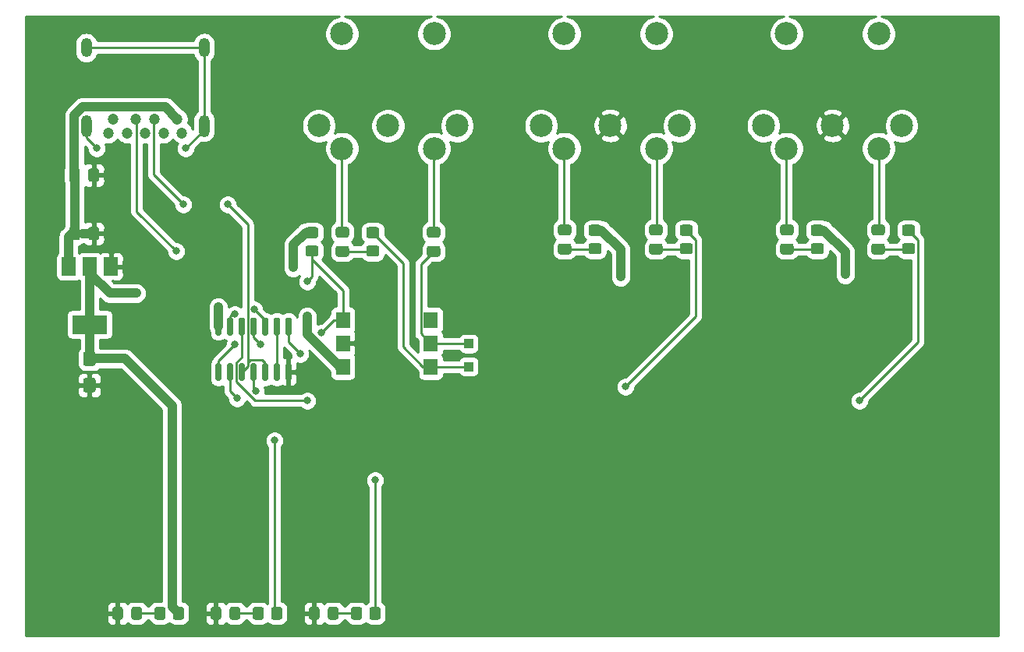
<source format=gbr>
%TF.GenerationSoftware,KiCad,Pcbnew,(5.1.10)-1*%
%TF.CreationDate,2021-06-26T18:29:42+02:00*%
%TF.ProjectId,mister-midi-pcb,6d697374-6572-42d6-9d69-64692d706362,rev?*%
%TF.SameCoordinates,Original*%
%TF.FileFunction,Copper,L1,Top*%
%TF.FilePolarity,Positive*%
%FSLAX46Y46*%
G04 Gerber Fmt 4.6, Leading zero omitted, Abs format (unit mm)*
G04 Created by KiCad (PCBNEW (5.1.10)-1) date 2021-06-26 18:29:42*
%MOMM*%
%LPD*%
G01*
G04 APERTURE LIST*
%TA.AperFunction,ComponentPad*%
%ADD10C,1.200000*%
%TD*%
%TA.AperFunction,ComponentPad*%
%ADD11O,1.200000X2.400000*%
%TD*%
%TA.AperFunction,ComponentPad*%
%ADD12O,1.200000X2.100000*%
%TD*%
%TA.AperFunction,SMDPad,CuDef*%
%ADD13R,1.000000X1.000000*%
%TD*%
%TA.AperFunction,ComponentPad*%
%ADD14C,2.500000*%
%TD*%
%TA.AperFunction,SMDPad,CuDef*%
%ADD15R,1.500000X1.780000*%
%TD*%
%TA.AperFunction,SMDPad,CuDef*%
%ADD16R,3.800000X2.000000*%
%TD*%
%TA.AperFunction,SMDPad,CuDef*%
%ADD17R,1.500000X2.000000*%
%TD*%
%TA.AperFunction,ViaPad*%
%ADD18C,0.800000*%
%TD*%
%TA.AperFunction,Conductor*%
%ADD19C,0.250000*%
%TD*%
%TA.AperFunction,Conductor*%
%ADD20C,1.000000*%
%TD*%
%TA.AperFunction,Conductor*%
%ADD21C,0.254000*%
%TD*%
%TA.AperFunction,Conductor*%
%ADD22C,0.100000*%
%TD*%
G04 APERTURE END LIST*
D10*
%TO.P,J2,1*%
%TO.N,+5V*%
X78105000Y-88011000D03*
%TO.P,J2,2*%
%TO.N,Midi_Out_TX*%
X75605000Y-88011000D03*
%TO.P,J2,3*%
%TO.N,Midi_In_RX*%
X73605000Y-88011000D03*
%TO.P,J2,4*%
%TO.N,GND*%
X71105000Y-88011000D03*
%TO.P,J2,5*%
%TO.N,Net-(J2-Pad5)*%
X70605000Y-89511000D03*
%TO.P,J2,6*%
%TO.N,Net-(J2-Pad6)*%
X72605000Y-89511000D03*
%TO.P,J2,7*%
%TO.N,Net-(J2-Pad7)*%
X74605000Y-89511000D03*
%TO.P,J2,8*%
%TO.N,Net-(J2-Pad8)*%
X76605000Y-89511000D03*
%TO.P,J2,9*%
%TO.N,Net-(J2-Pad9)*%
X78605000Y-89511000D03*
D11*
%TO.P,J2,10*%
%TO.N,Net-(J2-Pad10)*%
X68205000Y-88761000D03*
X81005000Y-88761000D03*
D12*
X68205000Y-80261000D03*
X81005000Y-80261000D03*
%TD*%
%TO.P,C1,1*%
%TO.N,+5V*%
%TA.AperFunction,SMDPad,CuDef*%
G36*
G01*
X66345400Y-94582000D02*
X66345400Y-93632000D01*
G75*
G02*
X66595400Y-93382000I250000J0D01*
G01*
X67270400Y-93382000D01*
G75*
G02*
X67520400Y-93632000I0J-250000D01*
G01*
X67520400Y-94582000D01*
G75*
G02*
X67270400Y-94832000I-250000J0D01*
G01*
X66595400Y-94832000D01*
G75*
G02*
X66345400Y-94582000I0J250000D01*
G01*
G37*
%TD.AperFunction*%
%TO.P,C1,2*%
%TO.N,GND*%
%TA.AperFunction,SMDPad,CuDef*%
G36*
G01*
X68420400Y-94582000D02*
X68420400Y-93632000D01*
G75*
G02*
X68670400Y-93382000I250000J0D01*
G01*
X69345400Y-93382000D01*
G75*
G02*
X69595400Y-93632000I0J-250000D01*
G01*
X69595400Y-94582000D01*
G75*
G02*
X69345400Y-94832000I-250000J0D01*
G01*
X68670400Y-94832000D01*
G75*
G02*
X68420400Y-94582000I0J250000D01*
G01*
G37*
%TD.AperFunction*%
%TD*%
D13*
%TO.P,D1,1*%
%TO.N,Net-(D1-Pad1)*%
X109728000Y-114915000D03*
%TO.P,D1,2*%
%TO.N,Net-(D1-Pad2)*%
X109728000Y-112415000D03*
%TD*%
%TO.P,D2,1*%
%TO.N,GND*%
%TA.AperFunction,SMDPad,CuDef*%
G36*
G01*
X71044000Y-142182001D02*
X71044000Y-141281999D01*
G75*
G02*
X71293999Y-141032000I249999J0D01*
G01*
X71944001Y-141032000D01*
G75*
G02*
X72194000Y-141281999I0J-249999D01*
G01*
X72194000Y-142182001D01*
G75*
G02*
X71944001Y-142432000I-249999J0D01*
G01*
X71293999Y-142432000D01*
G75*
G02*
X71044000Y-142182001I0J249999D01*
G01*
G37*
%TD.AperFunction*%
%TO.P,D2,2*%
%TO.N,Net-(D2-Pad2)*%
%TA.AperFunction,SMDPad,CuDef*%
G36*
G01*
X73094000Y-142182001D02*
X73094000Y-141281999D01*
G75*
G02*
X73343999Y-141032000I249999J0D01*
G01*
X73994001Y-141032000D01*
G75*
G02*
X74244000Y-141281999I0J-249999D01*
G01*
X74244000Y-142182001D01*
G75*
G02*
X73994001Y-142432000I-249999J0D01*
G01*
X73343999Y-142432000D01*
G75*
G02*
X73094000Y-142182001I0J249999D01*
G01*
G37*
%TD.AperFunction*%
%TD*%
D14*
%TO.P,J1,3*%
%TO.N,Net-(J1-Pad3)*%
X108465000Y-88725000D03*
%TO.P,J1,4*%
%TO.N,Net-(FB1-Pad2)*%
X95965000Y-91225000D03*
%TO.P,J1,2*%
%TO.N,Net-(J1-Pad2)*%
X100965000Y-88725000D03*
%TO.P,J1,1*%
%TO.N,Net-(J1-Pad1)*%
X93465000Y-88725000D03*
%TO.P,J1,5*%
%TO.N,Net-(FB2-Pad2)*%
X105965000Y-91225000D03*
%TO.P,J1,6*%
%TO.N,N/C*%
X95965000Y-78725000D03*
X105965000Y-78725000D03*
%TD*%
%TO.P,J3,6*%
%TO.N,N/C*%
X130095000Y-78725000D03*
X120095000Y-78725000D03*
%TO.P,J3,5*%
%TO.N,Net-(FB3-Pad1)*%
X130095000Y-91225000D03*
%TO.P,J3,1*%
%TO.N,Net-(J3-Pad1)*%
X117595000Y-88725000D03*
%TO.P,J3,2*%
%TO.N,GND*%
X125095000Y-88725000D03*
%TO.P,J3,4*%
%TO.N,Net-(FB5-Pad2)*%
X120095000Y-91225000D03*
%TO.P,J3,3*%
%TO.N,Net-(J3-Pad3)*%
X132595000Y-88725000D03*
%TD*%
%TO.P,J4,3*%
%TO.N,Net-(J4-Pad3)*%
X156725000Y-88725000D03*
%TO.P,J4,4*%
%TO.N,Net-(FB6-Pad2)*%
X144225000Y-91225000D03*
%TO.P,J4,2*%
%TO.N,GND*%
X149225000Y-88725000D03*
%TO.P,J4,1*%
%TO.N,Net-(J4-Pad1)*%
X141725000Y-88725000D03*
%TO.P,J4,5*%
%TO.N,Net-(FB4-Pad1)*%
X154225000Y-91225000D03*
%TO.P,J4,6*%
%TO.N,N/C*%
X144225000Y-78725000D03*
X154225000Y-78725000D03*
%TD*%
%TO.P,R1,1*%
%TO.N,Net-(D1-Pad1)*%
%TA.AperFunction,SMDPad,CuDef*%
G36*
G01*
X98863999Y-99746000D02*
X99764001Y-99746000D01*
G75*
G02*
X100014000Y-99995999I0J-249999D01*
G01*
X100014000Y-100696001D01*
G75*
G02*
X99764001Y-100946000I-249999J0D01*
G01*
X98863999Y-100946000D01*
G75*
G02*
X98614000Y-100696001I0J249999D01*
G01*
X98614000Y-99995999D01*
G75*
G02*
X98863999Y-99746000I249999J0D01*
G01*
G37*
%TD.AperFunction*%
%TO.P,R1,2*%
%TO.N,Net-(FB1-Pad1)*%
%TA.AperFunction,SMDPad,CuDef*%
G36*
G01*
X98863999Y-101746000D02*
X99764001Y-101746000D01*
G75*
G02*
X100014000Y-101995999I0J-249999D01*
G01*
X100014000Y-102696001D01*
G75*
G02*
X99764001Y-102946000I-249999J0D01*
G01*
X98863999Y-102946000D01*
G75*
G02*
X98614000Y-102696001I0J249999D01*
G01*
X98614000Y-101995999D01*
G75*
G02*
X98863999Y-101746000I249999J0D01*
G01*
G37*
%TD.AperFunction*%
%TD*%
%TO.P,R2,2*%
%TO.N,Midi_In_RX*%
%TA.AperFunction,SMDPad,CuDef*%
G36*
G01*
X92259999Y-101746000D02*
X93160001Y-101746000D01*
G75*
G02*
X93410000Y-101995999I0J-249999D01*
G01*
X93410000Y-102696001D01*
G75*
G02*
X93160001Y-102946000I-249999J0D01*
G01*
X92259999Y-102946000D01*
G75*
G02*
X92010000Y-102696001I0J249999D01*
G01*
X92010000Y-101995999D01*
G75*
G02*
X92259999Y-101746000I249999J0D01*
G01*
G37*
%TD.AperFunction*%
%TO.P,R2,1*%
%TO.N,+3V3*%
%TA.AperFunction,SMDPad,CuDef*%
G36*
G01*
X92259999Y-99746000D02*
X93160001Y-99746000D01*
G75*
G02*
X93410000Y-99995999I0J-249999D01*
G01*
X93410000Y-100696001D01*
G75*
G02*
X93160001Y-100946000I-249999J0D01*
G01*
X92259999Y-100946000D01*
G75*
G02*
X92010000Y-100696001I0J249999D01*
G01*
X92010000Y-99995999D01*
G75*
G02*
X92259999Y-99746000I249999J0D01*
G01*
G37*
%TD.AperFunction*%
%TD*%
%TO.P,R3,2*%
%TO.N,+3V3*%
%TA.AperFunction,SMDPad,CuDef*%
G36*
G01*
X77616000Y-142182001D02*
X77616000Y-141281999D01*
G75*
G02*
X77865999Y-141032000I249999J0D01*
G01*
X78566001Y-141032000D01*
G75*
G02*
X78816000Y-141281999I0J-249999D01*
G01*
X78816000Y-142182001D01*
G75*
G02*
X78566001Y-142432000I-249999J0D01*
G01*
X77865999Y-142432000D01*
G75*
G02*
X77616000Y-142182001I0J249999D01*
G01*
G37*
%TD.AperFunction*%
%TO.P,R3,1*%
%TO.N,Net-(D2-Pad2)*%
%TA.AperFunction,SMDPad,CuDef*%
G36*
G01*
X75616000Y-142182001D02*
X75616000Y-141281999D01*
G75*
G02*
X75865999Y-141032000I249999J0D01*
G01*
X76566001Y-141032000D01*
G75*
G02*
X76816000Y-141281999I0J-249999D01*
G01*
X76816000Y-142182001D01*
G75*
G02*
X76566001Y-142432000I-249999J0D01*
G01*
X75865999Y-142432000D01*
G75*
G02*
X75616000Y-142182001I0J249999D01*
G01*
G37*
%TD.AperFunction*%
%TD*%
%TO.P,R4,1*%
%TO.N,Net-(FB5-Pad1)*%
%TA.AperFunction,SMDPad,CuDef*%
G36*
G01*
X123894001Y-102692000D02*
X122993999Y-102692000D01*
G75*
G02*
X122744000Y-102442001I0J249999D01*
G01*
X122744000Y-101741999D01*
G75*
G02*
X122993999Y-101492000I249999J0D01*
G01*
X123894001Y-101492000D01*
G75*
G02*
X124144000Y-101741999I0J-249999D01*
G01*
X124144000Y-102442001D01*
G75*
G02*
X123894001Y-102692000I-249999J0D01*
G01*
G37*
%TD.AperFunction*%
%TO.P,R4,2*%
%TO.N,+3V3*%
%TA.AperFunction,SMDPad,CuDef*%
G36*
G01*
X123894001Y-100692000D02*
X122993999Y-100692000D01*
G75*
G02*
X122744000Y-100442001I0J249999D01*
G01*
X122744000Y-99741999D01*
G75*
G02*
X122993999Y-99492000I249999J0D01*
G01*
X123894001Y-99492000D01*
G75*
G02*
X124144000Y-99741999I0J-249999D01*
G01*
X124144000Y-100442001D01*
G75*
G02*
X123894001Y-100692000I-249999J0D01*
G01*
G37*
%TD.AperFunction*%
%TD*%
%TO.P,R5,1*%
%TO.N,Net-(FB6-Pad1)*%
%TA.AperFunction,SMDPad,CuDef*%
G36*
G01*
X148024001Y-102692000D02*
X147123999Y-102692000D01*
G75*
G02*
X146874000Y-102442001I0J249999D01*
G01*
X146874000Y-101741999D01*
G75*
G02*
X147123999Y-101492000I249999J0D01*
G01*
X148024001Y-101492000D01*
G75*
G02*
X148274000Y-101741999I0J-249999D01*
G01*
X148274000Y-102442001D01*
G75*
G02*
X148024001Y-102692000I-249999J0D01*
G01*
G37*
%TD.AperFunction*%
%TO.P,R5,2*%
%TO.N,+3V3*%
%TA.AperFunction,SMDPad,CuDef*%
G36*
G01*
X148024001Y-100692000D02*
X147123999Y-100692000D01*
G75*
G02*
X146874000Y-100442001I0J249999D01*
G01*
X146874000Y-99741999D01*
G75*
G02*
X147123999Y-99492000I249999J0D01*
G01*
X148024001Y-99492000D01*
G75*
G02*
X148274000Y-99741999I0J-249999D01*
G01*
X148274000Y-100442001D01*
G75*
G02*
X148024001Y-100692000I-249999J0D01*
G01*
G37*
%TD.AperFunction*%
%TD*%
%TO.P,R6,2*%
%TO.N,Net-(FB3-Pad2)*%
%TA.AperFunction,SMDPad,CuDef*%
G36*
G01*
X132899999Y-101492000D02*
X133800001Y-101492000D01*
G75*
G02*
X134050000Y-101741999I0J-249999D01*
G01*
X134050000Y-102442001D01*
G75*
G02*
X133800001Y-102692000I-249999J0D01*
G01*
X132899999Y-102692000D01*
G75*
G02*
X132650000Y-102442001I0J249999D01*
G01*
X132650000Y-101741999D01*
G75*
G02*
X132899999Y-101492000I249999J0D01*
G01*
G37*
%TD.AperFunction*%
%TO.P,R6,1*%
%TO.N,Net-(R6-Pad1)*%
%TA.AperFunction,SMDPad,CuDef*%
G36*
G01*
X132899999Y-99492000D02*
X133800001Y-99492000D01*
G75*
G02*
X134050000Y-99741999I0J-249999D01*
G01*
X134050000Y-100442001D01*
G75*
G02*
X133800001Y-100692000I-249999J0D01*
G01*
X132899999Y-100692000D01*
G75*
G02*
X132650000Y-100442001I0J249999D01*
G01*
X132650000Y-99741999D01*
G75*
G02*
X132899999Y-99492000I249999J0D01*
G01*
G37*
%TD.AperFunction*%
%TD*%
%TO.P,R7,1*%
%TO.N,Net-(FB4-Pad2)*%
%TA.AperFunction,SMDPad,CuDef*%
G36*
G01*
X157930001Y-102692000D02*
X157029999Y-102692000D01*
G75*
G02*
X156780000Y-102442001I0J249999D01*
G01*
X156780000Y-101741999D01*
G75*
G02*
X157029999Y-101492000I249999J0D01*
G01*
X157930001Y-101492000D01*
G75*
G02*
X158180000Y-101741999I0J-249999D01*
G01*
X158180000Y-102442001D01*
G75*
G02*
X157930001Y-102692000I-249999J0D01*
G01*
G37*
%TD.AperFunction*%
%TO.P,R7,2*%
%TO.N,Net-(R7-Pad2)*%
%TA.AperFunction,SMDPad,CuDef*%
G36*
G01*
X157930001Y-100692000D02*
X157029999Y-100692000D01*
G75*
G02*
X156780000Y-100442001I0J249999D01*
G01*
X156780000Y-99741999D01*
G75*
G02*
X157029999Y-99492000I249999J0D01*
G01*
X157930001Y-99492000D01*
G75*
G02*
X158180000Y-99741999I0J-249999D01*
G01*
X158180000Y-100442001D01*
G75*
G02*
X157930001Y-100692000I-249999J0D01*
G01*
G37*
%TD.AperFunction*%
%TD*%
D15*
%TO.P,U1,1*%
%TO.N,Net-(D1-Pad1)*%
X105603000Y-114935000D03*
%TO.P,U1,4*%
%TO.N,Midi_In_RX*%
X96073000Y-109855000D03*
%TO.P,U1,2*%
%TO.N,Net-(D1-Pad2)*%
X105603000Y-112395000D03*
%TO.P,U1,5*%
%TO.N,GND*%
X96073000Y-112395000D03*
%TO.P,U1,3*%
%TO.N,Net-(U1-Pad3)*%
X105603000Y-109855000D03*
%TO.P,U1,6*%
%TO.N,+3V3*%
X96073000Y-114935000D03*
%TD*%
%TO.P,D3,1*%
%TO.N,GND*%
%TA.AperFunction,SMDPad,CuDef*%
G36*
G01*
X81712000Y-142182001D02*
X81712000Y-141281999D01*
G75*
G02*
X81961999Y-141032000I249999J0D01*
G01*
X82612001Y-141032000D01*
G75*
G02*
X82862000Y-141281999I0J-249999D01*
G01*
X82862000Y-142182001D01*
G75*
G02*
X82612001Y-142432000I-249999J0D01*
G01*
X81961999Y-142432000D01*
G75*
G02*
X81712000Y-142182001I0J249999D01*
G01*
G37*
%TD.AperFunction*%
%TO.P,D3,2*%
%TO.N,Net-(D3-Pad2)*%
%TA.AperFunction,SMDPad,CuDef*%
G36*
G01*
X83762000Y-142182001D02*
X83762000Y-141281999D01*
G75*
G02*
X84011999Y-141032000I249999J0D01*
G01*
X84662001Y-141032000D01*
G75*
G02*
X84912000Y-141281999I0J-249999D01*
G01*
X84912000Y-142182001D01*
G75*
G02*
X84662001Y-142432000I-249999J0D01*
G01*
X84011999Y-142432000D01*
G75*
G02*
X83762000Y-142182001I0J249999D01*
G01*
G37*
%TD.AperFunction*%
%TD*%
%TO.P,D4,2*%
%TO.N,Net-(D4-Pad2)*%
%TA.AperFunction,SMDPad,CuDef*%
G36*
G01*
X94430000Y-142182001D02*
X94430000Y-141281999D01*
G75*
G02*
X94679999Y-141032000I249999J0D01*
G01*
X95330001Y-141032000D01*
G75*
G02*
X95580000Y-141281999I0J-249999D01*
G01*
X95580000Y-142182001D01*
G75*
G02*
X95330001Y-142432000I-249999J0D01*
G01*
X94679999Y-142432000D01*
G75*
G02*
X94430000Y-142182001I0J249999D01*
G01*
G37*
%TD.AperFunction*%
%TO.P,D4,1*%
%TO.N,GND*%
%TA.AperFunction,SMDPad,CuDef*%
G36*
G01*
X92380000Y-142182001D02*
X92380000Y-141281999D01*
G75*
G02*
X92629999Y-141032000I249999J0D01*
G01*
X93280001Y-141032000D01*
G75*
G02*
X93530000Y-141281999I0J-249999D01*
G01*
X93530000Y-142182001D01*
G75*
G02*
X93280001Y-142432000I-249999J0D01*
G01*
X92629999Y-142432000D01*
G75*
G02*
X92380000Y-142182001I0J249999D01*
G01*
G37*
%TD.AperFunction*%
%TD*%
%TO.P,FB1,1*%
%TO.N,Net-(FB1-Pad1)*%
%TA.AperFunction,SMDPad,CuDef*%
G36*
G01*
X96487000Y-102971000D02*
X95537000Y-102971000D01*
G75*
G02*
X95287000Y-102721000I0J250000D01*
G01*
X95287000Y-102046000D01*
G75*
G02*
X95537000Y-101796000I250000J0D01*
G01*
X96487000Y-101796000D01*
G75*
G02*
X96737000Y-102046000I0J-250000D01*
G01*
X96737000Y-102721000D01*
G75*
G02*
X96487000Y-102971000I-250000J0D01*
G01*
G37*
%TD.AperFunction*%
%TO.P,FB1,2*%
%TO.N,Net-(FB1-Pad2)*%
%TA.AperFunction,SMDPad,CuDef*%
G36*
G01*
X96487000Y-100896000D02*
X95537000Y-100896000D01*
G75*
G02*
X95287000Y-100646000I0J250000D01*
G01*
X95287000Y-99971000D01*
G75*
G02*
X95537000Y-99721000I250000J0D01*
G01*
X96487000Y-99721000D01*
G75*
G02*
X96737000Y-99971000I0J-250000D01*
G01*
X96737000Y-100646000D01*
G75*
G02*
X96487000Y-100896000I-250000J0D01*
G01*
G37*
%TD.AperFunction*%
%TD*%
%TO.P,FB2,2*%
%TO.N,Net-(FB2-Pad2)*%
%TA.AperFunction,SMDPad,CuDef*%
G36*
G01*
X106393000Y-100896000D02*
X105443000Y-100896000D01*
G75*
G02*
X105193000Y-100646000I0J250000D01*
G01*
X105193000Y-99971000D01*
G75*
G02*
X105443000Y-99721000I250000J0D01*
G01*
X106393000Y-99721000D01*
G75*
G02*
X106643000Y-99971000I0J-250000D01*
G01*
X106643000Y-100646000D01*
G75*
G02*
X106393000Y-100896000I-250000J0D01*
G01*
G37*
%TD.AperFunction*%
%TO.P,FB2,1*%
%TO.N,Net-(D1-Pad2)*%
%TA.AperFunction,SMDPad,CuDef*%
G36*
G01*
X106393000Y-102971000D02*
X105443000Y-102971000D01*
G75*
G02*
X105193000Y-102721000I0J250000D01*
G01*
X105193000Y-102046000D01*
G75*
G02*
X105443000Y-101796000I250000J0D01*
G01*
X106393000Y-101796000D01*
G75*
G02*
X106643000Y-102046000I0J-250000D01*
G01*
X106643000Y-102721000D01*
G75*
G02*
X106393000Y-102971000I-250000J0D01*
G01*
G37*
%TD.AperFunction*%
%TD*%
%TO.P,FB3,1*%
%TO.N,Net-(FB3-Pad1)*%
%TA.AperFunction,SMDPad,CuDef*%
G36*
G01*
X129573000Y-99467000D02*
X130523000Y-99467000D01*
G75*
G02*
X130773000Y-99717000I0J-250000D01*
G01*
X130773000Y-100392000D01*
G75*
G02*
X130523000Y-100642000I-250000J0D01*
G01*
X129573000Y-100642000D01*
G75*
G02*
X129323000Y-100392000I0J250000D01*
G01*
X129323000Y-99717000D01*
G75*
G02*
X129573000Y-99467000I250000J0D01*
G01*
G37*
%TD.AperFunction*%
%TO.P,FB3,2*%
%TO.N,Net-(FB3-Pad2)*%
%TA.AperFunction,SMDPad,CuDef*%
G36*
G01*
X129573000Y-101542000D02*
X130523000Y-101542000D01*
G75*
G02*
X130773000Y-101792000I0J-250000D01*
G01*
X130773000Y-102467000D01*
G75*
G02*
X130523000Y-102717000I-250000J0D01*
G01*
X129573000Y-102717000D01*
G75*
G02*
X129323000Y-102467000I0J250000D01*
G01*
X129323000Y-101792000D01*
G75*
G02*
X129573000Y-101542000I250000J0D01*
G01*
G37*
%TD.AperFunction*%
%TD*%
%TO.P,FB4,2*%
%TO.N,Net-(FB4-Pad2)*%
%TA.AperFunction,SMDPad,CuDef*%
G36*
G01*
X153703000Y-101542000D02*
X154653000Y-101542000D01*
G75*
G02*
X154903000Y-101792000I0J-250000D01*
G01*
X154903000Y-102467000D01*
G75*
G02*
X154653000Y-102717000I-250000J0D01*
G01*
X153703000Y-102717000D01*
G75*
G02*
X153453000Y-102467000I0J250000D01*
G01*
X153453000Y-101792000D01*
G75*
G02*
X153703000Y-101542000I250000J0D01*
G01*
G37*
%TD.AperFunction*%
%TO.P,FB4,1*%
%TO.N,Net-(FB4-Pad1)*%
%TA.AperFunction,SMDPad,CuDef*%
G36*
G01*
X153703000Y-99467000D02*
X154653000Y-99467000D01*
G75*
G02*
X154903000Y-99717000I0J-250000D01*
G01*
X154903000Y-100392000D01*
G75*
G02*
X154653000Y-100642000I-250000J0D01*
G01*
X153703000Y-100642000D01*
G75*
G02*
X153453000Y-100392000I0J250000D01*
G01*
X153453000Y-99717000D01*
G75*
G02*
X153703000Y-99467000I250000J0D01*
G01*
G37*
%TD.AperFunction*%
%TD*%
%TO.P,FB5,2*%
%TO.N,Net-(FB5-Pad2)*%
%TA.AperFunction,SMDPad,CuDef*%
G36*
G01*
X120617000Y-100642000D02*
X119667000Y-100642000D01*
G75*
G02*
X119417000Y-100392000I0J250000D01*
G01*
X119417000Y-99717000D01*
G75*
G02*
X119667000Y-99467000I250000J0D01*
G01*
X120617000Y-99467000D01*
G75*
G02*
X120867000Y-99717000I0J-250000D01*
G01*
X120867000Y-100392000D01*
G75*
G02*
X120617000Y-100642000I-250000J0D01*
G01*
G37*
%TD.AperFunction*%
%TO.P,FB5,1*%
%TO.N,Net-(FB5-Pad1)*%
%TA.AperFunction,SMDPad,CuDef*%
G36*
G01*
X120617000Y-102717000D02*
X119667000Y-102717000D01*
G75*
G02*
X119417000Y-102467000I0J250000D01*
G01*
X119417000Y-101792000D01*
G75*
G02*
X119667000Y-101542000I250000J0D01*
G01*
X120617000Y-101542000D01*
G75*
G02*
X120867000Y-101792000I0J-250000D01*
G01*
X120867000Y-102467000D01*
G75*
G02*
X120617000Y-102717000I-250000J0D01*
G01*
G37*
%TD.AperFunction*%
%TD*%
%TO.P,FB6,1*%
%TO.N,Net-(FB6-Pad1)*%
%TA.AperFunction,SMDPad,CuDef*%
G36*
G01*
X144747000Y-102717000D02*
X143797000Y-102717000D01*
G75*
G02*
X143547000Y-102467000I0J250000D01*
G01*
X143547000Y-101792000D01*
G75*
G02*
X143797000Y-101542000I250000J0D01*
G01*
X144747000Y-101542000D01*
G75*
G02*
X144997000Y-101792000I0J-250000D01*
G01*
X144997000Y-102467000D01*
G75*
G02*
X144747000Y-102717000I-250000J0D01*
G01*
G37*
%TD.AperFunction*%
%TO.P,FB6,2*%
%TO.N,Net-(FB6-Pad2)*%
%TA.AperFunction,SMDPad,CuDef*%
G36*
G01*
X144747000Y-100642000D02*
X143797000Y-100642000D01*
G75*
G02*
X143547000Y-100392000I0J250000D01*
G01*
X143547000Y-99717000D01*
G75*
G02*
X143797000Y-99467000I250000J0D01*
G01*
X144747000Y-99467000D01*
G75*
G02*
X144997000Y-99717000I0J-250000D01*
G01*
X144997000Y-100392000D01*
G75*
G02*
X144747000Y-100642000I-250000J0D01*
G01*
G37*
%TD.AperFunction*%
%TD*%
%TO.P,R8,2*%
%TO.N,Midi_In_RX_Inv*%
%TA.AperFunction,SMDPad,CuDef*%
G36*
G01*
X88284000Y-142182001D02*
X88284000Y-141281999D01*
G75*
G02*
X88533999Y-141032000I249999J0D01*
G01*
X89234001Y-141032000D01*
G75*
G02*
X89484000Y-141281999I0J-249999D01*
G01*
X89484000Y-142182001D01*
G75*
G02*
X89234001Y-142432000I-249999J0D01*
G01*
X88533999Y-142432000D01*
G75*
G02*
X88284000Y-142182001I0J249999D01*
G01*
G37*
%TD.AperFunction*%
%TO.P,R8,1*%
%TO.N,Net-(D3-Pad2)*%
%TA.AperFunction,SMDPad,CuDef*%
G36*
G01*
X86284000Y-142182001D02*
X86284000Y-141281999D01*
G75*
G02*
X86533999Y-141032000I249999J0D01*
G01*
X87234001Y-141032000D01*
G75*
G02*
X87484000Y-141281999I0J-249999D01*
G01*
X87484000Y-142182001D01*
G75*
G02*
X87234001Y-142432000I-249999J0D01*
G01*
X86533999Y-142432000D01*
G75*
G02*
X86284000Y-142182001I0J249999D01*
G01*
G37*
%TD.AperFunction*%
%TD*%
%TO.P,R9,1*%
%TO.N,Net-(D4-Pad2)*%
%TA.AperFunction,SMDPad,CuDef*%
G36*
G01*
X96952000Y-142182001D02*
X96952000Y-141281999D01*
G75*
G02*
X97201999Y-141032000I249999J0D01*
G01*
X97902001Y-141032000D01*
G75*
G02*
X98152000Y-141281999I0J-249999D01*
G01*
X98152000Y-142182001D01*
G75*
G02*
X97902001Y-142432000I-249999J0D01*
G01*
X97201999Y-142432000D01*
G75*
G02*
X96952000Y-142182001I0J249999D01*
G01*
G37*
%TD.AperFunction*%
%TO.P,R9,2*%
%TO.N,Midi_Out_TX_INV*%
%TA.AperFunction,SMDPad,CuDef*%
G36*
G01*
X98952000Y-142182001D02*
X98952000Y-141281999D01*
G75*
G02*
X99201999Y-141032000I249999J0D01*
G01*
X99902001Y-141032000D01*
G75*
G02*
X100152000Y-141281999I0J-249999D01*
G01*
X100152000Y-142182001D01*
G75*
G02*
X99902001Y-142432000I-249999J0D01*
G01*
X99201999Y-142432000D01*
G75*
G02*
X98952000Y-142182001I0J249999D01*
G01*
G37*
%TD.AperFunction*%
%TD*%
%TO.P,U2,1*%
%TO.N,Midi_In_RX*%
%TA.AperFunction,SMDPad,CuDef*%
G36*
G01*
X82700000Y-116480000D02*
X82400000Y-116480000D01*
G75*
G02*
X82250000Y-116330000I0J150000D01*
G01*
X82250000Y-114680000D01*
G75*
G02*
X82400000Y-114530000I150000J0D01*
G01*
X82700000Y-114530000D01*
G75*
G02*
X82850000Y-114680000I0J-150000D01*
G01*
X82850000Y-116330000D01*
G75*
G02*
X82700000Y-116480000I-150000J0D01*
G01*
G37*
%TD.AperFunction*%
%TO.P,U2,2*%
%TO.N,Midi_In_RX_Inv*%
%TA.AperFunction,SMDPad,CuDef*%
G36*
G01*
X83970000Y-116480000D02*
X83670000Y-116480000D01*
G75*
G02*
X83520000Y-116330000I0J150000D01*
G01*
X83520000Y-114680000D01*
G75*
G02*
X83670000Y-114530000I150000J0D01*
G01*
X83970000Y-114530000D01*
G75*
G02*
X84120000Y-114680000I0J-150000D01*
G01*
X84120000Y-116330000D01*
G75*
G02*
X83970000Y-116480000I-150000J0D01*
G01*
G37*
%TD.AperFunction*%
%TO.P,U2,3*%
%TO.N,Midi_Out_TX*%
%TA.AperFunction,SMDPad,CuDef*%
G36*
G01*
X85240000Y-116480000D02*
X84940000Y-116480000D01*
G75*
G02*
X84790000Y-116330000I0J150000D01*
G01*
X84790000Y-114680000D01*
G75*
G02*
X84940000Y-114530000I150000J0D01*
G01*
X85240000Y-114530000D01*
G75*
G02*
X85390000Y-114680000I0J-150000D01*
G01*
X85390000Y-116330000D01*
G75*
G02*
X85240000Y-116480000I-150000J0D01*
G01*
G37*
%TD.AperFunction*%
%TO.P,U2,4*%
%TO.N,Midi_Out_TX_INV*%
%TA.AperFunction,SMDPad,CuDef*%
G36*
G01*
X86510000Y-116480000D02*
X86210000Y-116480000D01*
G75*
G02*
X86060000Y-116330000I0J150000D01*
G01*
X86060000Y-114680000D01*
G75*
G02*
X86210000Y-114530000I150000J0D01*
G01*
X86510000Y-114530000D01*
G75*
G02*
X86660000Y-114680000I0J-150000D01*
G01*
X86660000Y-116330000D01*
G75*
G02*
X86510000Y-116480000I-150000J0D01*
G01*
G37*
%TD.AperFunction*%
%TO.P,U2,5*%
%TO.N,Midi_Out_TX*%
%TA.AperFunction,SMDPad,CuDef*%
G36*
G01*
X87780000Y-116480000D02*
X87480000Y-116480000D01*
G75*
G02*
X87330000Y-116330000I0J150000D01*
G01*
X87330000Y-114680000D01*
G75*
G02*
X87480000Y-114530000I150000J0D01*
G01*
X87780000Y-114530000D01*
G75*
G02*
X87930000Y-114680000I0J-150000D01*
G01*
X87930000Y-116330000D01*
G75*
G02*
X87780000Y-116480000I-150000J0D01*
G01*
G37*
%TD.AperFunction*%
%TO.P,U2,6*%
%TO.N,Net-(U2-Pad6)*%
%TA.AperFunction,SMDPad,CuDef*%
G36*
G01*
X89050000Y-116480000D02*
X88750000Y-116480000D01*
G75*
G02*
X88600000Y-116330000I0J150000D01*
G01*
X88600000Y-114680000D01*
G75*
G02*
X88750000Y-114530000I150000J0D01*
G01*
X89050000Y-114530000D01*
G75*
G02*
X89200000Y-114680000I0J-150000D01*
G01*
X89200000Y-116330000D01*
G75*
G02*
X89050000Y-116480000I-150000J0D01*
G01*
G37*
%TD.AperFunction*%
%TO.P,U2,7*%
%TO.N,GND*%
%TA.AperFunction,SMDPad,CuDef*%
G36*
G01*
X90320000Y-116480000D02*
X90020000Y-116480000D01*
G75*
G02*
X89870000Y-116330000I0J150000D01*
G01*
X89870000Y-114680000D01*
G75*
G02*
X90020000Y-114530000I150000J0D01*
G01*
X90320000Y-114530000D01*
G75*
G02*
X90470000Y-114680000I0J-150000D01*
G01*
X90470000Y-116330000D01*
G75*
G02*
X90320000Y-116480000I-150000J0D01*
G01*
G37*
%TD.AperFunction*%
%TO.P,U2,8*%
%TO.N,Net-(R6-Pad1)*%
%TA.AperFunction,SMDPad,CuDef*%
G36*
G01*
X90320000Y-111530000D02*
X90020000Y-111530000D01*
G75*
G02*
X89870000Y-111380000I0J150000D01*
G01*
X89870000Y-109730000D01*
G75*
G02*
X90020000Y-109580000I150000J0D01*
G01*
X90320000Y-109580000D01*
G75*
G02*
X90470000Y-109730000I0J-150000D01*
G01*
X90470000Y-111380000D01*
G75*
G02*
X90320000Y-111530000I-150000J0D01*
G01*
G37*
%TD.AperFunction*%
%TO.P,U2,9*%
%TO.N,Net-(U2-Pad6)*%
%TA.AperFunction,SMDPad,CuDef*%
G36*
G01*
X89050000Y-111530000D02*
X88750000Y-111530000D01*
G75*
G02*
X88600000Y-111380000I0J150000D01*
G01*
X88600000Y-109730000D01*
G75*
G02*
X88750000Y-109580000I150000J0D01*
G01*
X89050000Y-109580000D01*
G75*
G02*
X89200000Y-109730000I0J-150000D01*
G01*
X89200000Y-111380000D01*
G75*
G02*
X89050000Y-111530000I-150000J0D01*
G01*
G37*
%TD.AperFunction*%
%TO.P,U2,10*%
%TO.N,Net-(U2-Pad10)*%
%TA.AperFunction,SMDPad,CuDef*%
G36*
G01*
X87780000Y-111530000D02*
X87480000Y-111530000D01*
G75*
G02*
X87330000Y-111380000I0J150000D01*
G01*
X87330000Y-109730000D01*
G75*
G02*
X87480000Y-109580000I150000J0D01*
G01*
X87780000Y-109580000D01*
G75*
G02*
X87930000Y-109730000I0J-150000D01*
G01*
X87930000Y-111380000D01*
G75*
G02*
X87780000Y-111530000I-150000J0D01*
G01*
G37*
%TD.AperFunction*%
%TO.P,U2,11*%
%TO.N,Midi_In_RX*%
%TA.AperFunction,SMDPad,CuDef*%
G36*
G01*
X86510000Y-111530000D02*
X86210000Y-111530000D01*
G75*
G02*
X86060000Y-111380000I0J150000D01*
G01*
X86060000Y-109730000D01*
G75*
G02*
X86210000Y-109580000I150000J0D01*
G01*
X86510000Y-109580000D01*
G75*
G02*
X86660000Y-109730000I0J-150000D01*
G01*
X86660000Y-111380000D01*
G75*
G02*
X86510000Y-111530000I-150000J0D01*
G01*
G37*
%TD.AperFunction*%
%TO.P,U2,12*%
%TO.N,Net-(R7-Pad2)*%
%TA.AperFunction,SMDPad,CuDef*%
G36*
G01*
X85240000Y-111530000D02*
X84940000Y-111530000D01*
G75*
G02*
X84790000Y-111380000I0J150000D01*
G01*
X84790000Y-109730000D01*
G75*
G02*
X84940000Y-109580000I150000J0D01*
G01*
X85240000Y-109580000D01*
G75*
G02*
X85390000Y-109730000I0J-150000D01*
G01*
X85390000Y-111380000D01*
G75*
G02*
X85240000Y-111530000I-150000J0D01*
G01*
G37*
%TD.AperFunction*%
%TO.P,U2,13*%
%TO.N,Net-(U2-Pad10)*%
%TA.AperFunction,SMDPad,CuDef*%
G36*
G01*
X83970000Y-111530000D02*
X83670000Y-111530000D01*
G75*
G02*
X83520000Y-111380000I0J150000D01*
G01*
X83520000Y-109730000D01*
G75*
G02*
X83670000Y-109580000I150000J0D01*
G01*
X83970000Y-109580000D01*
G75*
G02*
X84120000Y-109730000I0J-150000D01*
G01*
X84120000Y-111380000D01*
G75*
G02*
X83970000Y-111530000I-150000J0D01*
G01*
G37*
%TD.AperFunction*%
%TO.P,U2,14*%
%TO.N,+3V3*%
%TA.AperFunction,SMDPad,CuDef*%
G36*
G01*
X82700000Y-111530000D02*
X82400000Y-111530000D01*
G75*
G02*
X82250000Y-111380000I0J150000D01*
G01*
X82250000Y-109730000D01*
G75*
G02*
X82400000Y-109580000I150000J0D01*
G01*
X82700000Y-109580000D01*
G75*
G02*
X82850000Y-109730000I0J-150000D01*
G01*
X82850000Y-111380000D01*
G75*
G02*
X82700000Y-111530000I-150000J0D01*
G01*
G37*
%TD.AperFunction*%
%TD*%
D16*
%TO.P,U3,2*%
%TO.N,+3V3*%
X68580000Y-110338000D03*
D17*
X68580000Y-104038000D03*
%TO.P,U3,3*%
%TO.N,+5V*%
X66280000Y-104038000D03*
%TO.P,U3,1*%
%TO.N,GND*%
X70880000Y-104038000D03*
%TD*%
%TO.P,C2,1*%
%TO.N,+5V*%
%TA.AperFunction,SMDPad,CuDef*%
G36*
G01*
X66345400Y-100932000D02*
X66345400Y-99982000D01*
G75*
G02*
X66595400Y-99732000I250000J0D01*
G01*
X67270400Y-99732000D01*
G75*
G02*
X67520400Y-99982000I0J-250000D01*
G01*
X67520400Y-100932000D01*
G75*
G02*
X67270400Y-101182000I-250000J0D01*
G01*
X66595400Y-101182000D01*
G75*
G02*
X66345400Y-100932000I0J250000D01*
G01*
G37*
%TD.AperFunction*%
%TO.P,C2,2*%
%TO.N,GND*%
%TA.AperFunction,SMDPad,CuDef*%
G36*
G01*
X68420400Y-100932000D02*
X68420400Y-99982000D01*
G75*
G02*
X68670400Y-99732000I250000J0D01*
G01*
X69345400Y-99732000D01*
G75*
G02*
X69595400Y-99982000I0J-250000D01*
G01*
X69595400Y-100932000D01*
G75*
G02*
X69345400Y-101182000I-250000J0D01*
G01*
X68670400Y-101182000D01*
G75*
G02*
X68420400Y-100932000I0J250000D01*
G01*
G37*
%TD.AperFunction*%
%TD*%
%TO.P,C3,1*%
%TO.N,+3V3*%
%TA.AperFunction,SMDPad,CuDef*%
G36*
G01*
X68129599Y-113268800D02*
X68979601Y-113268800D01*
G75*
G02*
X69229600Y-113518799I0J-249999D01*
G01*
X69229600Y-114593801D01*
G75*
G02*
X68979601Y-114843800I-249999J0D01*
G01*
X68129599Y-114843800D01*
G75*
G02*
X67879600Y-114593801I0J249999D01*
G01*
X67879600Y-113518799D01*
G75*
G02*
X68129599Y-113268800I249999J0D01*
G01*
G37*
%TD.AperFunction*%
%TO.P,C3,2*%
%TO.N,GND*%
%TA.AperFunction,SMDPad,CuDef*%
G36*
G01*
X68129599Y-116143800D02*
X68979601Y-116143800D01*
G75*
G02*
X69229600Y-116393799I0J-249999D01*
G01*
X69229600Y-117468801D01*
G75*
G02*
X68979601Y-117718800I-249999J0D01*
G01*
X68129599Y-117718800D01*
G75*
G02*
X67879600Y-117468801I0J249999D01*
G01*
X67879600Y-116393799D01*
G75*
G02*
X68129599Y-116143800I249999J0D01*
G01*
G37*
%TD.AperFunction*%
%TD*%
D18*
%TO.N,Midi_Out_TX*%
X83566000Y-97282000D03*
X78740000Y-97282000D03*
%TO.N,Midi_In_RX*%
X93726000Y-111252000D03*
X84328000Y-112522000D03*
X92202000Y-105664000D03*
X77978000Y-102362000D03*
X87122000Y-112522000D03*
%TO.N,Net-(J2-Pad10)*%
X69342000Y-91186000D03*
X78994000Y-91186000D03*
%TO.N,+3V3*%
X73660000Y-106934000D03*
X150622000Y-104902000D03*
X90678000Y-104140000D03*
X82550000Y-108458000D03*
X92202000Y-109474000D03*
X126238000Y-105156000D03*
%TO.N,Midi_In_RX_Inv*%
X84582000Y-118364000D03*
X88646000Y-122936000D03*
%TO.N,Midi_Out_TX_INV*%
X86614000Y-117602000D03*
X99568000Y-127254000D03*
%TO.N,Net-(U2-Pad10)*%
X86459990Y-108712000D03*
X84328000Y-109220000D03*
%TO.N,Net-(R6-Pad1)*%
X91440000Y-113538000D03*
X126746000Y-117094000D03*
%TO.N,Net-(R7-Pad2)*%
X92202000Y-118618000D03*
X152146000Y-118618000D03*
%TD*%
D19*
%TO.N,Net-(D1-Pad1)*%
X109708000Y-114935000D02*
X109728000Y-114915000D01*
X105603000Y-114935000D02*
X109708000Y-114935000D01*
X105603000Y-114935000D02*
X104775000Y-114935000D01*
X104775000Y-114935000D02*
X102616000Y-112776000D01*
X102616000Y-103648000D02*
X99314000Y-100346000D01*
X102616000Y-112776000D02*
X102616000Y-103648000D01*
%TO.N,Net-(D1-Pad2)*%
X105623000Y-112415000D02*
X105603000Y-112395000D01*
X109728000Y-112415000D02*
X105623000Y-112415000D01*
X104527999Y-103773501D02*
X105918000Y-102383500D01*
X104527999Y-111319999D02*
X104527999Y-103773501D01*
X105603000Y-112395000D02*
X104527999Y-111319999D01*
%TO.N,Net-(D2-Pad2)*%
X73669000Y-141732000D02*
X76216000Y-141732000D01*
%TO.N,Midi_Out_TX*%
X75530001Y-88085999D02*
X75605000Y-88011000D01*
X75530001Y-94072001D02*
X75530001Y-88085999D01*
X78740000Y-97282000D02*
X75530001Y-94072001D01*
X85734990Y-114860010D02*
X85090000Y-115505000D01*
X83566000Y-97282000D02*
X85734990Y-99450990D01*
X87630000Y-114530000D02*
X87630000Y-115505000D01*
X87304990Y-114204990D02*
X87630000Y-114530000D01*
X86013242Y-114204990D02*
X87304990Y-114204990D01*
X85801222Y-114417010D02*
X86013242Y-114204990D01*
X85734990Y-114417010D02*
X85801222Y-114417010D01*
X85734990Y-99450990D02*
X85734990Y-114417010D01*
X85734990Y-114417010D02*
X85734990Y-114860010D01*
%TO.N,Midi_In_RX*%
X86360000Y-110555000D02*
X86360000Y-111530000D01*
X95123000Y-109855000D02*
X93726000Y-111252000D01*
X96073000Y-109855000D02*
X95123000Y-109855000D01*
X82550000Y-114300000D02*
X82550000Y-115505000D01*
X84328000Y-112522000D02*
X82550000Y-114300000D01*
X96073000Y-109855000D02*
X96073000Y-106619000D01*
X92710000Y-103256000D02*
X96073000Y-106619000D01*
X92710000Y-102346000D02*
X92710000Y-103256000D01*
X92710000Y-105156000D02*
X92202000Y-105664000D01*
X92710000Y-102346000D02*
X92710000Y-105156000D01*
X73679999Y-88085999D02*
X73605000Y-88011000D01*
X73679999Y-98063999D02*
X73679999Y-88085999D01*
X77978000Y-102362000D02*
X73679999Y-98063999D01*
X86360000Y-111760000D02*
X87122000Y-112522000D01*
X86360000Y-110555000D02*
X86360000Y-111760000D01*
%TO.N,Net-(J2-Pad10)*%
X68205000Y-80261000D02*
X81005000Y-80261000D01*
X81005000Y-80261000D02*
X81005000Y-88761000D01*
X68205000Y-90049000D02*
X69342000Y-91186000D01*
X68205000Y-88761000D02*
X68205000Y-90049000D01*
X81005000Y-89175000D02*
X81005000Y-88761000D01*
X78994000Y-91186000D02*
X81005000Y-89175000D01*
D20*
%TO.N,GND*%
X68558500Y-100457000D02*
X67796500Y-100457000D01*
%TO.N,+5V*%
X66904990Y-94079090D02*
X66932900Y-94107000D01*
X66904990Y-87622519D02*
X66904990Y-94079090D01*
X67816510Y-86710999D02*
X66904990Y-87622519D01*
X76804999Y-86710999D02*
X67816510Y-86710999D01*
X78105000Y-88011000D02*
X76804999Y-86710999D01*
X66932900Y-94107000D02*
X66932900Y-99623530D01*
X66280000Y-100773490D02*
X66596490Y-100457000D01*
X66280000Y-104038000D02*
X66280000Y-100773490D01*
D19*
%TO.N,Net-(D3-Pad2)*%
X84337000Y-141732000D02*
X86884000Y-141732000D01*
%TO.N,Net-(D4-Pad2)*%
X95005000Y-141732000D02*
X97552000Y-141732000D01*
%TO.N,Net-(FB1-Pad1)*%
X99276500Y-102383500D02*
X99314000Y-102346000D01*
X96012000Y-102383500D02*
X99276500Y-102383500D01*
%TO.N,Net-(FB1-Pad2)*%
X95965000Y-100261500D02*
X96012000Y-100308500D01*
X95965000Y-91225000D02*
X95965000Y-100261500D01*
%TO.N,Net-(FB2-Pad2)*%
X105918000Y-91272000D02*
X105965000Y-91225000D01*
X105918000Y-100308500D02*
X105918000Y-91272000D01*
%TO.N,Net-(FB3-Pad1)*%
X130095000Y-100007500D02*
X130048000Y-100054500D01*
X130095000Y-91225000D02*
X130095000Y-100007500D01*
%TO.N,Net-(FB3-Pad2)*%
X133312500Y-102129500D02*
X133350000Y-102092000D01*
X130048000Y-102129500D02*
X133312500Y-102129500D01*
%TO.N,Net-(FB4-Pad2)*%
X157442500Y-102129500D02*
X157480000Y-102092000D01*
X154178000Y-102129500D02*
X157442500Y-102129500D01*
%TO.N,Net-(FB4-Pad1)*%
X154225000Y-100007500D02*
X154178000Y-100054500D01*
X154225000Y-91225000D02*
X154225000Y-100007500D01*
%TO.N,Net-(FB5-Pad2)*%
X120095000Y-100007500D02*
X120142000Y-100054500D01*
X120095000Y-91225000D02*
X120095000Y-100007500D01*
%TO.N,Net-(FB5-Pad1)*%
X123406500Y-102129500D02*
X123444000Y-102092000D01*
X120142000Y-102129500D02*
X123406500Y-102129500D01*
%TO.N,Net-(FB6-Pad1)*%
X147536500Y-102129500D02*
X147574000Y-102092000D01*
X144272000Y-102129500D02*
X147536500Y-102129500D01*
%TO.N,Net-(FB6-Pad2)*%
X144225000Y-100007500D02*
X144272000Y-100054500D01*
X144225000Y-91225000D02*
X144225000Y-100007500D01*
D20*
%TO.N,+3V3*%
X68580000Y-104038000D02*
X68580000Y-110338000D01*
X82550000Y-109647902D02*
X82550000Y-110555000D01*
X96073000Y-114935000D02*
X95712998Y-114935000D01*
X78216000Y-141875520D02*
X78216000Y-141732000D01*
X68580000Y-104038000D02*
X68580000Y-106038000D01*
X150622000Y-102440000D02*
X150622000Y-104902000D01*
X148274000Y-100092000D02*
X150622000Y-102440000D01*
X147574000Y-100092000D02*
X148274000Y-100092000D01*
X90678000Y-101678000D02*
X90678000Y-104140000D01*
X92010000Y-100346000D02*
X90678000Y-101678000D01*
X92710000Y-100346000D02*
X92010000Y-100346000D01*
X82550000Y-110555000D02*
X82550000Y-108458000D01*
X95780998Y-114935000D02*
X96073000Y-114935000D01*
X92202000Y-111356002D02*
X95780998Y-114935000D01*
X92202000Y-109474000D02*
X92202000Y-111356002D01*
X126238000Y-102186000D02*
X126238000Y-105156000D01*
X124144000Y-100092000D02*
X126238000Y-102186000D01*
X123444000Y-100092000D02*
X124144000Y-100092000D01*
X77516010Y-141032010D02*
X78216000Y-141732000D01*
X77516010Y-119172010D02*
X77516010Y-141032010D01*
X68580000Y-104748002D02*
X68580000Y-104038000D01*
X70765998Y-106934000D02*
X68580000Y-104748002D01*
X73660000Y-106934000D02*
X70765998Y-106934000D01*
X68580000Y-114030900D02*
X68554600Y-114056300D01*
X68580000Y-110338000D02*
X68580000Y-114030900D01*
X72400300Y-114056300D02*
X77516010Y-119172010D01*
X68554600Y-114056300D02*
X72400300Y-114056300D01*
D19*
%TO.N,Midi_In_RX_Inv*%
X83820000Y-117602000D02*
X84582000Y-118364000D01*
X83820000Y-115505000D02*
X83820000Y-117602000D01*
X88646000Y-141494000D02*
X88884000Y-141732000D01*
X88646000Y-122936000D02*
X88646000Y-141494000D01*
%TO.N,Midi_Out_TX_INV*%
X86360000Y-117348000D02*
X86614000Y-117602000D01*
X86360000Y-115505000D02*
X86360000Y-117348000D01*
X99568000Y-141716000D02*
X99552000Y-141732000D01*
X99568000Y-127254000D02*
X99568000Y-141716000D01*
%TO.N,Net-(U2-Pad6)*%
X88900000Y-111530000D02*
X88900000Y-110555000D01*
X88900000Y-115505000D02*
X88900000Y-110555000D01*
%TO.N,Net-(U2-Pad10)*%
X83820000Y-110555000D02*
X83820000Y-109728000D01*
X87630000Y-109882010D02*
X87630000Y-110555000D01*
X86459990Y-108712000D02*
X87630000Y-109882010D01*
X84328000Y-109220000D02*
X84074000Y-109220000D01*
X83820000Y-109474000D02*
X83820000Y-110555000D01*
X84074000Y-109220000D02*
X83820000Y-109474000D01*
%TO.N,Net-(R6-Pad1)*%
X90170000Y-112268000D02*
X91440000Y-113538000D01*
X90170000Y-110555000D02*
X90170000Y-112268000D01*
X134375010Y-101117010D02*
X133350000Y-100092000D01*
X134375010Y-109464990D02*
X134375010Y-101117010D01*
X126746000Y-117094000D02*
X134375010Y-109464990D01*
%TO.N,Net-(R7-Pad2)*%
X86556232Y-118618000D02*
X92202000Y-118618000D01*
X84464990Y-116526758D02*
X86556232Y-118618000D01*
X84464990Y-114483242D02*
X84464990Y-116526758D01*
X85090000Y-113858232D02*
X84464990Y-114483242D01*
X85090000Y-110555000D02*
X85090000Y-113858232D01*
X158505010Y-101117010D02*
X157480000Y-100092000D01*
X158505010Y-112258990D02*
X158505010Y-101117010D01*
X152146000Y-118618000D02*
X158505010Y-112258990D01*
%TD*%
D21*
%TO.N,GND*%
X95415166Y-76912439D02*
X95072118Y-77054534D01*
X94763382Y-77260825D01*
X94500825Y-77523382D01*
X94294534Y-77832118D01*
X94152439Y-78175166D01*
X94080000Y-78539344D01*
X94080000Y-78910656D01*
X94152439Y-79274834D01*
X94294534Y-79617882D01*
X94500825Y-79926618D01*
X94763382Y-80189175D01*
X95072118Y-80395466D01*
X95415166Y-80537561D01*
X95779344Y-80610000D01*
X96150656Y-80610000D01*
X96514834Y-80537561D01*
X96857882Y-80395466D01*
X97166618Y-80189175D01*
X97429175Y-79926618D01*
X97635466Y-79617882D01*
X97777561Y-79274834D01*
X97850000Y-78910656D01*
X97850000Y-78539344D01*
X97777561Y-78175166D01*
X97635466Y-77832118D01*
X97429175Y-77523382D01*
X97166618Y-77260825D01*
X96857882Y-77054534D01*
X96514834Y-76912439D01*
X96251203Y-76860000D01*
X105678797Y-76860000D01*
X105415166Y-76912439D01*
X105072118Y-77054534D01*
X104763382Y-77260825D01*
X104500825Y-77523382D01*
X104294534Y-77832118D01*
X104152439Y-78175166D01*
X104080000Y-78539344D01*
X104080000Y-78910656D01*
X104152439Y-79274834D01*
X104294534Y-79617882D01*
X104500825Y-79926618D01*
X104763382Y-80189175D01*
X105072118Y-80395466D01*
X105415166Y-80537561D01*
X105779344Y-80610000D01*
X106150656Y-80610000D01*
X106514834Y-80537561D01*
X106857882Y-80395466D01*
X107166618Y-80189175D01*
X107429175Y-79926618D01*
X107635466Y-79617882D01*
X107777561Y-79274834D01*
X107850000Y-78910656D01*
X107850000Y-78539344D01*
X107777561Y-78175166D01*
X107635466Y-77832118D01*
X107429175Y-77523382D01*
X107166618Y-77260825D01*
X106857882Y-77054534D01*
X106514834Y-76912439D01*
X106251203Y-76860000D01*
X119808797Y-76860000D01*
X119545166Y-76912439D01*
X119202118Y-77054534D01*
X118893382Y-77260825D01*
X118630825Y-77523382D01*
X118424534Y-77832118D01*
X118282439Y-78175166D01*
X118210000Y-78539344D01*
X118210000Y-78910656D01*
X118282439Y-79274834D01*
X118424534Y-79617882D01*
X118630825Y-79926618D01*
X118893382Y-80189175D01*
X119202118Y-80395466D01*
X119545166Y-80537561D01*
X119909344Y-80610000D01*
X120280656Y-80610000D01*
X120644834Y-80537561D01*
X120987882Y-80395466D01*
X121296618Y-80189175D01*
X121559175Y-79926618D01*
X121765466Y-79617882D01*
X121907561Y-79274834D01*
X121980000Y-78910656D01*
X121980000Y-78539344D01*
X121907561Y-78175166D01*
X121765466Y-77832118D01*
X121559175Y-77523382D01*
X121296618Y-77260825D01*
X120987882Y-77054534D01*
X120644834Y-76912439D01*
X120381203Y-76860000D01*
X129808797Y-76860000D01*
X129545166Y-76912439D01*
X129202118Y-77054534D01*
X128893382Y-77260825D01*
X128630825Y-77523382D01*
X128424534Y-77832118D01*
X128282439Y-78175166D01*
X128210000Y-78539344D01*
X128210000Y-78910656D01*
X128282439Y-79274834D01*
X128424534Y-79617882D01*
X128630825Y-79926618D01*
X128893382Y-80189175D01*
X129202118Y-80395466D01*
X129545166Y-80537561D01*
X129909344Y-80610000D01*
X130280656Y-80610000D01*
X130644834Y-80537561D01*
X130987882Y-80395466D01*
X131296618Y-80189175D01*
X131559175Y-79926618D01*
X131765466Y-79617882D01*
X131907561Y-79274834D01*
X131980000Y-78910656D01*
X131980000Y-78539344D01*
X131907561Y-78175166D01*
X131765466Y-77832118D01*
X131559175Y-77523382D01*
X131296618Y-77260825D01*
X130987882Y-77054534D01*
X130644834Y-76912439D01*
X130381203Y-76860000D01*
X143938797Y-76860000D01*
X143675166Y-76912439D01*
X143332118Y-77054534D01*
X143023382Y-77260825D01*
X142760825Y-77523382D01*
X142554534Y-77832118D01*
X142412439Y-78175166D01*
X142340000Y-78539344D01*
X142340000Y-78910656D01*
X142412439Y-79274834D01*
X142554534Y-79617882D01*
X142760825Y-79926618D01*
X143023382Y-80189175D01*
X143332118Y-80395466D01*
X143675166Y-80537561D01*
X144039344Y-80610000D01*
X144410656Y-80610000D01*
X144774834Y-80537561D01*
X145117882Y-80395466D01*
X145426618Y-80189175D01*
X145689175Y-79926618D01*
X145895466Y-79617882D01*
X146037561Y-79274834D01*
X146110000Y-78910656D01*
X146110000Y-78539344D01*
X146037561Y-78175166D01*
X145895466Y-77832118D01*
X145689175Y-77523382D01*
X145426618Y-77260825D01*
X145117882Y-77054534D01*
X144774834Y-76912439D01*
X144511203Y-76860000D01*
X153938797Y-76860000D01*
X153675166Y-76912439D01*
X153332118Y-77054534D01*
X153023382Y-77260825D01*
X152760825Y-77523382D01*
X152554534Y-77832118D01*
X152412439Y-78175166D01*
X152340000Y-78539344D01*
X152340000Y-78910656D01*
X152412439Y-79274834D01*
X152554534Y-79617882D01*
X152760825Y-79926618D01*
X153023382Y-80189175D01*
X153332118Y-80395466D01*
X153675166Y-80537561D01*
X154039344Y-80610000D01*
X154410656Y-80610000D01*
X154774834Y-80537561D01*
X155117882Y-80395466D01*
X155426618Y-80189175D01*
X155689175Y-79926618D01*
X155895466Y-79617882D01*
X156037561Y-79274834D01*
X156110000Y-78910656D01*
X156110000Y-78539344D01*
X156037561Y-78175166D01*
X155895466Y-77832118D01*
X155689175Y-77523382D01*
X155426618Y-77260825D01*
X155117882Y-77054534D01*
X154774834Y-76912439D01*
X154511203Y-76860000D01*
X167234001Y-76860000D01*
X167234000Y-144120000D01*
X61620000Y-144120000D01*
X61620000Y-142432000D01*
X70405928Y-142432000D01*
X70418188Y-142556482D01*
X70454498Y-142676180D01*
X70513463Y-142786494D01*
X70592815Y-142883185D01*
X70689506Y-142962537D01*
X70799820Y-143021502D01*
X70919518Y-143057812D01*
X71044000Y-143070072D01*
X71333250Y-143067000D01*
X71492000Y-142908250D01*
X71492000Y-141859000D01*
X70567750Y-141859000D01*
X70409000Y-142017750D01*
X70405928Y-142432000D01*
X61620000Y-142432000D01*
X61620000Y-141032000D01*
X70405928Y-141032000D01*
X70409000Y-141446250D01*
X70567750Y-141605000D01*
X71492000Y-141605000D01*
X71492000Y-140555750D01*
X71333250Y-140397000D01*
X71044000Y-140393928D01*
X70919518Y-140406188D01*
X70799820Y-140442498D01*
X70689506Y-140501463D01*
X70592815Y-140580815D01*
X70513463Y-140677506D01*
X70454498Y-140787820D01*
X70418188Y-140907518D01*
X70405928Y-141032000D01*
X61620000Y-141032000D01*
X61620000Y-117718800D01*
X67241528Y-117718800D01*
X67253788Y-117843282D01*
X67290098Y-117962980D01*
X67349063Y-118073294D01*
X67428415Y-118169985D01*
X67525106Y-118249337D01*
X67635420Y-118308302D01*
X67755118Y-118344612D01*
X67879600Y-118356872D01*
X68268850Y-118353800D01*
X68427600Y-118195050D01*
X68427600Y-117058300D01*
X68681600Y-117058300D01*
X68681600Y-118195050D01*
X68840350Y-118353800D01*
X69229600Y-118356872D01*
X69354082Y-118344612D01*
X69473780Y-118308302D01*
X69584094Y-118249337D01*
X69680785Y-118169985D01*
X69760137Y-118073294D01*
X69819102Y-117962980D01*
X69855412Y-117843282D01*
X69867672Y-117718800D01*
X69864600Y-117217050D01*
X69705850Y-117058300D01*
X68681600Y-117058300D01*
X68427600Y-117058300D01*
X67403350Y-117058300D01*
X67244600Y-117217050D01*
X67241528Y-117718800D01*
X61620000Y-117718800D01*
X61620000Y-116143800D01*
X67241528Y-116143800D01*
X67244600Y-116645550D01*
X67403350Y-116804300D01*
X68427600Y-116804300D01*
X68427600Y-115667550D01*
X68681600Y-115667550D01*
X68681600Y-116804300D01*
X69705850Y-116804300D01*
X69864600Y-116645550D01*
X69867672Y-116143800D01*
X69855412Y-116019318D01*
X69819102Y-115899620D01*
X69760137Y-115789306D01*
X69680785Y-115692615D01*
X69584094Y-115613263D01*
X69473780Y-115554298D01*
X69354082Y-115517988D01*
X69229600Y-115505728D01*
X68840350Y-115508800D01*
X68681600Y-115667550D01*
X68427600Y-115667550D01*
X68268850Y-115508800D01*
X67879600Y-115505728D01*
X67755118Y-115517988D01*
X67635420Y-115554298D01*
X67525106Y-115613263D01*
X67428415Y-115692615D01*
X67349063Y-115789306D01*
X67290098Y-115899620D01*
X67253788Y-116019318D01*
X67241528Y-116143800D01*
X61620000Y-116143800D01*
X61620000Y-103038000D01*
X64891928Y-103038000D01*
X64891928Y-105038000D01*
X64904188Y-105162482D01*
X64940498Y-105282180D01*
X64999463Y-105392494D01*
X65078815Y-105489185D01*
X65175506Y-105568537D01*
X65285820Y-105627502D01*
X65405518Y-105663812D01*
X65530000Y-105676072D01*
X67030000Y-105676072D01*
X67154482Y-105663812D01*
X67274180Y-105627502D01*
X67384494Y-105568537D01*
X67430000Y-105531191D01*
X67445000Y-105543502D01*
X67445001Y-108699928D01*
X66680000Y-108699928D01*
X66555518Y-108712188D01*
X66435820Y-108748498D01*
X66325506Y-108807463D01*
X66228815Y-108886815D01*
X66149463Y-108983506D01*
X66090498Y-109093820D01*
X66054188Y-109213518D01*
X66041928Y-109338000D01*
X66041928Y-111338000D01*
X66054188Y-111462482D01*
X66090498Y-111582180D01*
X66149463Y-111692494D01*
X66228815Y-111789185D01*
X66325506Y-111868537D01*
X66435820Y-111927502D01*
X66555518Y-111963812D01*
X66680000Y-111976072D01*
X67445000Y-111976072D01*
X67445001Y-112959851D01*
X67391195Y-113025413D01*
X67309128Y-113178949D01*
X67258592Y-113345545D01*
X67241528Y-113518799D01*
X67241528Y-114593801D01*
X67258592Y-114767055D01*
X67309128Y-114933651D01*
X67391195Y-115087187D01*
X67501638Y-115221762D01*
X67636213Y-115332205D01*
X67789749Y-115414272D01*
X67956345Y-115464808D01*
X68129599Y-115481872D01*
X68979601Y-115481872D01*
X69152855Y-115464808D01*
X69319451Y-115414272D01*
X69472987Y-115332205D01*
X69607562Y-115221762D01*
X69632562Y-115191300D01*
X71930169Y-115191300D01*
X76381010Y-119642142D01*
X76381011Y-140393928D01*
X75865999Y-140393928D01*
X75692745Y-140410992D01*
X75526149Y-140461528D01*
X75372613Y-140543595D01*
X75238038Y-140654038D01*
X75127595Y-140788613D01*
X75045528Y-140942149D01*
X75036473Y-140972000D01*
X74823527Y-140972000D01*
X74814472Y-140942149D01*
X74732405Y-140788613D01*
X74621962Y-140654038D01*
X74487387Y-140543595D01*
X74333851Y-140461528D01*
X74167255Y-140410992D01*
X73994001Y-140393928D01*
X73343999Y-140393928D01*
X73170745Y-140410992D01*
X73004149Y-140461528D01*
X72850613Y-140543595D01*
X72716038Y-140654038D01*
X72710658Y-140660594D01*
X72645185Y-140580815D01*
X72548494Y-140501463D01*
X72438180Y-140442498D01*
X72318482Y-140406188D01*
X72194000Y-140393928D01*
X71904750Y-140397000D01*
X71746000Y-140555750D01*
X71746000Y-141605000D01*
X71766000Y-141605000D01*
X71766000Y-141859000D01*
X71746000Y-141859000D01*
X71746000Y-142908250D01*
X71904750Y-143067000D01*
X72194000Y-143070072D01*
X72318482Y-143057812D01*
X72438180Y-143021502D01*
X72548494Y-142962537D01*
X72645185Y-142883185D01*
X72710658Y-142803406D01*
X72716038Y-142809962D01*
X72850613Y-142920405D01*
X73004149Y-143002472D01*
X73170745Y-143053008D01*
X73343999Y-143070072D01*
X73994001Y-143070072D01*
X74167255Y-143053008D01*
X74333851Y-143002472D01*
X74487387Y-142920405D01*
X74621962Y-142809962D01*
X74732405Y-142675387D01*
X74814472Y-142521851D01*
X74823527Y-142492000D01*
X75036473Y-142492000D01*
X75045528Y-142521851D01*
X75127595Y-142675387D01*
X75238038Y-142809962D01*
X75372613Y-142920405D01*
X75526149Y-143002472D01*
X75692745Y-143053008D01*
X75865999Y-143070072D01*
X76566001Y-143070072D01*
X76739255Y-143053008D01*
X76905851Y-143002472D01*
X77059387Y-142920405D01*
X77193962Y-142809962D01*
X77216000Y-142783109D01*
X77238038Y-142809962D01*
X77372613Y-142920405D01*
X77526149Y-143002472D01*
X77692745Y-143053008D01*
X77865999Y-143070072D01*
X78566001Y-143070072D01*
X78739255Y-143053008D01*
X78905851Y-143002472D01*
X79059387Y-142920405D01*
X79193962Y-142809962D01*
X79304405Y-142675387D01*
X79386472Y-142521851D01*
X79413727Y-142432000D01*
X81073928Y-142432000D01*
X81086188Y-142556482D01*
X81122498Y-142676180D01*
X81181463Y-142786494D01*
X81260815Y-142883185D01*
X81357506Y-142962537D01*
X81467820Y-143021502D01*
X81587518Y-143057812D01*
X81712000Y-143070072D01*
X82001250Y-143067000D01*
X82160000Y-142908250D01*
X82160000Y-141859000D01*
X81235750Y-141859000D01*
X81077000Y-142017750D01*
X81073928Y-142432000D01*
X79413727Y-142432000D01*
X79437008Y-142355255D01*
X79454072Y-142182001D01*
X79454072Y-141281999D01*
X79437008Y-141108745D01*
X79413728Y-141032000D01*
X81073928Y-141032000D01*
X81077000Y-141446250D01*
X81235750Y-141605000D01*
X82160000Y-141605000D01*
X82160000Y-140555750D01*
X82414000Y-140555750D01*
X82414000Y-141605000D01*
X82434000Y-141605000D01*
X82434000Y-141859000D01*
X82414000Y-141859000D01*
X82414000Y-142908250D01*
X82572750Y-143067000D01*
X82862000Y-143070072D01*
X82986482Y-143057812D01*
X83106180Y-143021502D01*
X83216494Y-142962537D01*
X83313185Y-142883185D01*
X83378658Y-142803406D01*
X83384038Y-142809962D01*
X83518613Y-142920405D01*
X83672149Y-143002472D01*
X83838745Y-143053008D01*
X84011999Y-143070072D01*
X84662001Y-143070072D01*
X84835255Y-143053008D01*
X85001851Y-143002472D01*
X85155387Y-142920405D01*
X85289962Y-142809962D01*
X85400405Y-142675387D01*
X85482472Y-142521851D01*
X85491527Y-142492000D01*
X85704473Y-142492000D01*
X85713528Y-142521851D01*
X85795595Y-142675387D01*
X85906038Y-142809962D01*
X86040613Y-142920405D01*
X86194149Y-143002472D01*
X86360745Y-143053008D01*
X86533999Y-143070072D01*
X87234001Y-143070072D01*
X87407255Y-143053008D01*
X87573851Y-143002472D01*
X87727387Y-142920405D01*
X87861962Y-142809962D01*
X87884000Y-142783109D01*
X87906038Y-142809962D01*
X88040613Y-142920405D01*
X88194149Y-143002472D01*
X88360745Y-143053008D01*
X88533999Y-143070072D01*
X89234001Y-143070072D01*
X89407255Y-143053008D01*
X89573851Y-143002472D01*
X89727387Y-142920405D01*
X89861962Y-142809962D01*
X89972405Y-142675387D01*
X90054472Y-142521851D01*
X90081727Y-142432000D01*
X91741928Y-142432000D01*
X91754188Y-142556482D01*
X91790498Y-142676180D01*
X91849463Y-142786494D01*
X91928815Y-142883185D01*
X92025506Y-142962537D01*
X92135820Y-143021502D01*
X92255518Y-143057812D01*
X92380000Y-143070072D01*
X92669250Y-143067000D01*
X92828000Y-142908250D01*
X92828000Y-141859000D01*
X91903750Y-141859000D01*
X91745000Y-142017750D01*
X91741928Y-142432000D01*
X90081727Y-142432000D01*
X90105008Y-142355255D01*
X90122072Y-142182001D01*
X90122072Y-141281999D01*
X90105008Y-141108745D01*
X90081728Y-141032000D01*
X91741928Y-141032000D01*
X91745000Y-141446250D01*
X91903750Y-141605000D01*
X92828000Y-141605000D01*
X92828000Y-140555750D01*
X93082000Y-140555750D01*
X93082000Y-141605000D01*
X93102000Y-141605000D01*
X93102000Y-141859000D01*
X93082000Y-141859000D01*
X93082000Y-142908250D01*
X93240750Y-143067000D01*
X93530000Y-143070072D01*
X93654482Y-143057812D01*
X93774180Y-143021502D01*
X93884494Y-142962537D01*
X93981185Y-142883185D01*
X94046658Y-142803406D01*
X94052038Y-142809962D01*
X94186613Y-142920405D01*
X94340149Y-143002472D01*
X94506745Y-143053008D01*
X94679999Y-143070072D01*
X95330001Y-143070072D01*
X95503255Y-143053008D01*
X95669851Y-143002472D01*
X95823387Y-142920405D01*
X95957962Y-142809962D01*
X96068405Y-142675387D01*
X96150472Y-142521851D01*
X96159527Y-142492000D01*
X96372473Y-142492000D01*
X96381528Y-142521851D01*
X96463595Y-142675387D01*
X96574038Y-142809962D01*
X96708613Y-142920405D01*
X96862149Y-143002472D01*
X97028745Y-143053008D01*
X97201999Y-143070072D01*
X97902001Y-143070072D01*
X98075255Y-143053008D01*
X98241851Y-143002472D01*
X98395387Y-142920405D01*
X98529962Y-142809962D01*
X98552000Y-142783109D01*
X98574038Y-142809962D01*
X98708613Y-142920405D01*
X98862149Y-143002472D01*
X99028745Y-143053008D01*
X99201999Y-143070072D01*
X99902001Y-143070072D01*
X100075255Y-143053008D01*
X100241851Y-143002472D01*
X100395387Y-142920405D01*
X100529962Y-142809962D01*
X100640405Y-142675387D01*
X100722472Y-142521851D01*
X100773008Y-142355255D01*
X100790072Y-142182001D01*
X100790072Y-141281999D01*
X100773008Y-141108745D01*
X100722472Y-140942149D01*
X100640405Y-140788613D01*
X100529962Y-140654038D01*
X100395387Y-140543595D01*
X100328000Y-140507576D01*
X100328000Y-127957711D01*
X100371937Y-127913774D01*
X100485205Y-127744256D01*
X100563226Y-127555898D01*
X100603000Y-127355939D01*
X100603000Y-127152061D01*
X100563226Y-126952102D01*
X100485205Y-126763744D01*
X100371937Y-126594226D01*
X100227774Y-126450063D01*
X100058256Y-126336795D01*
X99869898Y-126258774D01*
X99669939Y-126219000D01*
X99466061Y-126219000D01*
X99266102Y-126258774D01*
X99077744Y-126336795D01*
X98908226Y-126450063D01*
X98764063Y-126594226D01*
X98650795Y-126763744D01*
X98572774Y-126952102D01*
X98533000Y-127152061D01*
X98533000Y-127355939D01*
X98572774Y-127555898D01*
X98650795Y-127744256D01*
X98764063Y-127913774D01*
X98808000Y-127957711D01*
X98808001Y-140490471D01*
X98708613Y-140543595D01*
X98574038Y-140654038D01*
X98552000Y-140680891D01*
X98529962Y-140654038D01*
X98395387Y-140543595D01*
X98241851Y-140461528D01*
X98075255Y-140410992D01*
X97902001Y-140393928D01*
X97201999Y-140393928D01*
X97028745Y-140410992D01*
X96862149Y-140461528D01*
X96708613Y-140543595D01*
X96574038Y-140654038D01*
X96463595Y-140788613D01*
X96381528Y-140942149D01*
X96372473Y-140972000D01*
X96159527Y-140972000D01*
X96150472Y-140942149D01*
X96068405Y-140788613D01*
X95957962Y-140654038D01*
X95823387Y-140543595D01*
X95669851Y-140461528D01*
X95503255Y-140410992D01*
X95330001Y-140393928D01*
X94679999Y-140393928D01*
X94506745Y-140410992D01*
X94340149Y-140461528D01*
X94186613Y-140543595D01*
X94052038Y-140654038D01*
X94046658Y-140660594D01*
X93981185Y-140580815D01*
X93884494Y-140501463D01*
X93774180Y-140442498D01*
X93654482Y-140406188D01*
X93530000Y-140393928D01*
X93240750Y-140397000D01*
X93082000Y-140555750D01*
X92828000Y-140555750D01*
X92669250Y-140397000D01*
X92380000Y-140393928D01*
X92255518Y-140406188D01*
X92135820Y-140442498D01*
X92025506Y-140501463D01*
X91928815Y-140580815D01*
X91849463Y-140677506D01*
X91790498Y-140787820D01*
X91754188Y-140907518D01*
X91741928Y-141032000D01*
X90081728Y-141032000D01*
X90054472Y-140942149D01*
X89972405Y-140788613D01*
X89861962Y-140654038D01*
X89727387Y-140543595D01*
X89573851Y-140461528D01*
X89407255Y-140410992D01*
X89406000Y-140410868D01*
X89406000Y-123639711D01*
X89449937Y-123595774D01*
X89563205Y-123426256D01*
X89641226Y-123237898D01*
X89681000Y-123037939D01*
X89681000Y-122834061D01*
X89641226Y-122634102D01*
X89563205Y-122445744D01*
X89449937Y-122276226D01*
X89305774Y-122132063D01*
X89136256Y-122018795D01*
X88947898Y-121940774D01*
X88747939Y-121901000D01*
X88544061Y-121901000D01*
X88344102Y-121940774D01*
X88155744Y-122018795D01*
X87986226Y-122132063D01*
X87842063Y-122276226D01*
X87728795Y-122445744D01*
X87650774Y-122634102D01*
X87611000Y-122834061D01*
X87611000Y-123037939D01*
X87650774Y-123237898D01*
X87728795Y-123426256D01*
X87842063Y-123595774D01*
X87886000Y-123639711D01*
X87886001Y-140678453D01*
X87884000Y-140680891D01*
X87861962Y-140654038D01*
X87727387Y-140543595D01*
X87573851Y-140461528D01*
X87407255Y-140410992D01*
X87234001Y-140393928D01*
X86533999Y-140393928D01*
X86360745Y-140410992D01*
X86194149Y-140461528D01*
X86040613Y-140543595D01*
X85906038Y-140654038D01*
X85795595Y-140788613D01*
X85713528Y-140942149D01*
X85704473Y-140972000D01*
X85491527Y-140972000D01*
X85482472Y-140942149D01*
X85400405Y-140788613D01*
X85289962Y-140654038D01*
X85155387Y-140543595D01*
X85001851Y-140461528D01*
X84835255Y-140410992D01*
X84662001Y-140393928D01*
X84011999Y-140393928D01*
X83838745Y-140410992D01*
X83672149Y-140461528D01*
X83518613Y-140543595D01*
X83384038Y-140654038D01*
X83378658Y-140660594D01*
X83313185Y-140580815D01*
X83216494Y-140501463D01*
X83106180Y-140442498D01*
X82986482Y-140406188D01*
X82862000Y-140393928D01*
X82572750Y-140397000D01*
X82414000Y-140555750D01*
X82160000Y-140555750D01*
X82001250Y-140397000D01*
X81712000Y-140393928D01*
X81587518Y-140406188D01*
X81467820Y-140442498D01*
X81357506Y-140501463D01*
X81260815Y-140580815D01*
X81181463Y-140677506D01*
X81122498Y-140787820D01*
X81086188Y-140907518D01*
X81073928Y-141032000D01*
X79413728Y-141032000D01*
X79386472Y-140942149D01*
X79304405Y-140788613D01*
X79193962Y-140654038D01*
X79059387Y-140543595D01*
X78905851Y-140461528D01*
X78739255Y-140410992D01*
X78651010Y-140402301D01*
X78651010Y-119227751D01*
X78656500Y-119172009D01*
X78651010Y-119116267D01*
X78651010Y-119116258D01*
X78634587Y-118949511D01*
X78569686Y-118735563D01*
X78464294Y-118538387D01*
X78322459Y-118365561D01*
X78279151Y-118330019D01*
X73242296Y-113293165D01*
X73206749Y-113249851D01*
X73033923Y-113108016D01*
X72836747Y-113002624D01*
X72622799Y-112937723D01*
X72456052Y-112921300D01*
X72456051Y-112921300D01*
X72400300Y-112915809D01*
X72344549Y-112921300D01*
X69715000Y-112921300D01*
X69715000Y-111976072D01*
X70480000Y-111976072D01*
X70604482Y-111963812D01*
X70724180Y-111927502D01*
X70834494Y-111868537D01*
X70931185Y-111789185D01*
X71010537Y-111692494D01*
X71069502Y-111582180D01*
X71105812Y-111462482D01*
X71118072Y-111338000D01*
X71118072Y-109592146D01*
X81415000Y-109592146D01*
X81415000Y-110610752D01*
X81431423Y-110777499D01*
X81496324Y-110991447D01*
X81530002Y-111054454D01*
X81601716Y-111188623D01*
X81611928Y-111201066D01*
X81611928Y-111380000D01*
X81627071Y-111533745D01*
X81671916Y-111681582D01*
X81744742Y-111817829D01*
X81842749Y-111937251D01*
X81962171Y-112035258D01*
X82098418Y-112108084D01*
X82246255Y-112152929D01*
X82400000Y-112168072D01*
X82700000Y-112168072D01*
X82853745Y-112152929D01*
X83001582Y-112108084D01*
X83137829Y-112035258D01*
X83185000Y-111996546D01*
X83232171Y-112035258D01*
X83368418Y-112108084D01*
X83377973Y-112110982D01*
X83332774Y-112220102D01*
X83293000Y-112420061D01*
X83293000Y-112482198D01*
X82039003Y-113736196D01*
X82009999Y-113759999D01*
X81957103Y-113824454D01*
X81915026Y-113875724D01*
X81844455Y-114007753D01*
X81844454Y-114007754D01*
X81800997Y-114151015D01*
X81798466Y-114176707D01*
X81744742Y-114242171D01*
X81671916Y-114378418D01*
X81627071Y-114526255D01*
X81611928Y-114680000D01*
X81611928Y-116330000D01*
X81627071Y-116483745D01*
X81671916Y-116631582D01*
X81744742Y-116767829D01*
X81842749Y-116887251D01*
X81962171Y-116985258D01*
X82098418Y-117058084D01*
X82246255Y-117102929D01*
X82400000Y-117118072D01*
X82700000Y-117118072D01*
X82853745Y-117102929D01*
X83001582Y-117058084D01*
X83060001Y-117026858D01*
X83060001Y-117564668D01*
X83056324Y-117602000D01*
X83060001Y-117639333D01*
X83066393Y-117704226D01*
X83070998Y-117750985D01*
X83114454Y-117894246D01*
X83185026Y-118026276D01*
X83239175Y-118092256D01*
X83280000Y-118142001D01*
X83308998Y-118165799D01*
X83547000Y-118403801D01*
X83547000Y-118465939D01*
X83586774Y-118665898D01*
X83664795Y-118854256D01*
X83778063Y-119023774D01*
X83922226Y-119167937D01*
X84091744Y-119281205D01*
X84280102Y-119359226D01*
X84480061Y-119399000D01*
X84683939Y-119399000D01*
X84883898Y-119359226D01*
X85072256Y-119281205D01*
X85241774Y-119167937D01*
X85385937Y-119023774D01*
X85499205Y-118854256D01*
X85563197Y-118699767D01*
X85992433Y-119129003D01*
X86016231Y-119158001D01*
X86131956Y-119252974D01*
X86263985Y-119323546D01*
X86407246Y-119367003D01*
X86518899Y-119378000D01*
X86518907Y-119378000D01*
X86556232Y-119381676D01*
X86593557Y-119378000D01*
X91498289Y-119378000D01*
X91542226Y-119421937D01*
X91711744Y-119535205D01*
X91900102Y-119613226D01*
X92100061Y-119653000D01*
X92303939Y-119653000D01*
X92503898Y-119613226D01*
X92692256Y-119535205D01*
X92861774Y-119421937D01*
X93005937Y-119277774D01*
X93119205Y-119108256D01*
X93197226Y-118919898D01*
X93237000Y-118719939D01*
X93237000Y-118516061D01*
X151111000Y-118516061D01*
X151111000Y-118719939D01*
X151150774Y-118919898D01*
X151228795Y-119108256D01*
X151342063Y-119277774D01*
X151486226Y-119421937D01*
X151655744Y-119535205D01*
X151844102Y-119613226D01*
X152044061Y-119653000D01*
X152247939Y-119653000D01*
X152447898Y-119613226D01*
X152636256Y-119535205D01*
X152805774Y-119421937D01*
X152949937Y-119277774D01*
X153063205Y-119108256D01*
X153141226Y-118919898D01*
X153181000Y-118719939D01*
X153181000Y-118657801D01*
X159016014Y-112822788D01*
X159045011Y-112798991D01*
X159139984Y-112683266D01*
X159210556Y-112551237D01*
X159254013Y-112407976D01*
X159265010Y-112296323D01*
X159265010Y-112296314D01*
X159268686Y-112258991D01*
X159265010Y-112221668D01*
X159265010Y-101154332D01*
X159268686Y-101117009D01*
X159265010Y-101079686D01*
X159265010Y-101079677D01*
X159254013Y-100968024D01*
X159210556Y-100824763D01*
X159174070Y-100756503D01*
X159139984Y-100692733D01*
X159068809Y-100606007D01*
X159045011Y-100577009D01*
X159016013Y-100553211D01*
X158818072Y-100355270D01*
X158818072Y-99741999D01*
X158801008Y-99568745D01*
X158750472Y-99402149D01*
X158668405Y-99248613D01*
X158557962Y-99114038D01*
X158423387Y-99003595D01*
X158269851Y-98921528D01*
X158103255Y-98870992D01*
X157930001Y-98853928D01*
X157029999Y-98853928D01*
X156856745Y-98870992D01*
X156690149Y-98921528D01*
X156536613Y-99003595D01*
X156402038Y-99114038D01*
X156291595Y-99248613D01*
X156209528Y-99402149D01*
X156158992Y-99568745D01*
X156141928Y-99741999D01*
X156141928Y-100442001D01*
X156158992Y-100615255D01*
X156209528Y-100781851D01*
X156291595Y-100935387D01*
X156402038Y-101069962D01*
X156428891Y-101092000D01*
X156402038Y-101114038D01*
X156291595Y-101248613D01*
X156226979Y-101369500D01*
X155429294Y-101369500D01*
X155391405Y-101298614D01*
X155280962Y-101164038D01*
X155193183Y-101092000D01*
X155280962Y-101019962D01*
X155391405Y-100885386D01*
X155473472Y-100731850D01*
X155524008Y-100565254D01*
X155541072Y-100392000D01*
X155541072Y-99717000D01*
X155524008Y-99543746D01*
X155473472Y-99377150D01*
X155391405Y-99223614D01*
X155280962Y-99089038D01*
X155146386Y-98978595D01*
X154992850Y-98896528D01*
X154985000Y-98894147D01*
X154985000Y-92950507D01*
X155117882Y-92895466D01*
X155426618Y-92689175D01*
X155689175Y-92426618D01*
X155895466Y-92117882D01*
X156037561Y-91774834D01*
X156110000Y-91410656D01*
X156110000Y-91039344D01*
X156037561Y-90675166D01*
X155940260Y-90440260D01*
X156175166Y-90537561D01*
X156539344Y-90610000D01*
X156910656Y-90610000D01*
X157274834Y-90537561D01*
X157617882Y-90395466D01*
X157926618Y-90189175D01*
X158189175Y-89926618D01*
X158395466Y-89617882D01*
X158537561Y-89274834D01*
X158610000Y-88910656D01*
X158610000Y-88539344D01*
X158537561Y-88175166D01*
X158395466Y-87832118D01*
X158189175Y-87523382D01*
X157926618Y-87260825D01*
X157617882Y-87054534D01*
X157274834Y-86912439D01*
X156910656Y-86840000D01*
X156539344Y-86840000D01*
X156175166Y-86912439D01*
X155832118Y-87054534D01*
X155523382Y-87260825D01*
X155260825Y-87523382D01*
X155054534Y-87832118D01*
X154912439Y-88175166D01*
X154840000Y-88539344D01*
X154840000Y-88910656D01*
X154912439Y-89274834D01*
X155009740Y-89509740D01*
X154774834Y-89412439D01*
X154410656Y-89340000D01*
X154039344Y-89340000D01*
X153675166Y-89412439D01*
X153332118Y-89554534D01*
X153023382Y-89760825D01*
X152760825Y-90023382D01*
X152554534Y-90332118D01*
X152412439Y-90675166D01*
X152340000Y-91039344D01*
X152340000Y-91410656D01*
X152412439Y-91774834D01*
X152554534Y-92117882D01*
X152760825Y-92426618D01*
X153023382Y-92689175D01*
X153332118Y-92895466D01*
X153465000Y-92950508D01*
X153465001Y-98865632D01*
X153363150Y-98896528D01*
X153209614Y-98978595D01*
X153075038Y-99089038D01*
X152964595Y-99223614D01*
X152882528Y-99377150D01*
X152831992Y-99543746D01*
X152814928Y-99717000D01*
X152814928Y-100392000D01*
X152831992Y-100565254D01*
X152882528Y-100731850D01*
X152964595Y-100885386D01*
X153075038Y-101019962D01*
X153162817Y-101092000D01*
X153075038Y-101164038D01*
X152964595Y-101298614D01*
X152882528Y-101452150D01*
X152831992Y-101618746D01*
X152814928Y-101792000D01*
X152814928Y-102467000D01*
X152831992Y-102640254D01*
X152882528Y-102806850D01*
X152964595Y-102960386D01*
X153075038Y-103094962D01*
X153209614Y-103205405D01*
X153363150Y-103287472D01*
X153529746Y-103338008D01*
X153703000Y-103355072D01*
X154653000Y-103355072D01*
X154826254Y-103338008D01*
X154992850Y-103287472D01*
X155146386Y-103205405D01*
X155280962Y-103094962D01*
X155391405Y-102960386D01*
X155429294Y-102889500D01*
X156267068Y-102889500D01*
X156291595Y-102935387D01*
X156402038Y-103069962D01*
X156536613Y-103180405D01*
X156690149Y-103262472D01*
X156856745Y-103313008D01*
X157029999Y-103330072D01*
X157745011Y-103330072D01*
X157745010Y-111944188D01*
X152106199Y-117583000D01*
X152044061Y-117583000D01*
X151844102Y-117622774D01*
X151655744Y-117700795D01*
X151486226Y-117814063D01*
X151342063Y-117958226D01*
X151228795Y-118127744D01*
X151150774Y-118316102D01*
X151111000Y-118516061D01*
X93237000Y-118516061D01*
X93197226Y-118316102D01*
X93119205Y-118127744D01*
X93005937Y-117958226D01*
X92861774Y-117814063D01*
X92692256Y-117700795D01*
X92503898Y-117622774D01*
X92303939Y-117583000D01*
X92100061Y-117583000D01*
X91900102Y-117622774D01*
X91711744Y-117700795D01*
X91542226Y-117814063D01*
X91498289Y-117858000D01*
X87618356Y-117858000D01*
X87649000Y-117703939D01*
X87649000Y-117500061D01*
X87609226Y-117300102D01*
X87533826Y-117118072D01*
X87780000Y-117118072D01*
X87933745Y-117102929D01*
X88081582Y-117058084D01*
X88217829Y-116985258D01*
X88265000Y-116946546D01*
X88312171Y-116985258D01*
X88448418Y-117058084D01*
X88596255Y-117102929D01*
X88750000Y-117118072D01*
X89050000Y-117118072D01*
X89203745Y-117102929D01*
X89351582Y-117058084D01*
X89485936Y-116986270D01*
X89515506Y-117010537D01*
X89625820Y-117069502D01*
X89745518Y-117105812D01*
X89870000Y-117118072D01*
X89884250Y-117115000D01*
X90043000Y-116956250D01*
X90043000Y-115632000D01*
X90297000Y-115632000D01*
X90297000Y-116956250D01*
X90455750Y-117115000D01*
X90470000Y-117118072D01*
X90594482Y-117105812D01*
X90714180Y-117069502D01*
X90824494Y-117010537D01*
X90847007Y-116992061D01*
X125711000Y-116992061D01*
X125711000Y-117195939D01*
X125750774Y-117395898D01*
X125828795Y-117584256D01*
X125942063Y-117753774D01*
X126086226Y-117897937D01*
X126255744Y-118011205D01*
X126444102Y-118089226D01*
X126644061Y-118129000D01*
X126847939Y-118129000D01*
X127047898Y-118089226D01*
X127236256Y-118011205D01*
X127405774Y-117897937D01*
X127549937Y-117753774D01*
X127663205Y-117584256D01*
X127741226Y-117395898D01*
X127781000Y-117195939D01*
X127781000Y-117133801D01*
X134886019Y-110028784D01*
X134915011Y-110004991D01*
X134938805Y-109975998D01*
X134938809Y-109975994D01*
X134996821Y-109905305D01*
X135009984Y-109889266D01*
X135080556Y-109757237D01*
X135124013Y-109613976D01*
X135135010Y-109502323D01*
X135135010Y-109502314D01*
X135138686Y-109464991D01*
X135135010Y-109427668D01*
X135135010Y-101154332D01*
X135138686Y-101117009D01*
X135135010Y-101079686D01*
X135135010Y-101079677D01*
X135124013Y-100968024D01*
X135080556Y-100824763D01*
X135044070Y-100756503D01*
X135009984Y-100692733D01*
X134938809Y-100606007D01*
X134915011Y-100577009D01*
X134886013Y-100553211D01*
X134688072Y-100355270D01*
X134688072Y-99741999D01*
X134671008Y-99568745D01*
X134620472Y-99402149D01*
X134538405Y-99248613D01*
X134427962Y-99114038D01*
X134293387Y-99003595D01*
X134139851Y-98921528D01*
X133973255Y-98870992D01*
X133800001Y-98853928D01*
X132899999Y-98853928D01*
X132726745Y-98870992D01*
X132560149Y-98921528D01*
X132406613Y-99003595D01*
X132272038Y-99114038D01*
X132161595Y-99248613D01*
X132079528Y-99402149D01*
X132028992Y-99568745D01*
X132011928Y-99741999D01*
X132011928Y-100442001D01*
X132028992Y-100615255D01*
X132079528Y-100781851D01*
X132161595Y-100935387D01*
X132272038Y-101069962D01*
X132298891Y-101092000D01*
X132272038Y-101114038D01*
X132161595Y-101248613D01*
X132096979Y-101369500D01*
X131299294Y-101369500D01*
X131261405Y-101298614D01*
X131150962Y-101164038D01*
X131063183Y-101092000D01*
X131150962Y-101019962D01*
X131261405Y-100885386D01*
X131343472Y-100731850D01*
X131394008Y-100565254D01*
X131411072Y-100392000D01*
X131411072Y-99717000D01*
X131394008Y-99543746D01*
X131343472Y-99377150D01*
X131261405Y-99223614D01*
X131150962Y-99089038D01*
X131016386Y-98978595D01*
X130862850Y-98896528D01*
X130855000Y-98894147D01*
X130855000Y-92950507D01*
X130987882Y-92895466D01*
X131296618Y-92689175D01*
X131559175Y-92426618D01*
X131765466Y-92117882D01*
X131907561Y-91774834D01*
X131980000Y-91410656D01*
X131980000Y-91039344D01*
X131907561Y-90675166D01*
X131810260Y-90440260D01*
X132045166Y-90537561D01*
X132409344Y-90610000D01*
X132780656Y-90610000D01*
X133144834Y-90537561D01*
X133487882Y-90395466D01*
X133796618Y-90189175D01*
X134059175Y-89926618D01*
X134265466Y-89617882D01*
X134407561Y-89274834D01*
X134480000Y-88910656D01*
X134480000Y-88539344D01*
X139840000Y-88539344D01*
X139840000Y-88910656D01*
X139912439Y-89274834D01*
X140054534Y-89617882D01*
X140260825Y-89926618D01*
X140523382Y-90189175D01*
X140832118Y-90395466D01*
X141175166Y-90537561D01*
X141539344Y-90610000D01*
X141910656Y-90610000D01*
X142274834Y-90537561D01*
X142509740Y-90440260D01*
X142412439Y-90675166D01*
X142340000Y-91039344D01*
X142340000Y-91410656D01*
X142412439Y-91774834D01*
X142554534Y-92117882D01*
X142760825Y-92426618D01*
X143023382Y-92689175D01*
X143332118Y-92895466D01*
X143465000Y-92950508D01*
X143465001Y-98894146D01*
X143457150Y-98896528D01*
X143303614Y-98978595D01*
X143169038Y-99089038D01*
X143058595Y-99223614D01*
X142976528Y-99377150D01*
X142925992Y-99543746D01*
X142908928Y-99717000D01*
X142908928Y-100392000D01*
X142925992Y-100565254D01*
X142976528Y-100731850D01*
X143058595Y-100885386D01*
X143169038Y-101019962D01*
X143256817Y-101092000D01*
X143169038Y-101164038D01*
X143058595Y-101298614D01*
X142976528Y-101452150D01*
X142925992Y-101618746D01*
X142908928Y-101792000D01*
X142908928Y-102467000D01*
X142925992Y-102640254D01*
X142976528Y-102806850D01*
X143058595Y-102960386D01*
X143169038Y-103094962D01*
X143303614Y-103205405D01*
X143457150Y-103287472D01*
X143623746Y-103338008D01*
X143797000Y-103355072D01*
X144747000Y-103355072D01*
X144920254Y-103338008D01*
X145086850Y-103287472D01*
X145240386Y-103205405D01*
X145374962Y-103094962D01*
X145485405Y-102960386D01*
X145523294Y-102889500D01*
X146361068Y-102889500D01*
X146385595Y-102935387D01*
X146496038Y-103069962D01*
X146630613Y-103180405D01*
X146784149Y-103262472D01*
X146950745Y-103313008D01*
X147123999Y-103330072D01*
X148024001Y-103330072D01*
X148197255Y-103313008D01*
X148363851Y-103262472D01*
X148517387Y-103180405D01*
X148651962Y-103069962D01*
X148762405Y-102935387D01*
X148844472Y-102781851D01*
X148895008Y-102615255D01*
X148912072Y-102442001D01*
X148912072Y-102335204D01*
X149487000Y-102910132D01*
X149487001Y-104957752D01*
X149503424Y-105124499D01*
X149568325Y-105338447D01*
X149673717Y-105535623D01*
X149815552Y-105708449D01*
X149988378Y-105850284D01*
X150185554Y-105955676D01*
X150399502Y-106020577D01*
X150622000Y-106042491D01*
X150844499Y-106020577D01*
X151058447Y-105955676D01*
X151255623Y-105850284D01*
X151428449Y-105708449D01*
X151570284Y-105535623D01*
X151675676Y-105338447D01*
X151740577Y-105124499D01*
X151757000Y-104957752D01*
X151757000Y-102495741D01*
X151762490Y-102439999D01*
X151757000Y-102384257D01*
X151757000Y-102384248D01*
X151740577Y-102217501D01*
X151675676Y-102003553D01*
X151570284Y-101806377D01*
X151428449Y-101633551D01*
X151385141Y-101598009D01*
X149115996Y-99328865D01*
X149080449Y-99285551D01*
X148907623Y-99143716D01*
X148710447Y-99038324D01*
X148496499Y-98973423D01*
X148452907Y-98969130D01*
X148363851Y-98921528D01*
X148197255Y-98870992D01*
X148024001Y-98853928D01*
X147123999Y-98853928D01*
X146950745Y-98870992D01*
X146784149Y-98921528D01*
X146630613Y-99003595D01*
X146496038Y-99114038D01*
X146385595Y-99248613D01*
X146303528Y-99402149D01*
X146252992Y-99568745D01*
X146235928Y-99741999D01*
X146235928Y-100442001D01*
X146252992Y-100615255D01*
X146303528Y-100781851D01*
X146385595Y-100935387D01*
X146496038Y-101069962D01*
X146522891Y-101092000D01*
X146496038Y-101114038D01*
X146385595Y-101248613D01*
X146320979Y-101369500D01*
X145523294Y-101369500D01*
X145485405Y-101298614D01*
X145374962Y-101164038D01*
X145287183Y-101092000D01*
X145374962Y-101019962D01*
X145485405Y-100885386D01*
X145567472Y-100731850D01*
X145618008Y-100565254D01*
X145635072Y-100392000D01*
X145635072Y-99717000D01*
X145618008Y-99543746D01*
X145567472Y-99377150D01*
X145485405Y-99223614D01*
X145374962Y-99089038D01*
X145240386Y-98978595D01*
X145086850Y-98896528D01*
X144985000Y-98865632D01*
X144985000Y-92950507D01*
X145117882Y-92895466D01*
X145426618Y-92689175D01*
X145689175Y-92426618D01*
X145895466Y-92117882D01*
X146037561Y-91774834D01*
X146110000Y-91410656D01*
X146110000Y-91039344D01*
X146037561Y-90675166D01*
X145895466Y-90332118D01*
X145699347Y-90038605D01*
X148091000Y-90038605D01*
X148216914Y-90328577D01*
X148549126Y-90494433D01*
X148907312Y-90592290D01*
X149277706Y-90618389D01*
X149646075Y-90571725D01*
X149998262Y-90454094D01*
X150233086Y-90328577D01*
X150359000Y-90038605D01*
X149225000Y-88904605D01*
X148091000Y-90038605D01*
X145699347Y-90038605D01*
X145689175Y-90023382D01*
X145426618Y-89760825D01*
X145117882Y-89554534D01*
X144774834Y-89412439D01*
X144410656Y-89340000D01*
X144039344Y-89340000D01*
X143675166Y-89412439D01*
X143440260Y-89509740D01*
X143537561Y-89274834D01*
X143610000Y-88910656D01*
X143610000Y-88777706D01*
X147331611Y-88777706D01*
X147378275Y-89146075D01*
X147495906Y-89498262D01*
X147621423Y-89733086D01*
X147911395Y-89859000D01*
X149045395Y-88725000D01*
X149404605Y-88725000D01*
X150538605Y-89859000D01*
X150828577Y-89733086D01*
X150994433Y-89400874D01*
X151092290Y-89042688D01*
X151118389Y-88672294D01*
X151071725Y-88303925D01*
X150954094Y-87951738D01*
X150828577Y-87716914D01*
X150538605Y-87591000D01*
X149404605Y-88725000D01*
X149045395Y-88725000D01*
X147911395Y-87591000D01*
X147621423Y-87716914D01*
X147455567Y-88049126D01*
X147357710Y-88407312D01*
X147331611Y-88777706D01*
X143610000Y-88777706D01*
X143610000Y-88539344D01*
X143537561Y-88175166D01*
X143395466Y-87832118D01*
X143189175Y-87523382D01*
X143077188Y-87411395D01*
X148091000Y-87411395D01*
X149225000Y-88545395D01*
X150359000Y-87411395D01*
X150233086Y-87121423D01*
X149900874Y-86955567D01*
X149542688Y-86857710D01*
X149172294Y-86831611D01*
X148803925Y-86878275D01*
X148451738Y-86995906D01*
X148216914Y-87121423D01*
X148091000Y-87411395D01*
X143077188Y-87411395D01*
X142926618Y-87260825D01*
X142617882Y-87054534D01*
X142274834Y-86912439D01*
X141910656Y-86840000D01*
X141539344Y-86840000D01*
X141175166Y-86912439D01*
X140832118Y-87054534D01*
X140523382Y-87260825D01*
X140260825Y-87523382D01*
X140054534Y-87832118D01*
X139912439Y-88175166D01*
X139840000Y-88539344D01*
X134480000Y-88539344D01*
X134407561Y-88175166D01*
X134265466Y-87832118D01*
X134059175Y-87523382D01*
X133796618Y-87260825D01*
X133487882Y-87054534D01*
X133144834Y-86912439D01*
X132780656Y-86840000D01*
X132409344Y-86840000D01*
X132045166Y-86912439D01*
X131702118Y-87054534D01*
X131393382Y-87260825D01*
X131130825Y-87523382D01*
X130924534Y-87832118D01*
X130782439Y-88175166D01*
X130710000Y-88539344D01*
X130710000Y-88910656D01*
X130782439Y-89274834D01*
X130879740Y-89509740D01*
X130644834Y-89412439D01*
X130280656Y-89340000D01*
X129909344Y-89340000D01*
X129545166Y-89412439D01*
X129202118Y-89554534D01*
X128893382Y-89760825D01*
X128630825Y-90023382D01*
X128424534Y-90332118D01*
X128282439Y-90675166D01*
X128210000Y-91039344D01*
X128210000Y-91410656D01*
X128282439Y-91774834D01*
X128424534Y-92117882D01*
X128630825Y-92426618D01*
X128893382Y-92689175D01*
X129202118Y-92895466D01*
X129335000Y-92950508D01*
X129335001Y-98865632D01*
X129233150Y-98896528D01*
X129079614Y-98978595D01*
X128945038Y-99089038D01*
X128834595Y-99223614D01*
X128752528Y-99377150D01*
X128701992Y-99543746D01*
X128684928Y-99717000D01*
X128684928Y-100392000D01*
X128701992Y-100565254D01*
X128752528Y-100731850D01*
X128834595Y-100885386D01*
X128945038Y-101019962D01*
X129032817Y-101092000D01*
X128945038Y-101164038D01*
X128834595Y-101298614D01*
X128752528Y-101452150D01*
X128701992Y-101618746D01*
X128684928Y-101792000D01*
X128684928Y-102467000D01*
X128701992Y-102640254D01*
X128752528Y-102806850D01*
X128834595Y-102960386D01*
X128945038Y-103094962D01*
X129079614Y-103205405D01*
X129233150Y-103287472D01*
X129399746Y-103338008D01*
X129573000Y-103355072D01*
X130523000Y-103355072D01*
X130696254Y-103338008D01*
X130862850Y-103287472D01*
X131016386Y-103205405D01*
X131150962Y-103094962D01*
X131261405Y-102960386D01*
X131299294Y-102889500D01*
X132137068Y-102889500D01*
X132161595Y-102935387D01*
X132272038Y-103069962D01*
X132406613Y-103180405D01*
X132560149Y-103262472D01*
X132726745Y-103313008D01*
X132899999Y-103330072D01*
X133615011Y-103330072D01*
X133615010Y-109150187D01*
X126706199Y-116059000D01*
X126644061Y-116059000D01*
X126444102Y-116098774D01*
X126255744Y-116176795D01*
X126086226Y-116290063D01*
X125942063Y-116434226D01*
X125828795Y-116603744D01*
X125750774Y-116792102D01*
X125711000Y-116992061D01*
X90847007Y-116992061D01*
X90921185Y-116931185D01*
X91000537Y-116834494D01*
X91059502Y-116724180D01*
X91095812Y-116604482D01*
X91108072Y-116480000D01*
X91105000Y-115790750D01*
X90946250Y-115632000D01*
X90297000Y-115632000D01*
X90043000Y-115632000D01*
X90023000Y-115632000D01*
X90023000Y-115378000D01*
X90043000Y-115378000D01*
X90043000Y-114053750D01*
X89884250Y-113895000D01*
X89870000Y-113891928D01*
X89745518Y-113904188D01*
X89660000Y-113930130D01*
X89660000Y-112832801D01*
X90405000Y-113577802D01*
X90405000Y-113639939D01*
X90444774Y-113839898D01*
X90466627Y-113892655D01*
X90455750Y-113895000D01*
X90297000Y-114053750D01*
X90297000Y-115378000D01*
X90946250Y-115378000D01*
X91105000Y-115219250D01*
X91108072Y-114530000D01*
X91107126Y-114520395D01*
X91138102Y-114533226D01*
X91338061Y-114573000D01*
X91541939Y-114573000D01*
X91741898Y-114533226D01*
X91930256Y-114455205D01*
X92099774Y-114341937D01*
X92243937Y-114197774D01*
X92357205Y-114028256D01*
X92435226Y-113839898D01*
X92475000Y-113639939D01*
X92475000Y-113436061D01*
X92435226Y-113236102D01*
X92405709Y-113164843D01*
X94684928Y-115444063D01*
X94684928Y-115825000D01*
X94697188Y-115949482D01*
X94733498Y-116069180D01*
X94792463Y-116179494D01*
X94871815Y-116276185D01*
X94968506Y-116355537D01*
X95078820Y-116414502D01*
X95198518Y-116450812D01*
X95323000Y-116463072D01*
X96823000Y-116463072D01*
X96947482Y-116450812D01*
X97067180Y-116414502D01*
X97177494Y-116355537D01*
X97274185Y-116276185D01*
X97353537Y-116179494D01*
X97412502Y-116069180D01*
X97448812Y-115949482D01*
X97461072Y-115825000D01*
X97461072Y-114045000D01*
X97448812Y-113920518D01*
X97412502Y-113800820D01*
X97353537Y-113690506D01*
X97332605Y-113665000D01*
X97353537Y-113639494D01*
X97412502Y-113529180D01*
X97448812Y-113409482D01*
X97461072Y-113285000D01*
X97458000Y-112680750D01*
X97299250Y-112522000D01*
X96200000Y-112522000D01*
X96200000Y-112542000D01*
X95946000Y-112542000D01*
X95946000Y-112522000D01*
X95926000Y-112522000D01*
X95926000Y-112268000D01*
X95946000Y-112268000D01*
X95946000Y-112248000D01*
X96200000Y-112248000D01*
X96200000Y-112268000D01*
X97299250Y-112268000D01*
X97458000Y-112109250D01*
X97461072Y-111505000D01*
X97448812Y-111380518D01*
X97412502Y-111260820D01*
X97353537Y-111150506D01*
X97332605Y-111125000D01*
X97353537Y-111099494D01*
X97412502Y-110989180D01*
X97448812Y-110869482D01*
X97461072Y-110745000D01*
X97461072Y-108965000D01*
X97448812Y-108840518D01*
X97412502Y-108720820D01*
X97353537Y-108610506D01*
X97274185Y-108513815D01*
X97177494Y-108434463D01*
X97067180Y-108375498D01*
X96947482Y-108339188D01*
X96833000Y-108327913D01*
X96833000Y-106656322D01*
X96836676Y-106618999D01*
X96833000Y-106581676D01*
X96833000Y-106581667D01*
X96822003Y-106470014D01*
X96778546Y-106326753D01*
X96707974Y-106194724D01*
X96613001Y-106078999D01*
X96584003Y-106055201D01*
X93817171Y-103288370D01*
X93898405Y-103189387D01*
X93980472Y-103035851D01*
X94031008Y-102869255D01*
X94048072Y-102696001D01*
X94048072Y-101995999D01*
X94031008Y-101822745D01*
X93980472Y-101656149D01*
X93898405Y-101502613D01*
X93787962Y-101368038D01*
X93761109Y-101346000D01*
X93787962Y-101323962D01*
X93898405Y-101189387D01*
X93980472Y-101035851D01*
X94031008Y-100869255D01*
X94048072Y-100696001D01*
X94048072Y-99995999D01*
X94031008Y-99822745D01*
X93980472Y-99656149D01*
X93898405Y-99502613D01*
X93787962Y-99368038D01*
X93653387Y-99257595D01*
X93499851Y-99175528D01*
X93333255Y-99124992D01*
X93160001Y-99107928D01*
X92259999Y-99107928D01*
X92086745Y-99124992D01*
X91920149Y-99175528D01*
X91831093Y-99223130D01*
X91787501Y-99227423D01*
X91573553Y-99292324D01*
X91376377Y-99397716D01*
X91203551Y-99539551D01*
X91168008Y-99582860D01*
X89914865Y-100836004D01*
X89871551Y-100871551D01*
X89729716Y-101044377D01*
X89635768Y-101220143D01*
X89624324Y-101241554D01*
X89559423Y-101455502D01*
X89537509Y-101678000D01*
X89543000Y-101733752D01*
X89543001Y-104195752D01*
X89559424Y-104362499D01*
X89624325Y-104576447D01*
X89729717Y-104773623D01*
X89871552Y-104946449D01*
X90044378Y-105088284D01*
X90241554Y-105193676D01*
X90455502Y-105258577D01*
X90678000Y-105280491D01*
X90900499Y-105258577D01*
X91114447Y-105193676D01*
X91311623Y-105088284D01*
X91378655Y-105033272D01*
X91284795Y-105173744D01*
X91206774Y-105362102D01*
X91167000Y-105562061D01*
X91167000Y-105765939D01*
X91206774Y-105965898D01*
X91284795Y-106154256D01*
X91398063Y-106323774D01*
X91542226Y-106467937D01*
X91711744Y-106581205D01*
X91900102Y-106659226D01*
X92100061Y-106699000D01*
X92303939Y-106699000D01*
X92503898Y-106659226D01*
X92692256Y-106581205D01*
X92861774Y-106467937D01*
X93005937Y-106323774D01*
X93119205Y-106154256D01*
X93197226Y-105965898D01*
X93237000Y-105765939D01*
X93237000Y-105706671D01*
X93250001Y-105696001D01*
X93344974Y-105580276D01*
X93415546Y-105448247D01*
X93459003Y-105304986D01*
X93470000Y-105193333D01*
X93470000Y-105193324D01*
X93473676Y-105156001D01*
X93470000Y-105118678D01*
X93470000Y-105090801D01*
X95313001Y-106933803D01*
X95313000Y-108327913D01*
X95198518Y-108339188D01*
X95078820Y-108375498D01*
X94968506Y-108434463D01*
X94871815Y-108513815D01*
X94792463Y-108610506D01*
X94733498Y-108720820D01*
X94697188Y-108840518D01*
X94684928Y-108965000D01*
X94684928Y-109231348D01*
X94582999Y-109314999D01*
X94559201Y-109343997D01*
X93686199Y-110217000D01*
X93624061Y-110217000D01*
X93424102Y-110256774D01*
X93337000Y-110292853D01*
X93337000Y-109418248D01*
X93320577Y-109251501D01*
X93255676Y-109037553D01*
X93150284Y-108840377D01*
X93008449Y-108667551D01*
X92835623Y-108525716D01*
X92638446Y-108420324D01*
X92424498Y-108355423D01*
X92202000Y-108333509D01*
X91979501Y-108355423D01*
X91765553Y-108420324D01*
X91568377Y-108525716D01*
X91395551Y-108667551D01*
X91253716Y-108840377D01*
X91148324Y-109037554D01*
X91083423Y-109251502D01*
X91067000Y-109418249D01*
X91067000Y-109490777D01*
X91048084Y-109428418D01*
X90975258Y-109292171D01*
X90877251Y-109172749D01*
X90757829Y-109074742D01*
X90621582Y-109001916D01*
X90473745Y-108957071D01*
X90320000Y-108941928D01*
X90020000Y-108941928D01*
X89866255Y-108957071D01*
X89718418Y-109001916D01*
X89582171Y-109074742D01*
X89535000Y-109113454D01*
X89487829Y-109074742D01*
X89351582Y-109001916D01*
X89203745Y-108957071D01*
X89050000Y-108941928D01*
X88750000Y-108941928D01*
X88596255Y-108957071D01*
X88448418Y-109001916D01*
X88312171Y-109074742D01*
X88265000Y-109113454D01*
X88217829Y-109074742D01*
X88081582Y-109001916D01*
X87933745Y-108957071D01*
X87780000Y-108941928D01*
X87764720Y-108941928D01*
X87494990Y-108672199D01*
X87494990Y-108610061D01*
X87455216Y-108410102D01*
X87377195Y-108221744D01*
X87263927Y-108052226D01*
X87119764Y-107908063D01*
X86950246Y-107794795D01*
X86761888Y-107716774D01*
X86561929Y-107677000D01*
X86494990Y-107677000D01*
X86494990Y-99488312D01*
X86498666Y-99450989D01*
X86494990Y-99413666D01*
X86494990Y-99413657D01*
X86483993Y-99302004D01*
X86440536Y-99158743D01*
X86431853Y-99142498D01*
X86369964Y-99026713D01*
X86298789Y-98939987D01*
X86274991Y-98910989D01*
X86245994Y-98887192D01*
X84601000Y-97242199D01*
X84601000Y-97180061D01*
X84561226Y-96980102D01*
X84483205Y-96791744D01*
X84369937Y-96622226D01*
X84225774Y-96478063D01*
X84056256Y-96364795D01*
X83867898Y-96286774D01*
X83667939Y-96247000D01*
X83464061Y-96247000D01*
X83264102Y-96286774D01*
X83075744Y-96364795D01*
X82906226Y-96478063D01*
X82762063Y-96622226D01*
X82648795Y-96791744D01*
X82570774Y-96980102D01*
X82531000Y-97180061D01*
X82531000Y-97383939D01*
X82570774Y-97583898D01*
X82648795Y-97772256D01*
X82762063Y-97941774D01*
X82906226Y-98085937D01*
X83075744Y-98199205D01*
X83264102Y-98277226D01*
X83464061Y-98317000D01*
X83526199Y-98317000D01*
X84974990Y-99765792D01*
X84974991Y-108407521D01*
X84818256Y-108302795D01*
X84629898Y-108224774D01*
X84429939Y-108185000D01*
X84226061Y-108185000D01*
X84026102Y-108224774D01*
X83837744Y-108302795D01*
X83685000Y-108404855D01*
X83685000Y-108402248D01*
X83668577Y-108235501D01*
X83603676Y-108021553D01*
X83498284Y-107824377D01*
X83356449Y-107651551D01*
X83183623Y-107509716D01*
X82986447Y-107404324D01*
X82772499Y-107339423D01*
X82550000Y-107317509D01*
X82327502Y-107339423D01*
X82113554Y-107404324D01*
X81916378Y-107509716D01*
X81743552Y-107651551D01*
X81601717Y-107824377D01*
X81496325Y-108021553D01*
X81431424Y-108235501D01*
X81415001Y-108402248D01*
X81415000Y-109592146D01*
X71118072Y-109592146D01*
X71118072Y-109338000D01*
X71105812Y-109213518D01*
X71069502Y-109093820D01*
X71010537Y-108983506D01*
X70931185Y-108886815D01*
X70834494Y-108807463D01*
X70724180Y-108748498D01*
X70604482Y-108712188D01*
X70480000Y-108699928D01*
X69715000Y-108699928D01*
X69715000Y-107488134D01*
X69924007Y-107697141D01*
X69959549Y-107740449D01*
X70132375Y-107882284D01*
X70329551Y-107987676D01*
X70543499Y-108052577D01*
X70765997Y-108074491D01*
X70821749Y-108069000D01*
X73715752Y-108069000D01*
X73882499Y-108052577D01*
X74096447Y-107987676D01*
X74293623Y-107882284D01*
X74466449Y-107740449D01*
X74608284Y-107567623D01*
X74713676Y-107370447D01*
X74778577Y-107156499D01*
X74800491Y-106934000D01*
X74778577Y-106711501D01*
X74713676Y-106497553D01*
X74608284Y-106300377D01*
X74466449Y-106127551D01*
X74293623Y-105985716D01*
X74096447Y-105880324D01*
X73882499Y-105815423D01*
X73715752Y-105799000D01*
X71236130Y-105799000D01*
X71007002Y-105569872D01*
X71007002Y-105514252D01*
X71165750Y-105673000D01*
X71630000Y-105676072D01*
X71754482Y-105663812D01*
X71874180Y-105627502D01*
X71984494Y-105568537D01*
X72081185Y-105489185D01*
X72160537Y-105392494D01*
X72219502Y-105282180D01*
X72255812Y-105162482D01*
X72268072Y-105038000D01*
X72265000Y-104323750D01*
X72106250Y-104165000D01*
X71007000Y-104165000D01*
X71007000Y-104185000D01*
X70753000Y-104185000D01*
X70753000Y-104165000D01*
X70733000Y-104165000D01*
X70733000Y-103911000D01*
X70753000Y-103911000D01*
X70753000Y-102561750D01*
X71007000Y-102561750D01*
X71007000Y-103911000D01*
X72106250Y-103911000D01*
X72265000Y-103752250D01*
X72268072Y-103038000D01*
X72255812Y-102913518D01*
X72219502Y-102793820D01*
X72160537Y-102683506D01*
X72081185Y-102586815D01*
X71984494Y-102507463D01*
X71874180Y-102448498D01*
X71754482Y-102412188D01*
X71630000Y-102399928D01*
X71165750Y-102403000D01*
X71007000Y-102561750D01*
X70753000Y-102561750D01*
X70594250Y-102403000D01*
X70130000Y-102399928D01*
X70005518Y-102412188D01*
X69885820Y-102448498D01*
X69775506Y-102507463D01*
X69730000Y-102544809D01*
X69684494Y-102507463D01*
X69574180Y-102448498D01*
X69454482Y-102412188D01*
X69330000Y-102399928D01*
X67830000Y-102399928D01*
X67705518Y-102412188D01*
X67585820Y-102448498D01*
X67475506Y-102507463D01*
X67430000Y-102544809D01*
X67415000Y-102532499D01*
X67415000Y-101805830D01*
X67443654Y-101803008D01*
X67610250Y-101752472D01*
X67763786Y-101670405D01*
X67898362Y-101559962D01*
X67903742Y-101553406D01*
X67969215Y-101633185D01*
X68065906Y-101712537D01*
X68176220Y-101771502D01*
X68295918Y-101807812D01*
X68420400Y-101820072D01*
X68722150Y-101817000D01*
X68880900Y-101658250D01*
X68880900Y-100584000D01*
X69134900Y-100584000D01*
X69134900Y-101658250D01*
X69293650Y-101817000D01*
X69595400Y-101820072D01*
X69719882Y-101807812D01*
X69839580Y-101771502D01*
X69949894Y-101712537D01*
X70046585Y-101633185D01*
X70125937Y-101536494D01*
X70184902Y-101426180D01*
X70221212Y-101306482D01*
X70233472Y-101182000D01*
X70230400Y-100742750D01*
X70071650Y-100584000D01*
X69134900Y-100584000D01*
X68880900Y-100584000D01*
X68860900Y-100584000D01*
X68860900Y-100330000D01*
X68880900Y-100330000D01*
X68880900Y-99255750D01*
X69134900Y-99255750D01*
X69134900Y-100330000D01*
X70071650Y-100330000D01*
X70230400Y-100171250D01*
X70233472Y-99732000D01*
X70221212Y-99607518D01*
X70184902Y-99487820D01*
X70125937Y-99377506D01*
X70046585Y-99280815D01*
X69949894Y-99201463D01*
X69839580Y-99142498D01*
X69719882Y-99106188D01*
X69595400Y-99093928D01*
X69293650Y-99097000D01*
X69134900Y-99255750D01*
X68880900Y-99255750D01*
X68722150Y-99097000D01*
X68420400Y-99093928D01*
X68295918Y-99106188D01*
X68176220Y-99142498D01*
X68067900Y-99200397D01*
X68067900Y-95363603D01*
X68176220Y-95421502D01*
X68295918Y-95457812D01*
X68420400Y-95470072D01*
X68722150Y-95467000D01*
X68880900Y-95308250D01*
X68880900Y-94234000D01*
X69134900Y-94234000D01*
X69134900Y-95308250D01*
X69293650Y-95467000D01*
X69595400Y-95470072D01*
X69719882Y-95457812D01*
X69839580Y-95421502D01*
X69949894Y-95362537D01*
X70046585Y-95283185D01*
X70125937Y-95186494D01*
X70184902Y-95076180D01*
X70221212Y-94956482D01*
X70233472Y-94832000D01*
X70230400Y-94392750D01*
X70071650Y-94234000D01*
X69134900Y-94234000D01*
X68880900Y-94234000D01*
X68860900Y-94234000D01*
X68860900Y-93980000D01*
X68880900Y-93980000D01*
X68880900Y-92905750D01*
X69134900Y-92905750D01*
X69134900Y-93980000D01*
X70071650Y-93980000D01*
X70230400Y-93821250D01*
X70233472Y-93382000D01*
X70221212Y-93257518D01*
X70184902Y-93137820D01*
X70125937Y-93027506D01*
X70046585Y-92930815D01*
X69949894Y-92851463D01*
X69839580Y-92792498D01*
X69719882Y-92756188D01*
X69595400Y-92743928D01*
X69293650Y-92747000D01*
X69134900Y-92905750D01*
X68880900Y-92905750D01*
X68722150Y-92747000D01*
X68420400Y-92743928D01*
X68295918Y-92756188D01*
X68176220Y-92792498D01*
X68065906Y-92851463D01*
X68039990Y-92872732D01*
X68039990Y-90958791D01*
X68307000Y-91225802D01*
X68307000Y-91287939D01*
X68346774Y-91487898D01*
X68424795Y-91676256D01*
X68538063Y-91845774D01*
X68682226Y-91989937D01*
X68851744Y-92103205D01*
X69040102Y-92181226D01*
X69240061Y-92221000D01*
X69443939Y-92221000D01*
X69643898Y-92181226D01*
X69832256Y-92103205D01*
X70001774Y-91989937D01*
X70145937Y-91845774D01*
X70259205Y-91676256D01*
X70337226Y-91487898D01*
X70377000Y-91287939D01*
X70377000Y-91084061D01*
X70337226Y-90884102D01*
X70261764Y-90701921D01*
X70483363Y-90746000D01*
X70726637Y-90746000D01*
X70965236Y-90698540D01*
X71189992Y-90605443D01*
X71392267Y-90470287D01*
X71564287Y-90298267D01*
X71605000Y-90237336D01*
X71645713Y-90298267D01*
X71817733Y-90470287D01*
X72020008Y-90605443D01*
X72244764Y-90698540D01*
X72483363Y-90746000D01*
X72726637Y-90746000D01*
X72920000Y-90707538D01*
X72919999Y-98026677D01*
X72916323Y-98063999D01*
X72919999Y-98101321D01*
X72919999Y-98101331D01*
X72930996Y-98212984D01*
X72974453Y-98356245D01*
X73045025Y-98488275D01*
X73084870Y-98536825D01*
X73139998Y-98604000D01*
X73169002Y-98627803D01*
X76943000Y-102401802D01*
X76943000Y-102463939D01*
X76982774Y-102663898D01*
X77060795Y-102852256D01*
X77174063Y-103021774D01*
X77318226Y-103165937D01*
X77487744Y-103279205D01*
X77676102Y-103357226D01*
X77876061Y-103397000D01*
X78079939Y-103397000D01*
X78279898Y-103357226D01*
X78468256Y-103279205D01*
X78637774Y-103165937D01*
X78781937Y-103021774D01*
X78895205Y-102852256D01*
X78973226Y-102663898D01*
X79013000Y-102463939D01*
X79013000Y-102260061D01*
X78973226Y-102060102D01*
X78895205Y-101871744D01*
X78781937Y-101702226D01*
X78637774Y-101558063D01*
X78468256Y-101444795D01*
X78279898Y-101366774D01*
X78079939Y-101327000D01*
X78017802Y-101327000D01*
X74439999Y-97749198D01*
X74439999Y-90737374D01*
X74483363Y-90746000D01*
X74726637Y-90746000D01*
X74770002Y-90737374D01*
X74770001Y-94034678D01*
X74766325Y-94072001D01*
X74770001Y-94109323D01*
X74770001Y-94109333D01*
X74780998Y-94220986D01*
X74824455Y-94364247D01*
X74895027Y-94496277D01*
X74933739Y-94543447D01*
X74990000Y-94612002D01*
X75019004Y-94635805D01*
X77705000Y-97321802D01*
X77705000Y-97383939D01*
X77744774Y-97583898D01*
X77822795Y-97772256D01*
X77936063Y-97941774D01*
X78080226Y-98085937D01*
X78249744Y-98199205D01*
X78438102Y-98277226D01*
X78638061Y-98317000D01*
X78841939Y-98317000D01*
X79041898Y-98277226D01*
X79230256Y-98199205D01*
X79399774Y-98085937D01*
X79543937Y-97941774D01*
X79657205Y-97772256D01*
X79735226Y-97583898D01*
X79775000Y-97383939D01*
X79775000Y-97180061D01*
X79735226Y-96980102D01*
X79657205Y-96791744D01*
X79543937Y-96622226D01*
X79399774Y-96478063D01*
X79230256Y-96364795D01*
X79041898Y-96286774D01*
X78841939Y-96247000D01*
X78779802Y-96247000D01*
X76290001Y-93757200D01*
X76290001Y-90707538D01*
X76483363Y-90746000D01*
X76726637Y-90746000D01*
X76965236Y-90698540D01*
X77189992Y-90605443D01*
X77392267Y-90470287D01*
X77564287Y-90298267D01*
X77605000Y-90237336D01*
X77645713Y-90298267D01*
X77817733Y-90470287D01*
X78020008Y-90605443D01*
X78111743Y-90643441D01*
X78076795Y-90695744D01*
X77998774Y-90884102D01*
X77959000Y-91084061D01*
X77959000Y-91287939D01*
X77998774Y-91487898D01*
X78076795Y-91676256D01*
X78190063Y-91845774D01*
X78334226Y-91989937D01*
X78503744Y-92103205D01*
X78692102Y-92181226D01*
X78892061Y-92221000D01*
X79095939Y-92221000D01*
X79295898Y-92181226D01*
X79484256Y-92103205D01*
X79653774Y-91989937D01*
X79797937Y-91845774D01*
X79911205Y-91676256D01*
X79989226Y-91487898D01*
X80029000Y-91287939D01*
X80029000Y-91225802D01*
X80696741Y-90558061D01*
X80762898Y-90578130D01*
X81005000Y-90601975D01*
X81247101Y-90578130D01*
X81479900Y-90507511D01*
X81694448Y-90392833D01*
X81882502Y-90238502D01*
X82036833Y-90050449D01*
X82151511Y-89835901D01*
X82222130Y-89603102D01*
X82240000Y-89421665D01*
X82240000Y-88539344D01*
X91580000Y-88539344D01*
X91580000Y-88910656D01*
X91652439Y-89274834D01*
X91794534Y-89617882D01*
X92000825Y-89926618D01*
X92263382Y-90189175D01*
X92572118Y-90395466D01*
X92915166Y-90537561D01*
X93279344Y-90610000D01*
X93650656Y-90610000D01*
X94014834Y-90537561D01*
X94249740Y-90440260D01*
X94152439Y-90675166D01*
X94080000Y-91039344D01*
X94080000Y-91410656D01*
X94152439Y-91774834D01*
X94294534Y-92117882D01*
X94500825Y-92426618D01*
X94763382Y-92689175D01*
X95072118Y-92895466D01*
X95205000Y-92950508D01*
X95205001Y-99148146D01*
X95197150Y-99150528D01*
X95043614Y-99232595D01*
X94909038Y-99343038D01*
X94798595Y-99477614D01*
X94716528Y-99631150D01*
X94665992Y-99797746D01*
X94648928Y-99971000D01*
X94648928Y-100646000D01*
X94665992Y-100819254D01*
X94716528Y-100985850D01*
X94798595Y-101139386D01*
X94909038Y-101273962D01*
X94996817Y-101346000D01*
X94909038Y-101418038D01*
X94798595Y-101552614D01*
X94716528Y-101706150D01*
X94665992Y-101872746D01*
X94648928Y-102046000D01*
X94648928Y-102721000D01*
X94665992Y-102894254D01*
X94716528Y-103060850D01*
X94798595Y-103214386D01*
X94909038Y-103348962D01*
X95043614Y-103459405D01*
X95197150Y-103541472D01*
X95363746Y-103592008D01*
X95537000Y-103609072D01*
X96487000Y-103609072D01*
X96660254Y-103592008D01*
X96826850Y-103541472D01*
X96980386Y-103459405D01*
X97114962Y-103348962D01*
X97225405Y-103214386D01*
X97263294Y-103143500D01*
X98101068Y-103143500D01*
X98125595Y-103189387D01*
X98236038Y-103323962D01*
X98370613Y-103434405D01*
X98524149Y-103516472D01*
X98690745Y-103567008D01*
X98863999Y-103584072D01*
X99764001Y-103584072D01*
X99937255Y-103567008D01*
X100103851Y-103516472D01*
X100257387Y-103434405D01*
X100391962Y-103323962D01*
X100502405Y-103189387D01*
X100584472Y-103035851D01*
X100635008Y-102869255D01*
X100646435Y-102753236D01*
X101856001Y-103962803D01*
X101856000Y-112738678D01*
X101852324Y-112776000D01*
X101856000Y-112813322D01*
X101856000Y-112813332D01*
X101866997Y-112924985D01*
X101901729Y-113039482D01*
X101910454Y-113068246D01*
X101981026Y-113200276D01*
X102010428Y-113236102D01*
X102075999Y-113316001D01*
X102105003Y-113339804D01*
X104211201Y-115446003D01*
X104214928Y-115450544D01*
X104214928Y-115825000D01*
X104227188Y-115949482D01*
X104263498Y-116069180D01*
X104322463Y-116179494D01*
X104401815Y-116276185D01*
X104498506Y-116355537D01*
X104608820Y-116414502D01*
X104728518Y-116450812D01*
X104853000Y-116463072D01*
X106353000Y-116463072D01*
X106477482Y-116450812D01*
X106597180Y-116414502D01*
X106707494Y-116355537D01*
X106804185Y-116276185D01*
X106883537Y-116179494D01*
X106942502Y-116069180D01*
X106978812Y-115949482D01*
X106991072Y-115825000D01*
X106991072Y-115695000D01*
X108657644Y-115695000D01*
X108697463Y-115769494D01*
X108776815Y-115866185D01*
X108873506Y-115945537D01*
X108983820Y-116004502D01*
X109103518Y-116040812D01*
X109228000Y-116053072D01*
X110228000Y-116053072D01*
X110352482Y-116040812D01*
X110472180Y-116004502D01*
X110582494Y-115945537D01*
X110679185Y-115866185D01*
X110758537Y-115769494D01*
X110817502Y-115659180D01*
X110853812Y-115539482D01*
X110866072Y-115415000D01*
X110866072Y-114415000D01*
X110853812Y-114290518D01*
X110817502Y-114170820D01*
X110758537Y-114060506D01*
X110679185Y-113963815D01*
X110582494Y-113884463D01*
X110472180Y-113825498D01*
X110352482Y-113789188D01*
X110228000Y-113776928D01*
X109228000Y-113776928D01*
X109103518Y-113789188D01*
X108983820Y-113825498D01*
X108873506Y-113884463D01*
X108776815Y-113963815D01*
X108697463Y-114060506D01*
X108638498Y-114170820D01*
X108637230Y-114175000D01*
X106991072Y-114175000D01*
X106991072Y-114045000D01*
X106978812Y-113920518D01*
X106942502Y-113800820D01*
X106883537Y-113690506D01*
X106862605Y-113665000D01*
X106883537Y-113639494D01*
X106942502Y-113529180D01*
X106978812Y-113409482D01*
X106991072Y-113285000D01*
X106991072Y-113175000D01*
X108646954Y-113175000D01*
X108697463Y-113269494D01*
X108776815Y-113366185D01*
X108873506Y-113445537D01*
X108983820Y-113504502D01*
X109103518Y-113540812D01*
X109228000Y-113553072D01*
X110228000Y-113553072D01*
X110352482Y-113540812D01*
X110472180Y-113504502D01*
X110582494Y-113445537D01*
X110679185Y-113366185D01*
X110758537Y-113269494D01*
X110817502Y-113159180D01*
X110853812Y-113039482D01*
X110866072Y-112915000D01*
X110866072Y-111915000D01*
X110853812Y-111790518D01*
X110817502Y-111670820D01*
X110758537Y-111560506D01*
X110679185Y-111463815D01*
X110582494Y-111384463D01*
X110472180Y-111325498D01*
X110352482Y-111289188D01*
X110228000Y-111276928D01*
X109228000Y-111276928D01*
X109103518Y-111289188D01*
X108983820Y-111325498D01*
X108873506Y-111384463D01*
X108776815Y-111463815D01*
X108697463Y-111560506D01*
X108646954Y-111655000D01*
X106991072Y-111655000D01*
X106991072Y-111505000D01*
X106978812Y-111380518D01*
X106942502Y-111260820D01*
X106883537Y-111150506D01*
X106862605Y-111125000D01*
X106883537Y-111099494D01*
X106942502Y-110989180D01*
X106978812Y-110869482D01*
X106991072Y-110745000D01*
X106991072Y-108965000D01*
X106978812Y-108840518D01*
X106942502Y-108720820D01*
X106883537Y-108610506D01*
X106804185Y-108513815D01*
X106707494Y-108434463D01*
X106597180Y-108375498D01*
X106477482Y-108339188D01*
X106353000Y-108326928D01*
X105287999Y-108326928D01*
X105287999Y-104088302D01*
X105767230Y-103609072D01*
X106393000Y-103609072D01*
X106566254Y-103592008D01*
X106732850Y-103541472D01*
X106886386Y-103459405D01*
X107020962Y-103348962D01*
X107131405Y-103214386D01*
X107213472Y-103060850D01*
X107264008Y-102894254D01*
X107281072Y-102721000D01*
X107281072Y-102046000D01*
X107264008Y-101872746D01*
X107213472Y-101706150D01*
X107131405Y-101552614D01*
X107020962Y-101418038D01*
X106933183Y-101346000D01*
X107020962Y-101273962D01*
X107131405Y-101139386D01*
X107213472Y-100985850D01*
X107264008Y-100819254D01*
X107281072Y-100646000D01*
X107281072Y-99971000D01*
X107264008Y-99797746D01*
X107213472Y-99631150D01*
X107131405Y-99477614D01*
X107020962Y-99343038D01*
X106886386Y-99232595D01*
X106732850Y-99150528D01*
X106678000Y-99133890D01*
X106678000Y-92969975D01*
X106857882Y-92895466D01*
X107166618Y-92689175D01*
X107429175Y-92426618D01*
X107635466Y-92117882D01*
X107777561Y-91774834D01*
X107850000Y-91410656D01*
X107850000Y-91039344D01*
X107777561Y-90675166D01*
X107680260Y-90440260D01*
X107915166Y-90537561D01*
X108279344Y-90610000D01*
X108650656Y-90610000D01*
X109014834Y-90537561D01*
X109357882Y-90395466D01*
X109666618Y-90189175D01*
X109929175Y-89926618D01*
X110135466Y-89617882D01*
X110277561Y-89274834D01*
X110350000Y-88910656D01*
X110350000Y-88539344D01*
X115710000Y-88539344D01*
X115710000Y-88910656D01*
X115782439Y-89274834D01*
X115924534Y-89617882D01*
X116130825Y-89926618D01*
X116393382Y-90189175D01*
X116702118Y-90395466D01*
X117045166Y-90537561D01*
X117409344Y-90610000D01*
X117780656Y-90610000D01*
X118144834Y-90537561D01*
X118379740Y-90440260D01*
X118282439Y-90675166D01*
X118210000Y-91039344D01*
X118210000Y-91410656D01*
X118282439Y-91774834D01*
X118424534Y-92117882D01*
X118630825Y-92426618D01*
X118893382Y-92689175D01*
X119202118Y-92895466D01*
X119335000Y-92950508D01*
X119335001Y-98894146D01*
X119327150Y-98896528D01*
X119173614Y-98978595D01*
X119039038Y-99089038D01*
X118928595Y-99223614D01*
X118846528Y-99377150D01*
X118795992Y-99543746D01*
X118778928Y-99717000D01*
X118778928Y-100392000D01*
X118795992Y-100565254D01*
X118846528Y-100731850D01*
X118928595Y-100885386D01*
X119039038Y-101019962D01*
X119126817Y-101092000D01*
X119039038Y-101164038D01*
X118928595Y-101298614D01*
X118846528Y-101452150D01*
X118795992Y-101618746D01*
X118778928Y-101792000D01*
X118778928Y-102467000D01*
X118795992Y-102640254D01*
X118846528Y-102806850D01*
X118928595Y-102960386D01*
X119039038Y-103094962D01*
X119173614Y-103205405D01*
X119327150Y-103287472D01*
X119493746Y-103338008D01*
X119667000Y-103355072D01*
X120617000Y-103355072D01*
X120790254Y-103338008D01*
X120956850Y-103287472D01*
X121110386Y-103205405D01*
X121244962Y-103094962D01*
X121355405Y-102960386D01*
X121393294Y-102889500D01*
X122231068Y-102889500D01*
X122255595Y-102935387D01*
X122366038Y-103069962D01*
X122500613Y-103180405D01*
X122654149Y-103262472D01*
X122820745Y-103313008D01*
X122993999Y-103330072D01*
X123894001Y-103330072D01*
X124067255Y-103313008D01*
X124233851Y-103262472D01*
X124387387Y-103180405D01*
X124521962Y-103069962D01*
X124632405Y-102935387D01*
X124714472Y-102781851D01*
X124765008Y-102615255D01*
X124782072Y-102442001D01*
X124782072Y-102335204D01*
X125103000Y-102656132D01*
X125103001Y-105211752D01*
X125119424Y-105378499D01*
X125184325Y-105592447D01*
X125289717Y-105789623D01*
X125431552Y-105962449D01*
X125604378Y-106104284D01*
X125801554Y-106209676D01*
X126015502Y-106274577D01*
X126238000Y-106296491D01*
X126460499Y-106274577D01*
X126674447Y-106209676D01*
X126871623Y-106104284D01*
X127044449Y-105962449D01*
X127186284Y-105789623D01*
X127291676Y-105592447D01*
X127356577Y-105378499D01*
X127373000Y-105211752D01*
X127373000Y-102241743D01*
X127378490Y-102185999D01*
X127373000Y-102130255D01*
X127373000Y-102130248D01*
X127356577Y-101963501D01*
X127291676Y-101749553D01*
X127186284Y-101552377D01*
X127044449Y-101379551D01*
X127001141Y-101344009D01*
X124985996Y-99328865D01*
X124950449Y-99285551D01*
X124777623Y-99143716D01*
X124580447Y-99038324D01*
X124366499Y-98973423D01*
X124322907Y-98969130D01*
X124233851Y-98921528D01*
X124067255Y-98870992D01*
X123894001Y-98853928D01*
X122993999Y-98853928D01*
X122820745Y-98870992D01*
X122654149Y-98921528D01*
X122500613Y-99003595D01*
X122366038Y-99114038D01*
X122255595Y-99248613D01*
X122173528Y-99402149D01*
X122122992Y-99568745D01*
X122105928Y-99741999D01*
X122105928Y-100442001D01*
X122122992Y-100615255D01*
X122173528Y-100781851D01*
X122255595Y-100935387D01*
X122366038Y-101069962D01*
X122392891Y-101092000D01*
X122366038Y-101114038D01*
X122255595Y-101248613D01*
X122190979Y-101369500D01*
X121393294Y-101369500D01*
X121355405Y-101298614D01*
X121244962Y-101164038D01*
X121157183Y-101092000D01*
X121244962Y-101019962D01*
X121355405Y-100885386D01*
X121437472Y-100731850D01*
X121488008Y-100565254D01*
X121505072Y-100392000D01*
X121505072Y-99717000D01*
X121488008Y-99543746D01*
X121437472Y-99377150D01*
X121355405Y-99223614D01*
X121244962Y-99089038D01*
X121110386Y-98978595D01*
X120956850Y-98896528D01*
X120855000Y-98865632D01*
X120855000Y-92950507D01*
X120987882Y-92895466D01*
X121296618Y-92689175D01*
X121559175Y-92426618D01*
X121765466Y-92117882D01*
X121907561Y-91774834D01*
X121980000Y-91410656D01*
X121980000Y-91039344D01*
X121907561Y-90675166D01*
X121765466Y-90332118D01*
X121569347Y-90038605D01*
X123961000Y-90038605D01*
X124086914Y-90328577D01*
X124419126Y-90494433D01*
X124777312Y-90592290D01*
X125147706Y-90618389D01*
X125516075Y-90571725D01*
X125868262Y-90454094D01*
X126103086Y-90328577D01*
X126229000Y-90038605D01*
X125095000Y-88904605D01*
X123961000Y-90038605D01*
X121569347Y-90038605D01*
X121559175Y-90023382D01*
X121296618Y-89760825D01*
X120987882Y-89554534D01*
X120644834Y-89412439D01*
X120280656Y-89340000D01*
X119909344Y-89340000D01*
X119545166Y-89412439D01*
X119310260Y-89509740D01*
X119407561Y-89274834D01*
X119480000Y-88910656D01*
X119480000Y-88777706D01*
X123201611Y-88777706D01*
X123248275Y-89146075D01*
X123365906Y-89498262D01*
X123491423Y-89733086D01*
X123781395Y-89859000D01*
X124915395Y-88725000D01*
X125274605Y-88725000D01*
X126408605Y-89859000D01*
X126698577Y-89733086D01*
X126864433Y-89400874D01*
X126962290Y-89042688D01*
X126988389Y-88672294D01*
X126941725Y-88303925D01*
X126824094Y-87951738D01*
X126698577Y-87716914D01*
X126408605Y-87591000D01*
X125274605Y-88725000D01*
X124915395Y-88725000D01*
X123781395Y-87591000D01*
X123491423Y-87716914D01*
X123325567Y-88049126D01*
X123227710Y-88407312D01*
X123201611Y-88777706D01*
X119480000Y-88777706D01*
X119480000Y-88539344D01*
X119407561Y-88175166D01*
X119265466Y-87832118D01*
X119059175Y-87523382D01*
X118947188Y-87411395D01*
X123961000Y-87411395D01*
X125095000Y-88545395D01*
X126229000Y-87411395D01*
X126103086Y-87121423D01*
X125770874Y-86955567D01*
X125412688Y-86857710D01*
X125042294Y-86831611D01*
X124673925Y-86878275D01*
X124321738Y-86995906D01*
X124086914Y-87121423D01*
X123961000Y-87411395D01*
X118947188Y-87411395D01*
X118796618Y-87260825D01*
X118487882Y-87054534D01*
X118144834Y-86912439D01*
X117780656Y-86840000D01*
X117409344Y-86840000D01*
X117045166Y-86912439D01*
X116702118Y-87054534D01*
X116393382Y-87260825D01*
X116130825Y-87523382D01*
X115924534Y-87832118D01*
X115782439Y-88175166D01*
X115710000Y-88539344D01*
X110350000Y-88539344D01*
X110277561Y-88175166D01*
X110135466Y-87832118D01*
X109929175Y-87523382D01*
X109666618Y-87260825D01*
X109357882Y-87054534D01*
X109014834Y-86912439D01*
X108650656Y-86840000D01*
X108279344Y-86840000D01*
X107915166Y-86912439D01*
X107572118Y-87054534D01*
X107263382Y-87260825D01*
X107000825Y-87523382D01*
X106794534Y-87832118D01*
X106652439Y-88175166D01*
X106580000Y-88539344D01*
X106580000Y-88910656D01*
X106652439Y-89274834D01*
X106749740Y-89509740D01*
X106514834Y-89412439D01*
X106150656Y-89340000D01*
X105779344Y-89340000D01*
X105415166Y-89412439D01*
X105072118Y-89554534D01*
X104763382Y-89760825D01*
X104500825Y-90023382D01*
X104294534Y-90332118D01*
X104152439Y-90675166D01*
X104080000Y-91039344D01*
X104080000Y-91410656D01*
X104152439Y-91774834D01*
X104294534Y-92117882D01*
X104500825Y-92426618D01*
X104763382Y-92689175D01*
X105072118Y-92895466D01*
X105158001Y-92931040D01*
X105158000Y-99133890D01*
X105103150Y-99150528D01*
X104949614Y-99232595D01*
X104815038Y-99343038D01*
X104704595Y-99477614D01*
X104622528Y-99631150D01*
X104571992Y-99797746D01*
X104554928Y-99971000D01*
X104554928Y-100646000D01*
X104571992Y-100819254D01*
X104622528Y-100985850D01*
X104704595Y-101139386D01*
X104815038Y-101273962D01*
X104902817Y-101346000D01*
X104815038Y-101418038D01*
X104704595Y-101552614D01*
X104622528Y-101706150D01*
X104571992Y-101872746D01*
X104554928Y-102046000D01*
X104554928Y-102671771D01*
X104016997Y-103209702D01*
X103987999Y-103233500D01*
X103964201Y-103262498D01*
X103964200Y-103262499D01*
X103893025Y-103349225D01*
X103822453Y-103481255D01*
X103778997Y-103624516D01*
X103764323Y-103773501D01*
X103768000Y-103810833D01*
X103767999Y-111282677D01*
X103764323Y-111319999D01*
X103767999Y-111357321D01*
X103767999Y-111357331D01*
X103778996Y-111468984D01*
X103812217Y-111578500D01*
X103822453Y-111612245D01*
X103893025Y-111744275D01*
X103929882Y-111789185D01*
X103987998Y-111860000D01*
X104017001Y-111883803D01*
X104214928Y-112081729D01*
X104214928Y-113285000D01*
X104216581Y-113301779D01*
X103376000Y-112461199D01*
X103376000Y-103685322D01*
X103379676Y-103647999D01*
X103376000Y-103610676D01*
X103376000Y-103610667D01*
X103365003Y-103499014D01*
X103321546Y-103355753D01*
X103250974Y-103223724D01*
X103156001Y-103107999D01*
X103127003Y-103084201D01*
X100652072Y-100609271D01*
X100652072Y-99995999D01*
X100635008Y-99822745D01*
X100584472Y-99656149D01*
X100502405Y-99502613D01*
X100391962Y-99368038D01*
X100257387Y-99257595D01*
X100103851Y-99175528D01*
X99937255Y-99124992D01*
X99764001Y-99107928D01*
X98863999Y-99107928D01*
X98690745Y-99124992D01*
X98524149Y-99175528D01*
X98370613Y-99257595D01*
X98236038Y-99368038D01*
X98125595Y-99502613D01*
X98043528Y-99656149D01*
X97992992Y-99822745D01*
X97975928Y-99995999D01*
X97975928Y-100696001D01*
X97992992Y-100869255D01*
X98043528Y-101035851D01*
X98125595Y-101189387D01*
X98236038Y-101323962D01*
X98262891Y-101346000D01*
X98236038Y-101368038D01*
X98125595Y-101502613D01*
X98060979Y-101623500D01*
X97263294Y-101623500D01*
X97225405Y-101552614D01*
X97114962Y-101418038D01*
X97027183Y-101346000D01*
X97114962Y-101273962D01*
X97225405Y-101139386D01*
X97307472Y-100985850D01*
X97358008Y-100819254D01*
X97375072Y-100646000D01*
X97375072Y-99971000D01*
X97358008Y-99797746D01*
X97307472Y-99631150D01*
X97225405Y-99477614D01*
X97114962Y-99343038D01*
X96980386Y-99232595D01*
X96826850Y-99150528D01*
X96725000Y-99119632D01*
X96725000Y-92950507D01*
X96857882Y-92895466D01*
X97166618Y-92689175D01*
X97429175Y-92426618D01*
X97635466Y-92117882D01*
X97777561Y-91774834D01*
X97850000Y-91410656D01*
X97850000Y-91039344D01*
X97777561Y-90675166D01*
X97635466Y-90332118D01*
X97429175Y-90023382D01*
X97166618Y-89760825D01*
X96857882Y-89554534D01*
X96514834Y-89412439D01*
X96150656Y-89340000D01*
X95779344Y-89340000D01*
X95415166Y-89412439D01*
X95180260Y-89509740D01*
X95277561Y-89274834D01*
X95350000Y-88910656D01*
X95350000Y-88539344D01*
X99080000Y-88539344D01*
X99080000Y-88910656D01*
X99152439Y-89274834D01*
X99294534Y-89617882D01*
X99500825Y-89926618D01*
X99763382Y-90189175D01*
X100072118Y-90395466D01*
X100415166Y-90537561D01*
X100779344Y-90610000D01*
X101150656Y-90610000D01*
X101514834Y-90537561D01*
X101857882Y-90395466D01*
X102166618Y-90189175D01*
X102429175Y-89926618D01*
X102635466Y-89617882D01*
X102777561Y-89274834D01*
X102850000Y-88910656D01*
X102850000Y-88539344D01*
X102777561Y-88175166D01*
X102635466Y-87832118D01*
X102429175Y-87523382D01*
X102166618Y-87260825D01*
X101857882Y-87054534D01*
X101514834Y-86912439D01*
X101150656Y-86840000D01*
X100779344Y-86840000D01*
X100415166Y-86912439D01*
X100072118Y-87054534D01*
X99763382Y-87260825D01*
X99500825Y-87523382D01*
X99294534Y-87832118D01*
X99152439Y-88175166D01*
X99080000Y-88539344D01*
X95350000Y-88539344D01*
X95277561Y-88175166D01*
X95135466Y-87832118D01*
X94929175Y-87523382D01*
X94666618Y-87260825D01*
X94357882Y-87054534D01*
X94014834Y-86912439D01*
X93650656Y-86840000D01*
X93279344Y-86840000D01*
X92915166Y-86912439D01*
X92572118Y-87054534D01*
X92263382Y-87260825D01*
X92000825Y-87523382D01*
X91794534Y-87832118D01*
X91652439Y-88175166D01*
X91580000Y-88539344D01*
X82240000Y-88539344D01*
X82240000Y-88100335D01*
X82222130Y-87918898D01*
X82151511Y-87686099D01*
X82036833Y-87471551D01*
X81882502Y-87283498D01*
X81765000Y-87187067D01*
X81765000Y-81684933D01*
X81882502Y-81588502D01*
X82036833Y-81400449D01*
X82151511Y-81185901D01*
X82222130Y-80953102D01*
X82240000Y-80771665D01*
X82240000Y-79750336D01*
X82222130Y-79568898D01*
X82151511Y-79336099D01*
X82036833Y-79121551D01*
X81882502Y-78933498D01*
X81694449Y-78779167D01*
X81479901Y-78664489D01*
X81247102Y-78593870D01*
X81005000Y-78570025D01*
X80762899Y-78593870D01*
X80530100Y-78664489D01*
X80315552Y-78779167D01*
X80127499Y-78933498D01*
X79973168Y-79121551D01*
X79858489Y-79336099D01*
X79808467Y-79501000D01*
X69401533Y-79501000D01*
X69351511Y-79336099D01*
X69236833Y-79121551D01*
X69082502Y-78933498D01*
X68894449Y-78779167D01*
X68679901Y-78664489D01*
X68447102Y-78593870D01*
X68205000Y-78570025D01*
X67962899Y-78593870D01*
X67730100Y-78664489D01*
X67515552Y-78779167D01*
X67327499Y-78933498D01*
X67173168Y-79121551D01*
X67058489Y-79336099D01*
X66987870Y-79568898D01*
X66970000Y-79750335D01*
X66970000Y-80771664D01*
X66987870Y-80953101D01*
X67058489Y-81185900D01*
X67173167Y-81400448D01*
X67327498Y-81588502D01*
X67515551Y-81742833D01*
X67730099Y-81857511D01*
X67962898Y-81928130D01*
X68205000Y-81951975D01*
X68447101Y-81928130D01*
X68679900Y-81857511D01*
X68894448Y-81742833D01*
X69082502Y-81588502D01*
X69236833Y-81400449D01*
X69351511Y-81185901D01*
X69401533Y-81021000D01*
X79808467Y-81021000D01*
X79858489Y-81185900D01*
X79973167Y-81400448D01*
X80127498Y-81588502D01*
X80245000Y-81684933D01*
X80245001Y-87187067D01*
X80127499Y-87283498D01*
X79973168Y-87471551D01*
X79858489Y-87686099D01*
X79787870Y-87918898D01*
X79770000Y-88100335D01*
X79770000Y-89096348D01*
X79699443Y-88926008D01*
X79564287Y-88723733D01*
X79392267Y-88551713D01*
X79255607Y-88460400D01*
X79292540Y-88371236D01*
X79340000Y-88132637D01*
X79340000Y-87889363D01*
X79292540Y-87650764D01*
X79199443Y-87426008D01*
X79064287Y-87223733D01*
X78892267Y-87051713D01*
X78689992Y-86916557D01*
X78563148Y-86864017D01*
X77646995Y-85947864D01*
X77611448Y-85904550D01*
X77438622Y-85762715D01*
X77241446Y-85657323D01*
X77027498Y-85592422D01*
X76860751Y-85575999D01*
X76860750Y-85575999D01*
X76804999Y-85570508D01*
X76749248Y-85575999D01*
X67872261Y-85575999D01*
X67816510Y-85570508D01*
X67760758Y-85575999D01*
X67594011Y-85592422D01*
X67380063Y-85657323D01*
X67182887Y-85762715D01*
X67010061Y-85904550D01*
X66974518Y-85947859D01*
X66141854Y-86780524D01*
X66098541Y-86816070D01*
X65956706Y-86988896D01*
X65851315Y-87186072D01*
X65851314Y-87186073D01*
X65786413Y-87400021D01*
X65764499Y-87622519D01*
X65769990Y-87678271D01*
X65769991Y-93308426D01*
X65724392Y-93458746D01*
X65707328Y-93632000D01*
X65707328Y-94582000D01*
X65724392Y-94755254D01*
X65774928Y-94921850D01*
X65797900Y-94964828D01*
X65797901Y-99599171D01*
X65774928Y-99642150D01*
X65761307Y-99687052D01*
X65516860Y-99931499D01*
X65473552Y-99967041D01*
X65331717Y-100139867D01*
X65281134Y-100234502D01*
X65226324Y-100337044D01*
X65161423Y-100550992D01*
X65139509Y-100773490D01*
X65145001Y-100829251D01*
X65145000Y-102532498D01*
X65078815Y-102586815D01*
X64999463Y-102683506D01*
X64940498Y-102793820D01*
X64904188Y-102913518D01*
X64891928Y-103038000D01*
X61620000Y-103038000D01*
X61620000Y-76860000D01*
X95678797Y-76860000D01*
X95415166Y-76912439D01*
%TA.AperFunction,Conductor*%
D22*
G36*
X95415166Y-76912439D02*
G01*
X95072118Y-77054534D01*
X94763382Y-77260825D01*
X94500825Y-77523382D01*
X94294534Y-77832118D01*
X94152439Y-78175166D01*
X94080000Y-78539344D01*
X94080000Y-78910656D01*
X94152439Y-79274834D01*
X94294534Y-79617882D01*
X94500825Y-79926618D01*
X94763382Y-80189175D01*
X95072118Y-80395466D01*
X95415166Y-80537561D01*
X95779344Y-80610000D01*
X96150656Y-80610000D01*
X96514834Y-80537561D01*
X96857882Y-80395466D01*
X97166618Y-80189175D01*
X97429175Y-79926618D01*
X97635466Y-79617882D01*
X97777561Y-79274834D01*
X97850000Y-78910656D01*
X97850000Y-78539344D01*
X97777561Y-78175166D01*
X97635466Y-77832118D01*
X97429175Y-77523382D01*
X97166618Y-77260825D01*
X96857882Y-77054534D01*
X96514834Y-76912439D01*
X96251203Y-76860000D01*
X105678797Y-76860000D01*
X105415166Y-76912439D01*
X105072118Y-77054534D01*
X104763382Y-77260825D01*
X104500825Y-77523382D01*
X104294534Y-77832118D01*
X104152439Y-78175166D01*
X104080000Y-78539344D01*
X104080000Y-78910656D01*
X104152439Y-79274834D01*
X104294534Y-79617882D01*
X104500825Y-79926618D01*
X104763382Y-80189175D01*
X105072118Y-80395466D01*
X105415166Y-80537561D01*
X105779344Y-80610000D01*
X106150656Y-80610000D01*
X106514834Y-80537561D01*
X106857882Y-80395466D01*
X107166618Y-80189175D01*
X107429175Y-79926618D01*
X107635466Y-79617882D01*
X107777561Y-79274834D01*
X107850000Y-78910656D01*
X107850000Y-78539344D01*
X107777561Y-78175166D01*
X107635466Y-77832118D01*
X107429175Y-77523382D01*
X107166618Y-77260825D01*
X106857882Y-77054534D01*
X106514834Y-76912439D01*
X106251203Y-76860000D01*
X119808797Y-76860000D01*
X119545166Y-76912439D01*
X119202118Y-77054534D01*
X118893382Y-77260825D01*
X118630825Y-77523382D01*
X118424534Y-77832118D01*
X118282439Y-78175166D01*
X118210000Y-78539344D01*
X118210000Y-78910656D01*
X118282439Y-79274834D01*
X118424534Y-79617882D01*
X118630825Y-79926618D01*
X118893382Y-80189175D01*
X119202118Y-80395466D01*
X119545166Y-80537561D01*
X119909344Y-80610000D01*
X120280656Y-80610000D01*
X120644834Y-80537561D01*
X120987882Y-80395466D01*
X121296618Y-80189175D01*
X121559175Y-79926618D01*
X121765466Y-79617882D01*
X121907561Y-79274834D01*
X121980000Y-78910656D01*
X121980000Y-78539344D01*
X121907561Y-78175166D01*
X121765466Y-77832118D01*
X121559175Y-77523382D01*
X121296618Y-77260825D01*
X120987882Y-77054534D01*
X120644834Y-76912439D01*
X120381203Y-76860000D01*
X129808797Y-76860000D01*
X129545166Y-76912439D01*
X129202118Y-77054534D01*
X128893382Y-77260825D01*
X128630825Y-77523382D01*
X128424534Y-77832118D01*
X128282439Y-78175166D01*
X128210000Y-78539344D01*
X128210000Y-78910656D01*
X128282439Y-79274834D01*
X128424534Y-79617882D01*
X128630825Y-79926618D01*
X128893382Y-80189175D01*
X129202118Y-80395466D01*
X129545166Y-80537561D01*
X129909344Y-80610000D01*
X130280656Y-80610000D01*
X130644834Y-80537561D01*
X130987882Y-80395466D01*
X131296618Y-80189175D01*
X131559175Y-79926618D01*
X131765466Y-79617882D01*
X131907561Y-79274834D01*
X131980000Y-78910656D01*
X131980000Y-78539344D01*
X131907561Y-78175166D01*
X131765466Y-77832118D01*
X131559175Y-77523382D01*
X131296618Y-77260825D01*
X130987882Y-77054534D01*
X130644834Y-76912439D01*
X130381203Y-76860000D01*
X143938797Y-76860000D01*
X143675166Y-76912439D01*
X143332118Y-77054534D01*
X143023382Y-77260825D01*
X142760825Y-77523382D01*
X142554534Y-77832118D01*
X142412439Y-78175166D01*
X142340000Y-78539344D01*
X142340000Y-78910656D01*
X142412439Y-79274834D01*
X142554534Y-79617882D01*
X142760825Y-79926618D01*
X143023382Y-80189175D01*
X143332118Y-80395466D01*
X143675166Y-80537561D01*
X144039344Y-80610000D01*
X144410656Y-80610000D01*
X144774834Y-80537561D01*
X145117882Y-80395466D01*
X145426618Y-80189175D01*
X145689175Y-79926618D01*
X145895466Y-79617882D01*
X146037561Y-79274834D01*
X146110000Y-78910656D01*
X146110000Y-78539344D01*
X146037561Y-78175166D01*
X145895466Y-77832118D01*
X145689175Y-77523382D01*
X145426618Y-77260825D01*
X145117882Y-77054534D01*
X144774834Y-76912439D01*
X144511203Y-76860000D01*
X153938797Y-76860000D01*
X153675166Y-76912439D01*
X153332118Y-77054534D01*
X153023382Y-77260825D01*
X152760825Y-77523382D01*
X152554534Y-77832118D01*
X152412439Y-78175166D01*
X152340000Y-78539344D01*
X152340000Y-78910656D01*
X152412439Y-79274834D01*
X152554534Y-79617882D01*
X152760825Y-79926618D01*
X153023382Y-80189175D01*
X153332118Y-80395466D01*
X153675166Y-80537561D01*
X154039344Y-80610000D01*
X154410656Y-80610000D01*
X154774834Y-80537561D01*
X155117882Y-80395466D01*
X155426618Y-80189175D01*
X155689175Y-79926618D01*
X155895466Y-79617882D01*
X156037561Y-79274834D01*
X156110000Y-78910656D01*
X156110000Y-78539344D01*
X156037561Y-78175166D01*
X155895466Y-77832118D01*
X155689175Y-77523382D01*
X155426618Y-77260825D01*
X155117882Y-77054534D01*
X154774834Y-76912439D01*
X154511203Y-76860000D01*
X167234001Y-76860000D01*
X167234000Y-144120000D01*
X61620000Y-144120000D01*
X61620000Y-142432000D01*
X70405928Y-142432000D01*
X70418188Y-142556482D01*
X70454498Y-142676180D01*
X70513463Y-142786494D01*
X70592815Y-142883185D01*
X70689506Y-142962537D01*
X70799820Y-143021502D01*
X70919518Y-143057812D01*
X71044000Y-143070072D01*
X71333250Y-143067000D01*
X71492000Y-142908250D01*
X71492000Y-141859000D01*
X70567750Y-141859000D01*
X70409000Y-142017750D01*
X70405928Y-142432000D01*
X61620000Y-142432000D01*
X61620000Y-141032000D01*
X70405928Y-141032000D01*
X70409000Y-141446250D01*
X70567750Y-141605000D01*
X71492000Y-141605000D01*
X71492000Y-140555750D01*
X71333250Y-140397000D01*
X71044000Y-140393928D01*
X70919518Y-140406188D01*
X70799820Y-140442498D01*
X70689506Y-140501463D01*
X70592815Y-140580815D01*
X70513463Y-140677506D01*
X70454498Y-140787820D01*
X70418188Y-140907518D01*
X70405928Y-141032000D01*
X61620000Y-141032000D01*
X61620000Y-117718800D01*
X67241528Y-117718800D01*
X67253788Y-117843282D01*
X67290098Y-117962980D01*
X67349063Y-118073294D01*
X67428415Y-118169985D01*
X67525106Y-118249337D01*
X67635420Y-118308302D01*
X67755118Y-118344612D01*
X67879600Y-118356872D01*
X68268850Y-118353800D01*
X68427600Y-118195050D01*
X68427600Y-117058300D01*
X68681600Y-117058300D01*
X68681600Y-118195050D01*
X68840350Y-118353800D01*
X69229600Y-118356872D01*
X69354082Y-118344612D01*
X69473780Y-118308302D01*
X69584094Y-118249337D01*
X69680785Y-118169985D01*
X69760137Y-118073294D01*
X69819102Y-117962980D01*
X69855412Y-117843282D01*
X69867672Y-117718800D01*
X69864600Y-117217050D01*
X69705850Y-117058300D01*
X68681600Y-117058300D01*
X68427600Y-117058300D01*
X67403350Y-117058300D01*
X67244600Y-117217050D01*
X67241528Y-117718800D01*
X61620000Y-117718800D01*
X61620000Y-116143800D01*
X67241528Y-116143800D01*
X67244600Y-116645550D01*
X67403350Y-116804300D01*
X68427600Y-116804300D01*
X68427600Y-115667550D01*
X68681600Y-115667550D01*
X68681600Y-116804300D01*
X69705850Y-116804300D01*
X69864600Y-116645550D01*
X69867672Y-116143800D01*
X69855412Y-116019318D01*
X69819102Y-115899620D01*
X69760137Y-115789306D01*
X69680785Y-115692615D01*
X69584094Y-115613263D01*
X69473780Y-115554298D01*
X69354082Y-115517988D01*
X69229600Y-115505728D01*
X68840350Y-115508800D01*
X68681600Y-115667550D01*
X68427600Y-115667550D01*
X68268850Y-115508800D01*
X67879600Y-115505728D01*
X67755118Y-115517988D01*
X67635420Y-115554298D01*
X67525106Y-115613263D01*
X67428415Y-115692615D01*
X67349063Y-115789306D01*
X67290098Y-115899620D01*
X67253788Y-116019318D01*
X67241528Y-116143800D01*
X61620000Y-116143800D01*
X61620000Y-103038000D01*
X64891928Y-103038000D01*
X64891928Y-105038000D01*
X64904188Y-105162482D01*
X64940498Y-105282180D01*
X64999463Y-105392494D01*
X65078815Y-105489185D01*
X65175506Y-105568537D01*
X65285820Y-105627502D01*
X65405518Y-105663812D01*
X65530000Y-105676072D01*
X67030000Y-105676072D01*
X67154482Y-105663812D01*
X67274180Y-105627502D01*
X67384494Y-105568537D01*
X67430000Y-105531191D01*
X67445000Y-105543502D01*
X67445001Y-108699928D01*
X66680000Y-108699928D01*
X66555518Y-108712188D01*
X66435820Y-108748498D01*
X66325506Y-108807463D01*
X66228815Y-108886815D01*
X66149463Y-108983506D01*
X66090498Y-109093820D01*
X66054188Y-109213518D01*
X66041928Y-109338000D01*
X66041928Y-111338000D01*
X66054188Y-111462482D01*
X66090498Y-111582180D01*
X66149463Y-111692494D01*
X66228815Y-111789185D01*
X66325506Y-111868537D01*
X66435820Y-111927502D01*
X66555518Y-111963812D01*
X66680000Y-111976072D01*
X67445000Y-111976072D01*
X67445001Y-112959851D01*
X67391195Y-113025413D01*
X67309128Y-113178949D01*
X67258592Y-113345545D01*
X67241528Y-113518799D01*
X67241528Y-114593801D01*
X67258592Y-114767055D01*
X67309128Y-114933651D01*
X67391195Y-115087187D01*
X67501638Y-115221762D01*
X67636213Y-115332205D01*
X67789749Y-115414272D01*
X67956345Y-115464808D01*
X68129599Y-115481872D01*
X68979601Y-115481872D01*
X69152855Y-115464808D01*
X69319451Y-115414272D01*
X69472987Y-115332205D01*
X69607562Y-115221762D01*
X69632562Y-115191300D01*
X71930169Y-115191300D01*
X76381010Y-119642142D01*
X76381011Y-140393928D01*
X75865999Y-140393928D01*
X75692745Y-140410992D01*
X75526149Y-140461528D01*
X75372613Y-140543595D01*
X75238038Y-140654038D01*
X75127595Y-140788613D01*
X75045528Y-140942149D01*
X75036473Y-140972000D01*
X74823527Y-140972000D01*
X74814472Y-140942149D01*
X74732405Y-140788613D01*
X74621962Y-140654038D01*
X74487387Y-140543595D01*
X74333851Y-140461528D01*
X74167255Y-140410992D01*
X73994001Y-140393928D01*
X73343999Y-140393928D01*
X73170745Y-140410992D01*
X73004149Y-140461528D01*
X72850613Y-140543595D01*
X72716038Y-140654038D01*
X72710658Y-140660594D01*
X72645185Y-140580815D01*
X72548494Y-140501463D01*
X72438180Y-140442498D01*
X72318482Y-140406188D01*
X72194000Y-140393928D01*
X71904750Y-140397000D01*
X71746000Y-140555750D01*
X71746000Y-141605000D01*
X71766000Y-141605000D01*
X71766000Y-141859000D01*
X71746000Y-141859000D01*
X71746000Y-142908250D01*
X71904750Y-143067000D01*
X72194000Y-143070072D01*
X72318482Y-143057812D01*
X72438180Y-143021502D01*
X72548494Y-142962537D01*
X72645185Y-142883185D01*
X72710658Y-142803406D01*
X72716038Y-142809962D01*
X72850613Y-142920405D01*
X73004149Y-143002472D01*
X73170745Y-143053008D01*
X73343999Y-143070072D01*
X73994001Y-143070072D01*
X74167255Y-143053008D01*
X74333851Y-143002472D01*
X74487387Y-142920405D01*
X74621962Y-142809962D01*
X74732405Y-142675387D01*
X74814472Y-142521851D01*
X74823527Y-142492000D01*
X75036473Y-142492000D01*
X75045528Y-142521851D01*
X75127595Y-142675387D01*
X75238038Y-142809962D01*
X75372613Y-142920405D01*
X75526149Y-143002472D01*
X75692745Y-143053008D01*
X75865999Y-143070072D01*
X76566001Y-143070072D01*
X76739255Y-143053008D01*
X76905851Y-143002472D01*
X77059387Y-142920405D01*
X77193962Y-142809962D01*
X77216000Y-142783109D01*
X77238038Y-142809962D01*
X77372613Y-142920405D01*
X77526149Y-143002472D01*
X77692745Y-143053008D01*
X77865999Y-143070072D01*
X78566001Y-143070072D01*
X78739255Y-143053008D01*
X78905851Y-143002472D01*
X79059387Y-142920405D01*
X79193962Y-142809962D01*
X79304405Y-142675387D01*
X79386472Y-142521851D01*
X79413727Y-142432000D01*
X81073928Y-142432000D01*
X81086188Y-142556482D01*
X81122498Y-142676180D01*
X81181463Y-142786494D01*
X81260815Y-142883185D01*
X81357506Y-142962537D01*
X81467820Y-143021502D01*
X81587518Y-143057812D01*
X81712000Y-143070072D01*
X82001250Y-143067000D01*
X82160000Y-142908250D01*
X82160000Y-141859000D01*
X81235750Y-141859000D01*
X81077000Y-142017750D01*
X81073928Y-142432000D01*
X79413727Y-142432000D01*
X79437008Y-142355255D01*
X79454072Y-142182001D01*
X79454072Y-141281999D01*
X79437008Y-141108745D01*
X79413728Y-141032000D01*
X81073928Y-141032000D01*
X81077000Y-141446250D01*
X81235750Y-141605000D01*
X82160000Y-141605000D01*
X82160000Y-140555750D01*
X82414000Y-140555750D01*
X82414000Y-141605000D01*
X82434000Y-141605000D01*
X82434000Y-141859000D01*
X82414000Y-141859000D01*
X82414000Y-142908250D01*
X82572750Y-143067000D01*
X82862000Y-143070072D01*
X82986482Y-143057812D01*
X83106180Y-143021502D01*
X83216494Y-142962537D01*
X83313185Y-142883185D01*
X83378658Y-142803406D01*
X83384038Y-142809962D01*
X83518613Y-142920405D01*
X83672149Y-143002472D01*
X83838745Y-143053008D01*
X84011999Y-143070072D01*
X84662001Y-143070072D01*
X84835255Y-143053008D01*
X85001851Y-143002472D01*
X85155387Y-142920405D01*
X85289962Y-142809962D01*
X85400405Y-142675387D01*
X85482472Y-142521851D01*
X85491527Y-142492000D01*
X85704473Y-142492000D01*
X85713528Y-142521851D01*
X85795595Y-142675387D01*
X85906038Y-142809962D01*
X86040613Y-142920405D01*
X86194149Y-143002472D01*
X86360745Y-143053008D01*
X86533999Y-143070072D01*
X87234001Y-143070072D01*
X87407255Y-143053008D01*
X87573851Y-143002472D01*
X87727387Y-142920405D01*
X87861962Y-142809962D01*
X87884000Y-142783109D01*
X87906038Y-142809962D01*
X88040613Y-142920405D01*
X88194149Y-143002472D01*
X88360745Y-143053008D01*
X88533999Y-143070072D01*
X89234001Y-143070072D01*
X89407255Y-143053008D01*
X89573851Y-143002472D01*
X89727387Y-142920405D01*
X89861962Y-142809962D01*
X89972405Y-142675387D01*
X90054472Y-142521851D01*
X90081727Y-142432000D01*
X91741928Y-142432000D01*
X91754188Y-142556482D01*
X91790498Y-142676180D01*
X91849463Y-142786494D01*
X91928815Y-142883185D01*
X92025506Y-142962537D01*
X92135820Y-143021502D01*
X92255518Y-143057812D01*
X92380000Y-143070072D01*
X92669250Y-143067000D01*
X92828000Y-142908250D01*
X92828000Y-141859000D01*
X91903750Y-141859000D01*
X91745000Y-142017750D01*
X91741928Y-142432000D01*
X90081727Y-142432000D01*
X90105008Y-142355255D01*
X90122072Y-142182001D01*
X90122072Y-141281999D01*
X90105008Y-141108745D01*
X90081728Y-141032000D01*
X91741928Y-141032000D01*
X91745000Y-141446250D01*
X91903750Y-141605000D01*
X92828000Y-141605000D01*
X92828000Y-140555750D01*
X93082000Y-140555750D01*
X93082000Y-141605000D01*
X93102000Y-141605000D01*
X93102000Y-141859000D01*
X93082000Y-141859000D01*
X93082000Y-142908250D01*
X93240750Y-143067000D01*
X93530000Y-143070072D01*
X93654482Y-143057812D01*
X93774180Y-143021502D01*
X93884494Y-142962537D01*
X93981185Y-142883185D01*
X94046658Y-142803406D01*
X94052038Y-142809962D01*
X94186613Y-142920405D01*
X94340149Y-143002472D01*
X94506745Y-143053008D01*
X94679999Y-143070072D01*
X95330001Y-143070072D01*
X95503255Y-143053008D01*
X95669851Y-143002472D01*
X95823387Y-142920405D01*
X95957962Y-142809962D01*
X96068405Y-142675387D01*
X96150472Y-142521851D01*
X96159527Y-142492000D01*
X96372473Y-142492000D01*
X96381528Y-142521851D01*
X96463595Y-142675387D01*
X96574038Y-142809962D01*
X96708613Y-142920405D01*
X96862149Y-143002472D01*
X97028745Y-143053008D01*
X97201999Y-143070072D01*
X97902001Y-143070072D01*
X98075255Y-143053008D01*
X98241851Y-143002472D01*
X98395387Y-142920405D01*
X98529962Y-142809962D01*
X98552000Y-142783109D01*
X98574038Y-142809962D01*
X98708613Y-142920405D01*
X98862149Y-143002472D01*
X99028745Y-143053008D01*
X99201999Y-143070072D01*
X99902001Y-143070072D01*
X100075255Y-143053008D01*
X100241851Y-143002472D01*
X100395387Y-142920405D01*
X100529962Y-142809962D01*
X100640405Y-142675387D01*
X100722472Y-142521851D01*
X100773008Y-142355255D01*
X100790072Y-142182001D01*
X100790072Y-141281999D01*
X100773008Y-141108745D01*
X100722472Y-140942149D01*
X100640405Y-140788613D01*
X100529962Y-140654038D01*
X100395387Y-140543595D01*
X100328000Y-140507576D01*
X100328000Y-127957711D01*
X100371937Y-127913774D01*
X100485205Y-127744256D01*
X100563226Y-127555898D01*
X100603000Y-127355939D01*
X100603000Y-127152061D01*
X100563226Y-126952102D01*
X100485205Y-126763744D01*
X100371937Y-126594226D01*
X100227774Y-126450063D01*
X100058256Y-126336795D01*
X99869898Y-126258774D01*
X99669939Y-126219000D01*
X99466061Y-126219000D01*
X99266102Y-126258774D01*
X99077744Y-126336795D01*
X98908226Y-126450063D01*
X98764063Y-126594226D01*
X98650795Y-126763744D01*
X98572774Y-126952102D01*
X98533000Y-127152061D01*
X98533000Y-127355939D01*
X98572774Y-127555898D01*
X98650795Y-127744256D01*
X98764063Y-127913774D01*
X98808000Y-127957711D01*
X98808001Y-140490471D01*
X98708613Y-140543595D01*
X98574038Y-140654038D01*
X98552000Y-140680891D01*
X98529962Y-140654038D01*
X98395387Y-140543595D01*
X98241851Y-140461528D01*
X98075255Y-140410992D01*
X97902001Y-140393928D01*
X97201999Y-140393928D01*
X97028745Y-140410992D01*
X96862149Y-140461528D01*
X96708613Y-140543595D01*
X96574038Y-140654038D01*
X96463595Y-140788613D01*
X96381528Y-140942149D01*
X96372473Y-140972000D01*
X96159527Y-140972000D01*
X96150472Y-140942149D01*
X96068405Y-140788613D01*
X95957962Y-140654038D01*
X95823387Y-140543595D01*
X95669851Y-140461528D01*
X95503255Y-140410992D01*
X95330001Y-140393928D01*
X94679999Y-140393928D01*
X94506745Y-140410992D01*
X94340149Y-140461528D01*
X94186613Y-140543595D01*
X94052038Y-140654038D01*
X94046658Y-140660594D01*
X93981185Y-140580815D01*
X93884494Y-140501463D01*
X93774180Y-140442498D01*
X93654482Y-140406188D01*
X93530000Y-140393928D01*
X93240750Y-140397000D01*
X93082000Y-140555750D01*
X92828000Y-140555750D01*
X92669250Y-140397000D01*
X92380000Y-140393928D01*
X92255518Y-140406188D01*
X92135820Y-140442498D01*
X92025506Y-140501463D01*
X91928815Y-140580815D01*
X91849463Y-140677506D01*
X91790498Y-140787820D01*
X91754188Y-140907518D01*
X91741928Y-141032000D01*
X90081728Y-141032000D01*
X90054472Y-140942149D01*
X89972405Y-140788613D01*
X89861962Y-140654038D01*
X89727387Y-140543595D01*
X89573851Y-140461528D01*
X89407255Y-140410992D01*
X89406000Y-140410868D01*
X89406000Y-123639711D01*
X89449937Y-123595774D01*
X89563205Y-123426256D01*
X89641226Y-123237898D01*
X89681000Y-123037939D01*
X89681000Y-122834061D01*
X89641226Y-122634102D01*
X89563205Y-122445744D01*
X89449937Y-122276226D01*
X89305774Y-122132063D01*
X89136256Y-122018795D01*
X88947898Y-121940774D01*
X88747939Y-121901000D01*
X88544061Y-121901000D01*
X88344102Y-121940774D01*
X88155744Y-122018795D01*
X87986226Y-122132063D01*
X87842063Y-122276226D01*
X87728795Y-122445744D01*
X87650774Y-122634102D01*
X87611000Y-122834061D01*
X87611000Y-123037939D01*
X87650774Y-123237898D01*
X87728795Y-123426256D01*
X87842063Y-123595774D01*
X87886000Y-123639711D01*
X87886001Y-140678453D01*
X87884000Y-140680891D01*
X87861962Y-140654038D01*
X87727387Y-140543595D01*
X87573851Y-140461528D01*
X87407255Y-140410992D01*
X87234001Y-140393928D01*
X86533999Y-140393928D01*
X86360745Y-140410992D01*
X86194149Y-140461528D01*
X86040613Y-140543595D01*
X85906038Y-140654038D01*
X85795595Y-140788613D01*
X85713528Y-140942149D01*
X85704473Y-140972000D01*
X85491527Y-140972000D01*
X85482472Y-140942149D01*
X85400405Y-140788613D01*
X85289962Y-140654038D01*
X85155387Y-140543595D01*
X85001851Y-140461528D01*
X84835255Y-140410992D01*
X84662001Y-140393928D01*
X84011999Y-140393928D01*
X83838745Y-140410992D01*
X83672149Y-140461528D01*
X83518613Y-140543595D01*
X83384038Y-140654038D01*
X83378658Y-140660594D01*
X83313185Y-140580815D01*
X83216494Y-140501463D01*
X83106180Y-140442498D01*
X82986482Y-140406188D01*
X82862000Y-140393928D01*
X82572750Y-140397000D01*
X82414000Y-140555750D01*
X82160000Y-140555750D01*
X82001250Y-140397000D01*
X81712000Y-140393928D01*
X81587518Y-140406188D01*
X81467820Y-140442498D01*
X81357506Y-140501463D01*
X81260815Y-140580815D01*
X81181463Y-140677506D01*
X81122498Y-140787820D01*
X81086188Y-140907518D01*
X81073928Y-141032000D01*
X79413728Y-141032000D01*
X79386472Y-140942149D01*
X79304405Y-140788613D01*
X79193962Y-140654038D01*
X79059387Y-140543595D01*
X78905851Y-140461528D01*
X78739255Y-140410992D01*
X78651010Y-140402301D01*
X78651010Y-119227751D01*
X78656500Y-119172009D01*
X78651010Y-119116267D01*
X78651010Y-119116258D01*
X78634587Y-118949511D01*
X78569686Y-118735563D01*
X78464294Y-118538387D01*
X78322459Y-118365561D01*
X78279151Y-118330019D01*
X73242296Y-113293165D01*
X73206749Y-113249851D01*
X73033923Y-113108016D01*
X72836747Y-113002624D01*
X72622799Y-112937723D01*
X72456052Y-112921300D01*
X72456051Y-112921300D01*
X72400300Y-112915809D01*
X72344549Y-112921300D01*
X69715000Y-112921300D01*
X69715000Y-111976072D01*
X70480000Y-111976072D01*
X70604482Y-111963812D01*
X70724180Y-111927502D01*
X70834494Y-111868537D01*
X70931185Y-111789185D01*
X71010537Y-111692494D01*
X71069502Y-111582180D01*
X71105812Y-111462482D01*
X71118072Y-111338000D01*
X71118072Y-109592146D01*
X81415000Y-109592146D01*
X81415000Y-110610752D01*
X81431423Y-110777499D01*
X81496324Y-110991447D01*
X81530002Y-111054454D01*
X81601716Y-111188623D01*
X81611928Y-111201066D01*
X81611928Y-111380000D01*
X81627071Y-111533745D01*
X81671916Y-111681582D01*
X81744742Y-111817829D01*
X81842749Y-111937251D01*
X81962171Y-112035258D01*
X82098418Y-112108084D01*
X82246255Y-112152929D01*
X82400000Y-112168072D01*
X82700000Y-112168072D01*
X82853745Y-112152929D01*
X83001582Y-112108084D01*
X83137829Y-112035258D01*
X83185000Y-111996546D01*
X83232171Y-112035258D01*
X83368418Y-112108084D01*
X83377973Y-112110982D01*
X83332774Y-112220102D01*
X83293000Y-112420061D01*
X83293000Y-112482198D01*
X82039003Y-113736196D01*
X82009999Y-113759999D01*
X81957103Y-113824454D01*
X81915026Y-113875724D01*
X81844455Y-114007753D01*
X81844454Y-114007754D01*
X81800997Y-114151015D01*
X81798466Y-114176707D01*
X81744742Y-114242171D01*
X81671916Y-114378418D01*
X81627071Y-114526255D01*
X81611928Y-114680000D01*
X81611928Y-116330000D01*
X81627071Y-116483745D01*
X81671916Y-116631582D01*
X81744742Y-116767829D01*
X81842749Y-116887251D01*
X81962171Y-116985258D01*
X82098418Y-117058084D01*
X82246255Y-117102929D01*
X82400000Y-117118072D01*
X82700000Y-117118072D01*
X82853745Y-117102929D01*
X83001582Y-117058084D01*
X83060001Y-117026858D01*
X83060001Y-117564668D01*
X83056324Y-117602000D01*
X83060001Y-117639333D01*
X83066393Y-117704226D01*
X83070998Y-117750985D01*
X83114454Y-117894246D01*
X83185026Y-118026276D01*
X83239175Y-118092256D01*
X83280000Y-118142001D01*
X83308998Y-118165799D01*
X83547000Y-118403801D01*
X83547000Y-118465939D01*
X83586774Y-118665898D01*
X83664795Y-118854256D01*
X83778063Y-119023774D01*
X83922226Y-119167937D01*
X84091744Y-119281205D01*
X84280102Y-119359226D01*
X84480061Y-119399000D01*
X84683939Y-119399000D01*
X84883898Y-119359226D01*
X85072256Y-119281205D01*
X85241774Y-119167937D01*
X85385937Y-119023774D01*
X85499205Y-118854256D01*
X85563197Y-118699767D01*
X85992433Y-119129003D01*
X86016231Y-119158001D01*
X86131956Y-119252974D01*
X86263985Y-119323546D01*
X86407246Y-119367003D01*
X86518899Y-119378000D01*
X86518907Y-119378000D01*
X86556232Y-119381676D01*
X86593557Y-119378000D01*
X91498289Y-119378000D01*
X91542226Y-119421937D01*
X91711744Y-119535205D01*
X91900102Y-119613226D01*
X92100061Y-119653000D01*
X92303939Y-119653000D01*
X92503898Y-119613226D01*
X92692256Y-119535205D01*
X92861774Y-119421937D01*
X93005937Y-119277774D01*
X93119205Y-119108256D01*
X93197226Y-118919898D01*
X93237000Y-118719939D01*
X93237000Y-118516061D01*
X151111000Y-118516061D01*
X151111000Y-118719939D01*
X151150774Y-118919898D01*
X151228795Y-119108256D01*
X151342063Y-119277774D01*
X151486226Y-119421937D01*
X151655744Y-119535205D01*
X151844102Y-119613226D01*
X152044061Y-119653000D01*
X152247939Y-119653000D01*
X152447898Y-119613226D01*
X152636256Y-119535205D01*
X152805774Y-119421937D01*
X152949937Y-119277774D01*
X153063205Y-119108256D01*
X153141226Y-118919898D01*
X153181000Y-118719939D01*
X153181000Y-118657801D01*
X159016014Y-112822788D01*
X159045011Y-112798991D01*
X159139984Y-112683266D01*
X159210556Y-112551237D01*
X159254013Y-112407976D01*
X159265010Y-112296323D01*
X159265010Y-112296314D01*
X159268686Y-112258991D01*
X159265010Y-112221668D01*
X159265010Y-101154332D01*
X159268686Y-101117009D01*
X159265010Y-101079686D01*
X159265010Y-101079677D01*
X159254013Y-100968024D01*
X159210556Y-100824763D01*
X159174070Y-100756503D01*
X159139984Y-100692733D01*
X159068809Y-100606007D01*
X159045011Y-100577009D01*
X159016013Y-100553211D01*
X158818072Y-100355270D01*
X158818072Y-99741999D01*
X158801008Y-99568745D01*
X158750472Y-99402149D01*
X158668405Y-99248613D01*
X158557962Y-99114038D01*
X158423387Y-99003595D01*
X158269851Y-98921528D01*
X158103255Y-98870992D01*
X157930001Y-98853928D01*
X157029999Y-98853928D01*
X156856745Y-98870992D01*
X156690149Y-98921528D01*
X156536613Y-99003595D01*
X156402038Y-99114038D01*
X156291595Y-99248613D01*
X156209528Y-99402149D01*
X156158992Y-99568745D01*
X156141928Y-99741999D01*
X156141928Y-100442001D01*
X156158992Y-100615255D01*
X156209528Y-100781851D01*
X156291595Y-100935387D01*
X156402038Y-101069962D01*
X156428891Y-101092000D01*
X156402038Y-101114038D01*
X156291595Y-101248613D01*
X156226979Y-101369500D01*
X155429294Y-101369500D01*
X155391405Y-101298614D01*
X155280962Y-101164038D01*
X155193183Y-101092000D01*
X155280962Y-101019962D01*
X155391405Y-100885386D01*
X155473472Y-100731850D01*
X155524008Y-100565254D01*
X155541072Y-100392000D01*
X155541072Y-99717000D01*
X155524008Y-99543746D01*
X155473472Y-99377150D01*
X155391405Y-99223614D01*
X155280962Y-99089038D01*
X155146386Y-98978595D01*
X154992850Y-98896528D01*
X154985000Y-98894147D01*
X154985000Y-92950507D01*
X155117882Y-92895466D01*
X155426618Y-92689175D01*
X155689175Y-92426618D01*
X155895466Y-92117882D01*
X156037561Y-91774834D01*
X156110000Y-91410656D01*
X156110000Y-91039344D01*
X156037561Y-90675166D01*
X155940260Y-90440260D01*
X156175166Y-90537561D01*
X156539344Y-90610000D01*
X156910656Y-90610000D01*
X157274834Y-90537561D01*
X157617882Y-90395466D01*
X157926618Y-90189175D01*
X158189175Y-89926618D01*
X158395466Y-89617882D01*
X158537561Y-89274834D01*
X158610000Y-88910656D01*
X158610000Y-88539344D01*
X158537561Y-88175166D01*
X158395466Y-87832118D01*
X158189175Y-87523382D01*
X157926618Y-87260825D01*
X157617882Y-87054534D01*
X157274834Y-86912439D01*
X156910656Y-86840000D01*
X156539344Y-86840000D01*
X156175166Y-86912439D01*
X155832118Y-87054534D01*
X155523382Y-87260825D01*
X155260825Y-87523382D01*
X155054534Y-87832118D01*
X154912439Y-88175166D01*
X154840000Y-88539344D01*
X154840000Y-88910656D01*
X154912439Y-89274834D01*
X155009740Y-89509740D01*
X154774834Y-89412439D01*
X154410656Y-89340000D01*
X154039344Y-89340000D01*
X153675166Y-89412439D01*
X153332118Y-89554534D01*
X153023382Y-89760825D01*
X152760825Y-90023382D01*
X152554534Y-90332118D01*
X152412439Y-90675166D01*
X152340000Y-91039344D01*
X152340000Y-91410656D01*
X152412439Y-91774834D01*
X152554534Y-92117882D01*
X152760825Y-92426618D01*
X153023382Y-92689175D01*
X153332118Y-92895466D01*
X153465000Y-92950508D01*
X153465001Y-98865632D01*
X153363150Y-98896528D01*
X153209614Y-98978595D01*
X153075038Y-99089038D01*
X152964595Y-99223614D01*
X152882528Y-99377150D01*
X152831992Y-99543746D01*
X152814928Y-99717000D01*
X152814928Y-100392000D01*
X152831992Y-100565254D01*
X152882528Y-100731850D01*
X152964595Y-100885386D01*
X153075038Y-101019962D01*
X153162817Y-101092000D01*
X153075038Y-101164038D01*
X152964595Y-101298614D01*
X152882528Y-101452150D01*
X152831992Y-101618746D01*
X152814928Y-101792000D01*
X152814928Y-102467000D01*
X152831992Y-102640254D01*
X152882528Y-102806850D01*
X152964595Y-102960386D01*
X153075038Y-103094962D01*
X153209614Y-103205405D01*
X153363150Y-103287472D01*
X153529746Y-103338008D01*
X153703000Y-103355072D01*
X154653000Y-103355072D01*
X154826254Y-103338008D01*
X154992850Y-103287472D01*
X155146386Y-103205405D01*
X155280962Y-103094962D01*
X155391405Y-102960386D01*
X155429294Y-102889500D01*
X156267068Y-102889500D01*
X156291595Y-102935387D01*
X156402038Y-103069962D01*
X156536613Y-103180405D01*
X156690149Y-103262472D01*
X156856745Y-103313008D01*
X157029999Y-103330072D01*
X157745011Y-103330072D01*
X157745010Y-111944188D01*
X152106199Y-117583000D01*
X152044061Y-117583000D01*
X151844102Y-117622774D01*
X151655744Y-117700795D01*
X151486226Y-117814063D01*
X151342063Y-117958226D01*
X151228795Y-118127744D01*
X151150774Y-118316102D01*
X151111000Y-118516061D01*
X93237000Y-118516061D01*
X93197226Y-118316102D01*
X93119205Y-118127744D01*
X93005937Y-117958226D01*
X92861774Y-117814063D01*
X92692256Y-117700795D01*
X92503898Y-117622774D01*
X92303939Y-117583000D01*
X92100061Y-117583000D01*
X91900102Y-117622774D01*
X91711744Y-117700795D01*
X91542226Y-117814063D01*
X91498289Y-117858000D01*
X87618356Y-117858000D01*
X87649000Y-117703939D01*
X87649000Y-117500061D01*
X87609226Y-117300102D01*
X87533826Y-117118072D01*
X87780000Y-117118072D01*
X87933745Y-117102929D01*
X88081582Y-117058084D01*
X88217829Y-116985258D01*
X88265000Y-116946546D01*
X88312171Y-116985258D01*
X88448418Y-117058084D01*
X88596255Y-117102929D01*
X88750000Y-117118072D01*
X89050000Y-117118072D01*
X89203745Y-117102929D01*
X89351582Y-117058084D01*
X89485936Y-116986270D01*
X89515506Y-117010537D01*
X89625820Y-117069502D01*
X89745518Y-117105812D01*
X89870000Y-117118072D01*
X89884250Y-117115000D01*
X90043000Y-116956250D01*
X90043000Y-115632000D01*
X90297000Y-115632000D01*
X90297000Y-116956250D01*
X90455750Y-117115000D01*
X90470000Y-117118072D01*
X90594482Y-117105812D01*
X90714180Y-117069502D01*
X90824494Y-117010537D01*
X90847007Y-116992061D01*
X125711000Y-116992061D01*
X125711000Y-117195939D01*
X125750774Y-117395898D01*
X125828795Y-117584256D01*
X125942063Y-117753774D01*
X126086226Y-117897937D01*
X126255744Y-118011205D01*
X126444102Y-118089226D01*
X126644061Y-118129000D01*
X126847939Y-118129000D01*
X127047898Y-118089226D01*
X127236256Y-118011205D01*
X127405774Y-117897937D01*
X127549937Y-117753774D01*
X127663205Y-117584256D01*
X127741226Y-117395898D01*
X127781000Y-117195939D01*
X127781000Y-117133801D01*
X134886019Y-110028784D01*
X134915011Y-110004991D01*
X134938805Y-109975998D01*
X134938809Y-109975994D01*
X134996821Y-109905305D01*
X135009984Y-109889266D01*
X135080556Y-109757237D01*
X135124013Y-109613976D01*
X135135010Y-109502323D01*
X135135010Y-109502314D01*
X135138686Y-109464991D01*
X135135010Y-109427668D01*
X135135010Y-101154332D01*
X135138686Y-101117009D01*
X135135010Y-101079686D01*
X135135010Y-101079677D01*
X135124013Y-100968024D01*
X135080556Y-100824763D01*
X135044070Y-100756503D01*
X135009984Y-100692733D01*
X134938809Y-100606007D01*
X134915011Y-100577009D01*
X134886013Y-100553211D01*
X134688072Y-100355270D01*
X134688072Y-99741999D01*
X134671008Y-99568745D01*
X134620472Y-99402149D01*
X134538405Y-99248613D01*
X134427962Y-99114038D01*
X134293387Y-99003595D01*
X134139851Y-98921528D01*
X133973255Y-98870992D01*
X133800001Y-98853928D01*
X132899999Y-98853928D01*
X132726745Y-98870992D01*
X132560149Y-98921528D01*
X132406613Y-99003595D01*
X132272038Y-99114038D01*
X132161595Y-99248613D01*
X132079528Y-99402149D01*
X132028992Y-99568745D01*
X132011928Y-99741999D01*
X132011928Y-100442001D01*
X132028992Y-100615255D01*
X132079528Y-100781851D01*
X132161595Y-100935387D01*
X132272038Y-101069962D01*
X132298891Y-101092000D01*
X132272038Y-101114038D01*
X132161595Y-101248613D01*
X132096979Y-101369500D01*
X131299294Y-101369500D01*
X131261405Y-101298614D01*
X131150962Y-101164038D01*
X131063183Y-101092000D01*
X131150962Y-101019962D01*
X131261405Y-100885386D01*
X131343472Y-100731850D01*
X131394008Y-100565254D01*
X131411072Y-100392000D01*
X131411072Y-99717000D01*
X131394008Y-99543746D01*
X131343472Y-99377150D01*
X131261405Y-99223614D01*
X131150962Y-99089038D01*
X131016386Y-98978595D01*
X130862850Y-98896528D01*
X130855000Y-98894147D01*
X130855000Y-92950507D01*
X130987882Y-92895466D01*
X131296618Y-92689175D01*
X131559175Y-92426618D01*
X131765466Y-92117882D01*
X131907561Y-91774834D01*
X131980000Y-91410656D01*
X131980000Y-91039344D01*
X131907561Y-90675166D01*
X131810260Y-90440260D01*
X132045166Y-90537561D01*
X132409344Y-90610000D01*
X132780656Y-90610000D01*
X133144834Y-90537561D01*
X133487882Y-90395466D01*
X133796618Y-90189175D01*
X134059175Y-89926618D01*
X134265466Y-89617882D01*
X134407561Y-89274834D01*
X134480000Y-88910656D01*
X134480000Y-88539344D01*
X139840000Y-88539344D01*
X139840000Y-88910656D01*
X139912439Y-89274834D01*
X140054534Y-89617882D01*
X140260825Y-89926618D01*
X140523382Y-90189175D01*
X140832118Y-90395466D01*
X141175166Y-90537561D01*
X141539344Y-90610000D01*
X141910656Y-90610000D01*
X142274834Y-90537561D01*
X142509740Y-90440260D01*
X142412439Y-90675166D01*
X142340000Y-91039344D01*
X142340000Y-91410656D01*
X142412439Y-91774834D01*
X142554534Y-92117882D01*
X142760825Y-92426618D01*
X143023382Y-92689175D01*
X143332118Y-92895466D01*
X143465000Y-92950508D01*
X143465001Y-98894146D01*
X143457150Y-98896528D01*
X143303614Y-98978595D01*
X143169038Y-99089038D01*
X143058595Y-99223614D01*
X142976528Y-99377150D01*
X142925992Y-99543746D01*
X142908928Y-99717000D01*
X142908928Y-100392000D01*
X142925992Y-100565254D01*
X142976528Y-100731850D01*
X143058595Y-100885386D01*
X143169038Y-101019962D01*
X143256817Y-101092000D01*
X143169038Y-101164038D01*
X143058595Y-101298614D01*
X142976528Y-101452150D01*
X142925992Y-101618746D01*
X142908928Y-101792000D01*
X142908928Y-102467000D01*
X142925992Y-102640254D01*
X142976528Y-102806850D01*
X143058595Y-102960386D01*
X143169038Y-103094962D01*
X143303614Y-103205405D01*
X143457150Y-103287472D01*
X143623746Y-103338008D01*
X143797000Y-103355072D01*
X144747000Y-103355072D01*
X144920254Y-103338008D01*
X145086850Y-103287472D01*
X145240386Y-103205405D01*
X145374962Y-103094962D01*
X145485405Y-102960386D01*
X145523294Y-102889500D01*
X146361068Y-102889500D01*
X146385595Y-102935387D01*
X146496038Y-103069962D01*
X146630613Y-103180405D01*
X146784149Y-103262472D01*
X146950745Y-103313008D01*
X147123999Y-103330072D01*
X148024001Y-103330072D01*
X148197255Y-103313008D01*
X148363851Y-103262472D01*
X148517387Y-103180405D01*
X148651962Y-103069962D01*
X148762405Y-102935387D01*
X148844472Y-102781851D01*
X148895008Y-102615255D01*
X148912072Y-102442001D01*
X148912072Y-102335204D01*
X149487000Y-102910132D01*
X149487001Y-104957752D01*
X149503424Y-105124499D01*
X149568325Y-105338447D01*
X149673717Y-105535623D01*
X149815552Y-105708449D01*
X149988378Y-105850284D01*
X150185554Y-105955676D01*
X150399502Y-106020577D01*
X150622000Y-106042491D01*
X150844499Y-106020577D01*
X151058447Y-105955676D01*
X151255623Y-105850284D01*
X151428449Y-105708449D01*
X151570284Y-105535623D01*
X151675676Y-105338447D01*
X151740577Y-105124499D01*
X151757000Y-104957752D01*
X151757000Y-102495741D01*
X151762490Y-102439999D01*
X151757000Y-102384257D01*
X151757000Y-102384248D01*
X151740577Y-102217501D01*
X151675676Y-102003553D01*
X151570284Y-101806377D01*
X151428449Y-101633551D01*
X151385141Y-101598009D01*
X149115996Y-99328865D01*
X149080449Y-99285551D01*
X148907623Y-99143716D01*
X148710447Y-99038324D01*
X148496499Y-98973423D01*
X148452907Y-98969130D01*
X148363851Y-98921528D01*
X148197255Y-98870992D01*
X148024001Y-98853928D01*
X147123999Y-98853928D01*
X146950745Y-98870992D01*
X146784149Y-98921528D01*
X146630613Y-99003595D01*
X146496038Y-99114038D01*
X146385595Y-99248613D01*
X146303528Y-99402149D01*
X146252992Y-99568745D01*
X146235928Y-99741999D01*
X146235928Y-100442001D01*
X146252992Y-100615255D01*
X146303528Y-100781851D01*
X146385595Y-100935387D01*
X146496038Y-101069962D01*
X146522891Y-101092000D01*
X146496038Y-101114038D01*
X146385595Y-101248613D01*
X146320979Y-101369500D01*
X145523294Y-101369500D01*
X145485405Y-101298614D01*
X145374962Y-101164038D01*
X145287183Y-101092000D01*
X145374962Y-101019962D01*
X145485405Y-100885386D01*
X145567472Y-100731850D01*
X145618008Y-100565254D01*
X145635072Y-100392000D01*
X145635072Y-99717000D01*
X145618008Y-99543746D01*
X145567472Y-99377150D01*
X145485405Y-99223614D01*
X145374962Y-99089038D01*
X145240386Y-98978595D01*
X145086850Y-98896528D01*
X144985000Y-98865632D01*
X144985000Y-92950507D01*
X145117882Y-92895466D01*
X145426618Y-92689175D01*
X145689175Y-92426618D01*
X145895466Y-92117882D01*
X146037561Y-91774834D01*
X146110000Y-91410656D01*
X146110000Y-91039344D01*
X146037561Y-90675166D01*
X145895466Y-90332118D01*
X145699347Y-90038605D01*
X148091000Y-90038605D01*
X148216914Y-90328577D01*
X148549126Y-90494433D01*
X148907312Y-90592290D01*
X149277706Y-90618389D01*
X149646075Y-90571725D01*
X149998262Y-90454094D01*
X150233086Y-90328577D01*
X150359000Y-90038605D01*
X149225000Y-88904605D01*
X148091000Y-90038605D01*
X145699347Y-90038605D01*
X145689175Y-90023382D01*
X145426618Y-89760825D01*
X145117882Y-89554534D01*
X144774834Y-89412439D01*
X144410656Y-89340000D01*
X144039344Y-89340000D01*
X143675166Y-89412439D01*
X143440260Y-89509740D01*
X143537561Y-89274834D01*
X143610000Y-88910656D01*
X143610000Y-88777706D01*
X147331611Y-88777706D01*
X147378275Y-89146075D01*
X147495906Y-89498262D01*
X147621423Y-89733086D01*
X147911395Y-89859000D01*
X149045395Y-88725000D01*
X149404605Y-88725000D01*
X150538605Y-89859000D01*
X150828577Y-89733086D01*
X150994433Y-89400874D01*
X151092290Y-89042688D01*
X151118389Y-88672294D01*
X151071725Y-88303925D01*
X150954094Y-87951738D01*
X150828577Y-87716914D01*
X150538605Y-87591000D01*
X149404605Y-88725000D01*
X149045395Y-88725000D01*
X147911395Y-87591000D01*
X147621423Y-87716914D01*
X147455567Y-88049126D01*
X147357710Y-88407312D01*
X147331611Y-88777706D01*
X143610000Y-88777706D01*
X143610000Y-88539344D01*
X143537561Y-88175166D01*
X143395466Y-87832118D01*
X143189175Y-87523382D01*
X143077188Y-87411395D01*
X148091000Y-87411395D01*
X149225000Y-88545395D01*
X150359000Y-87411395D01*
X150233086Y-87121423D01*
X149900874Y-86955567D01*
X149542688Y-86857710D01*
X149172294Y-86831611D01*
X148803925Y-86878275D01*
X148451738Y-86995906D01*
X148216914Y-87121423D01*
X148091000Y-87411395D01*
X143077188Y-87411395D01*
X142926618Y-87260825D01*
X142617882Y-87054534D01*
X142274834Y-86912439D01*
X141910656Y-86840000D01*
X141539344Y-86840000D01*
X141175166Y-86912439D01*
X140832118Y-87054534D01*
X140523382Y-87260825D01*
X140260825Y-87523382D01*
X140054534Y-87832118D01*
X139912439Y-88175166D01*
X139840000Y-88539344D01*
X134480000Y-88539344D01*
X134407561Y-88175166D01*
X134265466Y-87832118D01*
X134059175Y-87523382D01*
X133796618Y-87260825D01*
X133487882Y-87054534D01*
X133144834Y-86912439D01*
X132780656Y-86840000D01*
X132409344Y-86840000D01*
X132045166Y-86912439D01*
X131702118Y-87054534D01*
X131393382Y-87260825D01*
X131130825Y-87523382D01*
X130924534Y-87832118D01*
X130782439Y-88175166D01*
X130710000Y-88539344D01*
X130710000Y-88910656D01*
X130782439Y-89274834D01*
X130879740Y-89509740D01*
X130644834Y-89412439D01*
X130280656Y-89340000D01*
X129909344Y-89340000D01*
X129545166Y-89412439D01*
X129202118Y-89554534D01*
X128893382Y-89760825D01*
X128630825Y-90023382D01*
X128424534Y-90332118D01*
X128282439Y-90675166D01*
X128210000Y-91039344D01*
X128210000Y-91410656D01*
X128282439Y-91774834D01*
X128424534Y-92117882D01*
X128630825Y-92426618D01*
X128893382Y-92689175D01*
X129202118Y-92895466D01*
X129335000Y-92950508D01*
X129335001Y-98865632D01*
X129233150Y-98896528D01*
X129079614Y-98978595D01*
X128945038Y-99089038D01*
X128834595Y-99223614D01*
X128752528Y-99377150D01*
X128701992Y-99543746D01*
X128684928Y-99717000D01*
X128684928Y-100392000D01*
X128701992Y-100565254D01*
X128752528Y-100731850D01*
X128834595Y-100885386D01*
X128945038Y-101019962D01*
X129032817Y-101092000D01*
X128945038Y-101164038D01*
X128834595Y-101298614D01*
X128752528Y-101452150D01*
X128701992Y-101618746D01*
X128684928Y-101792000D01*
X128684928Y-102467000D01*
X128701992Y-102640254D01*
X128752528Y-102806850D01*
X128834595Y-102960386D01*
X128945038Y-103094962D01*
X129079614Y-103205405D01*
X129233150Y-103287472D01*
X129399746Y-103338008D01*
X129573000Y-103355072D01*
X130523000Y-103355072D01*
X130696254Y-103338008D01*
X130862850Y-103287472D01*
X131016386Y-103205405D01*
X131150962Y-103094962D01*
X131261405Y-102960386D01*
X131299294Y-102889500D01*
X132137068Y-102889500D01*
X132161595Y-102935387D01*
X132272038Y-103069962D01*
X132406613Y-103180405D01*
X132560149Y-103262472D01*
X132726745Y-103313008D01*
X132899999Y-103330072D01*
X133615011Y-103330072D01*
X133615010Y-109150187D01*
X126706199Y-116059000D01*
X126644061Y-116059000D01*
X126444102Y-116098774D01*
X126255744Y-116176795D01*
X126086226Y-116290063D01*
X125942063Y-116434226D01*
X125828795Y-116603744D01*
X125750774Y-116792102D01*
X125711000Y-116992061D01*
X90847007Y-116992061D01*
X90921185Y-116931185D01*
X91000537Y-116834494D01*
X91059502Y-116724180D01*
X91095812Y-116604482D01*
X91108072Y-116480000D01*
X91105000Y-115790750D01*
X90946250Y-115632000D01*
X90297000Y-115632000D01*
X90043000Y-115632000D01*
X90023000Y-115632000D01*
X90023000Y-115378000D01*
X90043000Y-115378000D01*
X90043000Y-114053750D01*
X89884250Y-113895000D01*
X89870000Y-113891928D01*
X89745518Y-113904188D01*
X89660000Y-113930130D01*
X89660000Y-112832801D01*
X90405000Y-113577802D01*
X90405000Y-113639939D01*
X90444774Y-113839898D01*
X90466627Y-113892655D01*
X90455750Y-113895000D01*
X90297000Y-114053750D01*
X90297000Y-115378000D01*
X90946250Y-115378000D01*
X91105000Y-115219250D01*
X91108072Y-114530000D01*
X91107126Y-114520395D01*
X91138102Y-114533226D01*
X91338061Y-114573000D01*
X91541939Y-114573000D01*
X91741898Y-114533226D01*
X91930256Y-114455205D01*
X92099774Y-114341937D01*
X92243937Y-114197774D01*
X92357205Y-114028256D01*
X92435226Y-113839898D01*
X92475000Y-113639939D01*
X92475000Y-113436061D01*
X92435226Y-113236102D01*
X92405709Y-113164843D01*
X94684928Y-115444063D01*
X94684928Y-115825000D01*
X94697188Y-115949482D01*
X94733498Y-116069180D01*
X94792463Y-116179494D01*
X94871815Y-116276185D01*
X94968506Y-116355537D01*
X95078820Y-116414502D01*
X95198518Y-116450812D01*
X95323000Y-116463072D01*
X96823000Y-116463072D01*
X96947482Y-116450812D01*
X97067180Y-116414502D01*
X97177494Y-116355537D01*
X97274185Y-116276185D01*
X97353537Y-116179494D01*
X97412502Y-116069180D01*
X97448812Y-115949482D01*
X97461072Y-115825000D01*
X97461072Y-114045000D01*
X97448812Y-113920518D01*
X97412502Y-113800820D01*
X97353537Y-113690506D01*
X97332605Y-113665000D01*
X97353537Y-113639494D01*
X97412502Y-113529180D01*
X97448812Y-113409482D01*
X97461072Y-113285000D01*
X97458000Y-112680750D01*
X97299250Y-112522000D01*
X96200000Y-112522000D01*
X96200000Y-112542000D01*
X95946000Y-112542000D01*
X95946000Y-112522000D01*
X95926000Y-112522000D01*
X95926000Y-112268000D01*
X95946000Y-112268000D01*
X95946000Y-112248000D01*
X96200000Y-112248000D01*
X96200000Y-112268000D01*
X97299250Y-112268000D01*
X97458000Y-112109250D01*
X97461072Y-111505000D01*
X97448812Y-111380518D01*
X97412502Y-111260820D01*
X97353537Y-111150506D01*
X97332605Y-111125000D01*
X97353537Y-111099494D01*
X97412502Y-110989180D01*
X97448812Y-110869482D01*
X97461072Y-110745000D01*
X97461072Y-108965000D01*
X97448812Y-108840518D01*
X97412502Y-108720820D01*
X97353537Y-108610506D01*
X97274185Y-108513815D01*
X97177494Y-108434463D01*
X97067180Y-108375498D01*
X96947482Y-108339188D01*
X96833000Y-108327913D01*
X96833000Y-106656322D01*
X96836676Y-106618999D01*
X96833000Y-106581676D01*
X96833000Y-106581667D01*
X96822003Y-106470014D01*
X96778546Y-106326753D01*
X96707974Y-106194724D01*
X96613001Y-106078999D01*
X96584003Y-106055201D01*
X93817171Y-103288370D01*
X93898405Y-103189387D01*
X93980472Y-103035851D01*
X94031008Y-102869255D01*
X94048072Y-102696001D01*
X94048072Y-101995999D01*
X94031008Y-101822745D01*
X93980472Y-101656149D01*
X93898405Y-101502613D01*
X93787962Y-101368038D01*
X93761109Y-101346000D01*
X93787962Y-101323962D01*
X93898405Y-101189387D01*
X93980472Y-101035851D01*
X94031008Y-100869255D01*
X94048072Y-100696001D01*
X94048072Y-99995999D01*
X94031008Y-99822745D01*
X93980472Y-99656149D01*
X93898405Y-99502613D01*
X93787962Y-99368038D01*
X93653387Y-99257595D01*
X93499851Y-99175528D01*
X93333255Y-99124992D01*
X93160001Y-99107928D01*
X92259999Y-99107928D01*
X92086745Y-99124992D01*
X91920149Y-99175528D01*
X91831093Y-99223130D01*
X91787501Y-99227423D01*
X91573553Y-99292324D01*
X91376377Y-99397716D01*
X91203551Y-99539551D01*
X91168008Y-99582860D01*
X89914865Y-100836004D01*
X89871551Y-100871551D01*
X89729716Y-101044377D01*
X89635768Y-101220143D01*
X89624324Y-101241554D01*
X89559423Y-101455502D01*
X89537509Y-101678000D01*
X89543000Y-101733752D01*
X89543001Y-104195752D01*
X89559424Y-104362499D01*
X89624325Y-104576447D01*
X89729717Y-104773623D01*
X89871552Y-104946449D01*
X90044378Y-105088284D01*
X90241554Y-105193676D01*
X90455502Y-105258577D01*
X90678000Y-105280491D01*
X90900499Y-105258577D01*
X91114447Y-105193676D01*
X91311623Y-105088284D01*
X91378655Y-105033272D01*
X91284795Y-105173744D01*
X91206774Y-105362102D01*
X91167000Y-105562061D01*
X91167000Y-105765939D01*
X91206774Y-105965898D01*
X91284795Y-106154256D01*
X91398063Y-106323774D01*
X91542226Y-106467937D01*
X91711744Y-106581205D01*
X91900102Y-106659226D01*
X92100061Y-106699000D01*
X92303939Y-106699000D01*
X92503898Y-106659226D01*
X92692256Y-106581205D01*
X92861774Y-106467937D01*
X93005937Y-106323774D01*
X93119205Y-106154256D01*
X93197226Y-105965898D01*
X93237000Y-105765939D01*
X93237000Y-105706671D01*
X93250001Y-105696001D01*
X93344974Y-105580276D01*
X93415546Y-105448247D01*
X93459003Y-105304986D01*
X93470000Y-105193333D01*
X93470000Y-105193324D01*
X93473676Y-105156001D01*
X93470000Y-105118678D01*
X93470000Y-105090801D01*
X95313001Y-106933803D01*
X95313000Y-108327913D01*
X95198518Y-108339188D01*
X95078820Y-108375498D01*
X94968506Y-108434463D01*
X94871815Y-108513815D01*
X94792463Y-108610506D01*
X94733498Y-108720820D01*
X94697188Y-108840518D01*
X94684928Y-108965000D01*
X94684928Y-109231348D01*
X94582999Y-109314999D01*
X94559201Y-109343997D01*
X93686199Y-110217000D01*
X93624061Y-110217000D01*
X93424102Y-110256774D01*
X93337000Y-110292853D01*
X93337000Y-109418248D01*
X93320577Y-109251501D01*
X93255676Y-109037553D01*
X93150284Y-108840377D01*
X93008449Y-108667551D01*
X92835623Y-108525716D01*
X92638446Y-108420324D01*
X92424498Y-108355423D01*
X92202000Y-108333509D01*
X91979501Y-108355423D01*
X91765553Y-108420324D01*
X91568377Y-108525716D01*
X91395551Y-108667551D01*
X91253716Y-108840377D01*
X91148324Y-109037554D01*
X91083423Y-109251502D01*
X91067000Y-109418249D01*
X91067000Y-109490777D01*
X91048084Y-109428418D01*
X90975258Y-109292171D01*
X90877251Y-109172749D01*
X90757829Y-109074742D01*
X90621582Y-109001916D01*
X90473745Y-108957071D01*
X90320000Y-108941928D01*
X90020000Y-108941928D01*
X89866255Y-108957071D01*
X89718418Y-109001916D01*
X89582171Y-109074742D01*
X89535000Y-109113454D01*
X89487829Y-109074742D01*
X89351582Y-109001916D01*
X89203745Y-108957071D01*
X89050000Y-108941928D01*
X88750000Y-108941928D01*
X88596255Y-108957071D01*
X88448418Y-109001916D01*
X88312171Y-109074742D01*
X88265000Y-109113454D01*
X88217829Y-109074742D01*
X88081582Y-109001916D01*
X87933745Y-108957071D01*
X87780000Y-108941928D01*
X87764720Y-108941928D01*
X87494990Y-108672199D01*
X87494990Y-108610061D01*
X87455216Y-108410102D01*
X87377195Y-108221744D01*
X87263927Y-108052226D01*
X87119764Y-107908063D01*
X86950246Y-107794795D01*
X86761888Y-107716774D01*
X86561929Y-107677000D01*
X86494990Y-107677000D01*
X86494990Y-99488312D01*
X86498666Y-99450989D01*
X86494990Y-99413666D01*
X86494990Y-99413657D01*
X86483993Y-99302004D01*
X86440536Y-99158743D01*
X86431853Y-99142498D01*
X86369964Y-99026713D01*
X86298789Y-98939987D01*
X86274991Y-98910989D01*
X86245994Y-98887192D01*
X84601000Y-97242199D01*
X84601000Y-97180061D01*
X84561226Y-96980102D01*
X84483205Y-96791744D01*
X84369937Y-96622226D01*
X84225774Y-96478063D01*
X84056256Y-96364795D01*
X83867898Y-96286774D01*
X83667939Y-96247000D01*
X83464061Y-96247000D01*
X83264102Y-96286774D01*
X83075744Y-96364795D01*
X82906226Y-96478063D01*
X82762063Y-96622226D01*
X82648795Y-96791744D01*
X82570774Y-96980102D01*
X82531000Y-97180061D01*
X82531000Y-97383939D01*
X82570774Y-97583898D01*
X82648795Y-97772256D01*
X82762063Y-97941774D01*
X82906226Y-98085937D01*
X83075744Y-98199205D01*
X83264102Y-98277226D01*
X83464061Y-98317000D01*
X83526199Y-98317000D01*
X84974990Y-99765792D01*
X84974991Y-108407521D01*
X84818256Y-108302795D01*
X84629898Y-108224774D01*
X84429939Y-108185000D01*
X84226061Y-108185000D01*
X84026102Y-108224774D01*
X83837744Y-108302795D01*
X83685000Y-108404855D01*
X83685000Y-108402248D01*
X83668577Y-108235501D01*
X83603676Y-108021553D01*
X83498284Y-107824377D01*
X83356449Y-107651551D01*
X83183623Y-107509716D01*
X82986447Y-107404324D01*
X82772499Y-107339423D01*
X82550000Y-107317509D01*
X82327502Y-107339423D01*
X82113554Y-107404324D01*
X81916378Y-107509716D01*
X81743552Y-107651551D01*
X81601717Y-107824377D01*
X81496325Y-108021553D01*
X81431424Y-108235501D01*
X81415001Y-108402248D01*
X81415000Y-109592146D01*
X71118072Y-109592146D01*
X71118072Y-109338000D01*
X71105812Y-109213518D01*
X71069502Y-109093820D01*
X71010537Y-108983506D01*
X70931185Y-108886815D01*
X70834494Y-108807463D01*
X70724180Y-108748498D01*
X70604482Y-108712188D01*
X70480000Y-108699928D01*
X69715000Y-108699928D01*
X69715000Y-107488134D01*
X69924007Y-107697141D01*
X69959549Y-107740449D01*
X70132375Y-107882284D01*
X70329551Y-107987676D01*
X70543499Y-108052577D01*
X70765997Y-108074491D01*
X70821749Y-108069000D01*
X73715752Y-108069000D01*
X73882499Y-108052577D01*
X74096447Y-107987676D01*
X74293623Y-107882284D01*
X74466449Y-107740449D01*
X74608284Y-107567623D01*
X74713676Y-107370447D01*
X74778577Y-107156499D01*
X74800491Y-106934000D01*
X74778577Y-106711501D01*
X74713676Y-106497553D01*
X74608284Y-106300377D01*
X74466449Y-106127551D01*
X74293623Y-105985716D01*
X74096447Y-105880324D01*
X73882499Y-105815423D01*
X73715752Y-105799000D01*
X71236130Y-105799000D01*
X71007002Y-105569872D01*
X71007002Y-105514252D01*
X71165750Y-105673000D01*
X71630000Y-105676072D01*
X71754482Y-105663812D01*
X71874180Y-105627502D01*
X71984494Y-105568537D01*
X72081185Y-105489185D01*
X72160537Y-105392494D01*
X72219502Y-105282180D01*
X72255812Y-105162482D01*
X72268072Y-105038000D01*
X72265000Y-104323750D01*
X72106250Y-104165000D01*
X71007000Y-104165000D01*
X71007000Y-104185000D01*
X70753000Y-104185000D01*
X70753000Y-104165000D01*
X70733000Y-104165000D01*
X70733000Y-103911000D01*
X70753000Y-103911000D01*
X70753000Y-102561750D01*
X71007000Y-102561750D01*
X71007000Y-103911000D01*
X72106250Y-103911000D01*
X72265000Y-103752250D01*
X72268072Y-103038000D01*
X72255812Y-102913518D01*
X72219502Y-102793820D01*
X72160537Y-102683506D01*
X72081185Y-102586815D01*
X71984494Y-102507463D01*
X71874180Y-102448498D01*
X71754482Y-102412188D01*
X71630000Y-102399928D01*
X71165750Y-102403000D01*
X71007000Y-102561750D01*
X70753000Y-102561750D01*
X70594250Y-102403000D01*
X70130000Y-102399928D01*
X70005518Y-102412188D01*
X69885820Y-102448498D01*
X69775506Y-102507463D01*
X69730000Y-102544809D01*
X69684494Y-102507463D01*
X69574180Y-102448498D01*
X69454482Y-102412188D01*
X69330000Y-102399928D01*
X67830000Y-102399928D01*
X67705518Y-102412188D01*
X67585820Y-102448498D01*
X67475506Y-102507463D01*
X67430000Y-102544809D01*
X67415000Y-102532499D01*
X67415000Y-101805830D01*
X67443654Y-101803008D01*
X67610250Y-101752472D01*
X67763786Y-101670405D01*
X67898362Y-101559962D01*
X67903742Y-101553406D01*
X67969215Y-101633185D01*
X68065906Y-101712537D01*
X68176220Y-101771502D01*
X68295918Y-101807812D01*
X68420400Y-101820072D01*
X68722150Y-101817000D01*
X68880900Y-101658250D01*
X68880900Y-100584000D01*
X69134900Y-100584000D01*
X69134900Y-101658250D01*
X69293650Y-101817000D01*
X69595400Y-101820072D01*
X69719882Y-101807812D01*
X69839580Y-101771502D01*
X69949894Y-101712537D01*
X70046585Y-101633185D01*
X70125937Y-101536494D01*
X70184902Y-101426180D01*
X70221212Y-101306482D01*
X70233472Y-101182000D01*
X70230400Y-100742750D01*
X70071650Y-100584000D01*
X69134900Y-100584000D01*
X68880900Y-100584000D01*
X68860900Y-100584000D01*
X68860900Y-100330000D01*
X68880900Y-100330000D01*
X68880900Y-99255750D01*
X69134900Y-99255750D01*
X69134900Y-100330000D01*
X70071650Y-100330000D01*
X70230400Y-100171250D01*
X70233472Y-99732000D01*
X70221212Y-99607518D01*
X70184902Y-99487820D01*
X70125937Y-99377506D01*
X70046585Y-99280815D01*
X69949894Y-99201463D01*
X69839580Y-99142498D01*
X69719882Y-99106188D01*
X69595400Y-99093928D01*
X69293650Y-99097000D01*
X69134900Y-99255750D01*
X68880900Y-99255750D01*
X68722150Y-99097000D01*
X68420400Y-99093928D01*
X68295918Y-99106188D01*
X68176220Y-99142498D01*
X68067900Y-99200397D01*
X68067900Y-95363603D01*
X68176220Y-95421502D01*
X68295918Y-95457812D01*
X68420400Y-95470072D01*
X68722150Y-95467000D01*
X68880900Y-95308250D01*
X68880900Y-94234000D01*
X69134900Y-94234000D01*
X69134900Y-95308250D01*
X69293650Y-95467000D01*
X69595400Y-95470072D01*
X69719882Y-95457812D01*
X69839580Y-95421502D01*
X69949894Y-95362537D01*
X70046585Y-95283185D01*
X70125937Y-95186494D01*
X70184902Y-95076180D01*
X70221212Y-94956482D01*
X70233472Y-94832000D01*
X70230400Y-94392750D01*
X70071650Y-94234000D01*
X69134900Y-94234000D01*
X68880900Y-94234000D01*
X68860900Y-94234000D01*
X68860900Y-93980000D01*
X68880900Y-93980000D01*
X68880900Y-92905750D01*
X69134900Y-92905750D01*
X69134900Y-93980000D01*
X70071650Y-93980000D01*
X70230400Y-93821250D01*
X70233472Y-93382000D01*
X70221212Y-93257518D01*
X70184902Y-93137820D01*
X70125937Y-93027506D01*
X70046585Y-92930815D01*
X69949894Y-92851463D01*
X69839580Y-92792498D01*
X69719882Y-92756188D01*
X69595400Y-92743928D01*
X69293650Y-92747000D01*
X69134900Y-92905750D01*
X68880900Y-92905750D01*
X68722150Y-92747000D01*
X68420400Y-92743928D01*
X68295918Y-92756188D01*
X68176220Y-92792498D01*
X68065906Y-92851463D01*
X68039990Y-92872732D01*
X68039990Y-90958791D01*
X68307000Y-91225802D01*
X68307000Y-91287939D01*
X68346774Y-91487898D01*
X68424795Y-91676256D01*
X68538063Y-91845774D01*
X68682226Y-91989937D01*
X68851744Y-92103205D01*
X69040102Y-92181226D01*
X69240061Y-92221000D01*
X69443939Y-92221000D01*
X69643898Y-92181226D01*
X69832256Y-92103205D01*
X70001774Y-91989937D01*
X70145937Y-91845774D01*
X70259205Y-91676256D01*
X70337226Y-91487898D01*
X70377000Y-91287939D01*
X70377000Y-91084061D01*
X70337226Y-90884102D01*
X70261764Y-90701921D01*
X70483363Y-90746000D01*
X70726637Y-90746000D01*
X70965236Y-90698540D01*
X71189992Y-90605443D01*
X71392267Y-90470287D01*
X71564287Y-90298267D01*
X71605000Y-90237336D01*
X71645713Y-90298267D01*
X71817733Y-90470287D01*
X72020008Y-90605443D01*
X72244764Y-90698540D01*
X72483363Y-90746000D01*
X72726637Y-90746000D01*
X72920000Y-90707538D01*
X72919999Y-98026677D01*
X72916323Y-98063999D01*
X72919999Y-98101321D01*
X72919999Y-98101331D01*
X72930996Y-98212984D01*
X72974453Y-98356245D01*
X73045025Y-98488275D01*
X73084870Y-98536825D01*
X73139998Y-98604000D01*
X73169002Y-98627803D01*
X76943000Y-102401802D01*
X76943000Y-102463939D01*
X76982774Y-102663898D01*
X77060795Y-102852256D01*
X77174063Y-103021774D01*
X77318226Y-103165937D01*
X77487744Y-103279205D01*
X77676102Y-103357226D01*
X77876061Y-103397000D01*
X78079939Y-103397000D01*
X78279898Y-103357226D01*
X78468256Y-103279205D01*
X78637774Y-103165937D01*
X78781937Y-103021774D01*
X78895205Y-102852256D01*
X78973226Y-102663898D01*
X79013000Y-102463939D01*
X79013000Y-102260061D01*
X78973226Y-102060102D01*
X78895205Y-101871744D01*
X78781937Y-101702226D01*
X78637774Y-101558063D01*
X78468256Y-101444795D01*
X78279898Y-101366774D01*
X78079939Y-101327000D01*
X78017802Y-101327000D01*
X74439999Y-97749198D01*
X74439999Y-90737374D01*
X74483363Y-90746000D01*
X74726637Y-90746000D01*
X74770002Y-90737374D01*
X74770001Y-94034678D01*
X74766325Y-94072001D01*
X74770001Y-94109323D01*
X74770001Y-94109333D01*
X74780998Y-94220986D01*
X74824455Y-94364247D01*
X74895027Y-94496277D01*
X74933739Y-94543447D01*
X74990000Y-94612002D01*
X75019004Y-94635805D01*
X77705000Y-97321802D01*
X77705000Y-97383939D01*
X77744774Y-97583898D01*
X77822795Y-97772256D01*
X77936063Y-97941774D01*
X78080226Y-98085937D01*
X78249744Y-98199205D01*
X78438102Y-98277226D01*
X78638061Y-98317000D01*
X78841939Y-98317000D01*
X79041898Y-98277226D01*
X79230256Y-98199205D01*
X79399774Y-98085937D01*
X79543937Y-97941774D01*
X79657205Y-97772256D01*
X79735226Y-97583898D01*
X79775000Y-97383939D01*
X79775000Y-97180061D01*
X79735226Y-96980102D01*
X79657205Y-96791744D01*
X79543937Y-96622226D01*
X79399774Y-96478063D01*
X79230256Y-96364795D01*
X79041898Y-96286774D01*
X78841939Y-96247000D01*
X78779802Y-96247000D01*
X76290001Y-93757200D01*
X76290001Y-90707538D01*
X76483363Y-90746000D01*
X76726637Y-90746000D01*
X76965236Y-90698540D01*
X77189992Y-90605443D01*
X77392267Y-90470287D01*
X77564287Y-90298267D01*
X77605000Y-90237336D01*
X77645713Y-90298267D01*
X77817733Y-90470287D01*
X78020008Y-90605443D01*
X78111743Y-90643441D01*
X78076795Y-90695744D01*
X77998774Y-90884102D01*
X77959000Y-91084061D01*
X77959000Y-91287939D01*
X77998774Y-91487898D01*
X78076795Y-91676256D01*
X78190063Y-91845774D01*
X78334226Y-91989937D01*
X78503744Y-92103205D01*
X78692102Y-92181226D01*
X78892061Y-92221000D01*
X79095939Y-92221000D01*
X79295898Y-92181226D01*
X79484256Y-92103205D01*
X79653774Y-91989937D01*
X79797937Y-91845774D01*
X79911205Y-91676256D01*
X79989226Y-91487898D01*
X80029000Y-91287939D01*
X80029000Y-91225802D01*
X80696741Y-90558061D01*
X80762898Y-90578130D01*
X81005000Y-90601975D01*
X81247101Y-90578130D01*
X81479900Y-90507511D01*
X81694448Y-90392833D01*
X81882502Y-90238502D01*
X82036833Y-90050449D01*
X82151511Y-89835901D01*
X82222130Y-89603102D01*
X82240000Y-89421665D01*
X82240000Y-88539344D01*
X91580000Y-88539344D01*
X91580000Y-88910656D01*
X91652439Y-89274834D01*
X91794534Y-89617882D01*
X92000825Y-89926618D01*
X92263382Y-90189175D01*
X92572118Y-90395466D01*
X92915166Y-90537561D01*
X93279344Y-90610000D01*
X93650656Y-90610000D01*
X94014834Y-90537561D01*
X94249740Y-90440260D01*
X94152439Y-90675166D01*
X94080000Y-91039344D01*
X94080000Y-91410656D01*
X94152439Y-91774834D01*
X94294534Y-92117882D01*
X94500825Y-92426618D01*
X94763382Y-92689175D01*
X95072118Y-92895466D01*
X95205000Y-92950508D01*
X95205001Y-99148146D01*
X95197150Y-99150528D01*
X95043614Y-99232595D01*
X94909038Y-99343038D01*
X94798595Y-99477614D01*
X94716528Y-99631150D01*
X94665992Y-99797746D01*
X94648928Y-99971000D01*
X94648928Y-100646000D01*
X94665992Y-100819254D01*
X94716528Y-100985850D01*
X94798595Y-101139386D01*
X94909038Y-101273962D01*
X94996817Y-101346000D01*
X94909038Y-101418038D01*
X94798595Y-101552614D01*
X94716528Y-101706150D01*
X94665992Y-101872746D01*
X94648928Y-102046000D01*
X94648928Y-102721000D01*
X94665992Y-102894254D01*
X94716528Y-103060850D01*
X94798595Y-103214386D01*
X94909038Y-103348962D01*
X95043614Y-103459405D01*
X95197150Y-103541472D01*
X95363746Y-103592008D01*
X95537000Y-103609072D01*
X96487000Y-103609072D01*
X96660254Y-103592008D01*
X96826850Y-103541472D01*
X96980386Y-103459405D01*
X97114962Y-103348962D01*
X97225405Y-103214386D01*
X97263294Y-103143500D01*
X98101068Y-103143500D01*
X98125595Y-103189387D01*
X98236038Y-103323962D01*
X98370613Y-103434405D01*
X98524149Y-103516472D01*
X98690745Y-103567008D01*
X98863999Y-103584072D01*
X99764001Y-103584072D01*
X99937255Y-103567008D01*
X100103851Y-103516472D01*
X100257387Y-103434405D01*
X100391962Y-103323962D01*
X100502405Y-103189387D01*
X100584472Y-103035851D01*
X100635008Y-102869255D01*
X100646435Y-102753236D01*
X101856001Y-103962803D01*
X101856000Y-112738678D01*
X101852324Y-112776000D01*
X101856000Y-112813322D01*
X101856000Y-112813332D01*
X101866997Y-112924985D01*
X101901729Y-113039482D01*
X101910454Y-113068246D01*
X101981026Y-113200276D01*
X102010428Y-113236102D01*
X102075999Y-113316001D01*
X102105003Y-113339804D01*
X104211201Y-115446003D01*
X104214928Y-115450544D01*
X104214928Y-115825000D01*
X104227188Y-115949482D01*
X104263498Y-116069180D01*
X104322463Y-116179494D01*
X104401815Y-116276185D01*
X104498506Y-116355537D01*
X104608820Y-116414502D01*
X104728518Y-116450812D01*
X104853000Y-116463072D01*
X106353000Y-116463072D01*
X106477482Y-116450812D01*
X106597180Y-116414502D01*
X106707494Y-116355537D01*
X106804185Y-116276185D01*
X106883537Y-116179494D01*
X106942502Y-116069180D01*
X106978812Y-115949482D01*
X106991072Y-115825000D01*
X106991072Y-115695000D01*
X108657644Y-115695000D01*
X108697463Y-115769494D01*
X108776815Y-115866185D01*
X108873506Y-115945537D01*
X108983820Y-116004502D01*
X109103518Y-116040812D01*
X109228000Y-116053072D01*
X110228000Y-116053072D01*
X110352482Y-116040812D01*
X110472180Y-116004502D01*
X110582494Y-115945537D01*
X110679185Y-115866185D01*
X110758537Y-115769494D01*
X110817502Y-115659180D01*
X110853812Y-115539482D01*
X110866072Y-115415000D01*
X110866072Y-114415000D01*
X110853812Y-114290518D01*
X110817502Y-114170820D01*
X110758537Y-114060506D01*
X110679185Y-113963815D01*
X110582494Y-113884463D01*
X110472180Y-113825498D01*
X110352482Y-113789188D01*
X110228000Y-113776928D01*
X109228000Y-113776928D01*
X109103518Y-113789188D01*
X108983820Y-113825498D01*
X108873506Y-113884463D01*
X108776815Y-113963815D01*
X108697463Y-114060506D01*
X108638498Y-114170820D01*
X108637230Y-114175000D01*
X106991072Y-114175000D01*
X106991072Y-114045000D01*
X106978812Y-113920518D01*
X106942502Y-113800820D01*
X106883537Y-113690506D01*
X106862605Y-113665000D01*
X106883537Y-113639494D01*
X106942502Y-113529180D01*
X106978812Y-113409482D01*
X106991072Y-113285000D01*
X106991072Y-113175000D01*
X108646954Y-113175000D01*
X108697463Y-113269494D01*
X108776815Y-113366185D01*
X108873506Y-113445537D01*
X108983820Y-113504502D01*
X109103518Y-113540812D01*
X109228000Y-113553072D01*
X110228000Y-113553072D01*
X110352482Y-113540812D01*
X110472180Y-113504502D01*
X110582494Y-113445537D01*
X110679185Y-113366185D01*
X110758537Y-113269494D01*
X110817502Y-113159180D01*
X110853812Y-113039482D01*
X110866072Y-112915000D01*
X110866072Y-111915000D01*
X110853812Y-111790518D01*
X110817502Y-111670820D01*
X110758537Y-111560506D01*
X110679185Y-111463815D01*
X110582494Y-111384463D01*
X110472180Y-111325498D01*
X110352482Y-111289188D01*
X110228000Y-111276928D01*
X109228000Y-111276928D01*
X109103518Y-111289188D01*
X108983820Y-111325498D01*
X108873506Y-111384463D01*
X108776815Y-111463815D01*
X108697463Y-111560506D01*
X108646954Y-111655000D01*
X106991072Y-111655000D01*
X106991072Y-111505000D01*
X106978812Y-111380518D01*
X106942502Y-111260820D01*
X106883537Y-111150506D01*
X106862605Y-111125000D01*
X106883537Y-111099494D01*
X106942502Y-110989180D01*
X106978812Y-110869482D01*
X106991072Y-110745000D01*
X106991072Y-108965000D01*
X106978812Y-108840518D01*
X106942502Y-108720820D01*
X106883537Y-108610506D01*
X106804185Y-108513815D01*
X106707494Y-108434463D01*
X106597180Y-108375498D01*
X106477482Y-108339188D01*
X106353000Y-108326928D01*
X105287999Y-108326928D01*
X105287999Y-104088302D01*
X105767230Y-103609072D01*
X106393000Y-103609072D01*
X106566254Y-103592008D01*
X106732850Y-103541472D01*
X106886386Y-103459405D01*
X107020962Y-103348962D01*
X107131405Y-103214386D01*
X107213472Y-103060850D01*
X107264008Y-102894254D01*
X107281072Y-102721000D01*
X107281072Y-102046000D01*
X107264008Y-101872746D01*
X107213472Y-101706150D01*
X107131405Y-101552614D01*
X107020962Y-101418038D01*
X106933183Y-101346000D01*
X107020962Y-101273962D01*
X107131405Y-101139386D01*
X107213472Y-100985850D01*
X107264008Y-100819254D01*
X107281072Y-100646000D01*
X107281072Y-99971000D01*
X107264008Y-99797746D01*
X107213472Y-99631150D01*
X107131405Y-99477614D01*
X107020962Y-99343038D01*
X106886386Y-99232595D01*
X106732850Y-99150528D01*
X106678000Y-99133890D01*
X106678000Y-92969975D01*
X106857882Y-92895466D01*
X107166618Y-92689175D01*
X107429175Y-92426618D01*
X107635466Y-92117882D01*
X107777561Y-91774834D01*
X107850000Y-91410656D01*
X107850000Y-91039344D01*
X107777561Y-90675166D01*
X107680260Y-90440260D01*
X107915166Y-90537561D01*
X108279344Y-90610000D01*
X108650656Y-90610000D01*
X109014834Y-90537561D01*
X109357882Y-90395466D01*
X109666618Y-90189175D01*
X109929175Y-89926618D01*
X110135466Y-89617882D01*
X110277561Y-89274834D01*
X110350000Y-88910656D01*
X110350000Y-88539344D01*
X115710000Y-88539344D01*
X115710000Y-88910656D01*
X115782439Y-89274834D01*
X115924534Y-89617882D01*
X116130825Y-89926618D01*
X116393382Y-90189175D01*
X116702118Y-90395466D01*
X117045166Y-90537561D01*
X117409344Y-90610000D01*
X117780656Y-90610000D01*
X118144834Y-90537561D01*
X118379740Y-90440260D01*
X118282439Y-90675166D01*
X118210000Y-91039344D01*
X118210000Y-91410656D01*
X118282439Y-91774834D01*
X118424534Y-92117882D01*
X118630825Y-92426618D01*
X118893382Y-92689175D01*
X119202118Y-92895466D01*
X119335000Y-92950508D01*
X119335001Y-98894146D01*
X119327150Y-98896528D01*
X119173614Y-98978595D01*
X119039038Y-99089038D01*
X118928595Y-99223614D01*
X118846528Y-99377150D01*
X118795992Y-99543746D01*
X118778928Y-99717000D01*
X118778928Y-100392000D01*
X118795992Y-100565254D01*
X118846528Y-100731850D01*
X118928595Y-100885386D01*
X119039038Y-101019962D01*
X119126817Y-101092000D01*
X119039038Y-101164038D01*
X118928595Y-101298614D01*
X118846528Y-101452150D01*
X118795992Y-101618746D01*
X118778928Y-101792000D01*
X118778928Y-102467000D01*
X118795992Y-102640254D01*
X118846528Y-102806850D01*
X118928595Y-102960386D01*
X119039038Y-103094962D01*
X119173614Y-103205405D01*
X119327150Y-103287472D01*
X119493746Y-103338008D01*
X119667000Y-103355072D01*
X120617000Y-103355072D01*
X120790254Y-103338008D01*
X120956850Y-103287472D01*
X121110386Y-103205405D01*
X121244962Y-103094962D01*
X121355405Y-102960386D01*
X121393294Y-102889500D01*
X122231068Y-102889500D01*
X122255595Y-102935387D01*
X122366038Y-103069962D01*
X122500613Y-103180405D01*
X122654149Y-103262472D01*
X122820745Y-103313008D01*
X122993999Y-103330072D01*
X123894001Y-103330072D01*
X124067255Y-103313008D01*
X124233851Y-103262472D01*
X124387387Y-103180405D01*
X124521962Y-103069962D01*
X124632405Y-102935387D01*
X124714472Y-102781851D01*
X124765008Y-102615255D01*
X124782072Y-102442001D01*
X124782072Y-102335204D01*
X125103000Y-102656132D01*
X125103001Y-105211752D01*
X125119424Y-105378499D01*
X125184325Y-105592447D01*
X125289717Y-105789623D01*
X125431552Y-105962449D01*
X125604378Y-106104284D01*
X125801554Y-106209676D01*
X126015502Y-106274577D01*
X126238000Y-106296491D01*
X126460499Y-106274577D01*
X126674447Y-106209676D01*
X126871623Y-106104284D01*
X127044449Y-105962449D01*
X127186284Y-105789623D01*
X127291676Y-105592447D01*
X127356577Y-105378499D01*
X127373000Y-105211752D01*
X127373000Y-102241743D01*
X127378490Y-102185999D01*
X127373000Y-102130255D01*
X127373000Y-102130248D01*
X127356577Y-101963501D01*
X127291676Y-101749553D01*
X127186284Y-101552377D01*
X127044449Y-101379551D01*
X127001141Y-101344009D01*
X124985996Y-99328865D01*
X124950449Y-99285551D01*
X124777623Y-99143716D01*
X124580447Y-99038324D01*
X124366499Y-98973423D01*
X124322907Y-98969130D01*
X124233851Y-98921528D01*
X124067255Y-98870992D01*
X123894001Y-98853928D01*
X122993999Y-98853928D01*
X122820745Y-98870992D01*
X122654149Y-98921528D01*
X122500613Y-99003595D01*
X122366038Y-99114038D01*
X122255595Y-99248613D01*
X122173528Y-99402149D01*
X122122992Y-99568745D01*
X122105928Y-99741999D01*
X122105928Y-100442001D01*
X122122992Y-100615255D01*
X122173528Y-100781851D01*
X122255595Y-100935387D01*
X122366038Y-101069962D01*
X122392891Y-101092000D01*
X122366038Y-101114038D01*
X122255595Y-101248613D01*
X122190979Y-101369500D01*
X121393294Y-101369500D01*
X121355405Y-101298614D01*
X121244962Y-101164038D01*
X121157183Y-101092000D01*
X121244962Y-101019962D01*
X121355405Y-100885386D01*
X121437472Y-100731850D01*
X121488008Y-100565254D01*
X121505072Y-100392000D01*
X121505072Y-99717000D01*
X121488008Y-99543746D01*
X121437472Y-99377150D01*
X121355405Y-99223614D01*
X121244962Y-99089038D01*
X121110386Y-98978595D01*
X120956850Y-98896528D01*
X120855000Y-98865632D01*
X120855000Y-92950507D01*
X120987882Y-92895466D01*
X121296618Y-92689175D01*
X121559175Y-92426618D01*
X121765466Y-92117882D01*
X121907561Y-91774834D01*
X121980000Y-91410656D01*
X121980000Y-91039344D01*
X121907561Y-90675166D01*
X121765466Y-90332118D01*
X121569347Y-90038605D01*
X123961000Y-90038605D01*
X124086914Y-90328577D01*
X124419126Y-90494433D01*
X124777312Y-90592290D01*
X125147706Y-90618389D01*
X125516075Y-90571725D01*
X125868262Y-90454094D01*
X126103086Y-90328577D01*
X126229000Y-90038605D01*
X125095000Y-88904605D01*
X123961000Y-90038605D01*
X121569347Y-90038605D01*
X121559175Y-90023382D01*
X121296618Y-89760825D01*
X120987882Y-89554534D01*
X120644834Y-89412439D01*
X120280656Y-89340000D01*
X119909344Y-89340000D01*
X119545166Y-89412439D01*
X119310260Y-89509740D01*
X119407561Y-89274834D01*
X119480000Y-88910656D01*
X119480000Y-88777706D01*
X123201611Y-88777706D01*
X123248275Y-89146075D01*
X123365906Y-89498262D01*
X123491423Y-89733086D01*
X123781395Y-89859000D01*
X124915395Y-88725000D01*
X125274605Y-88725000D01*
X126408605Y-89859000D01*
X126698577Y-89733086D01*
X126864433Y-89400874D01*
X126962290Y-89042688D01*
X126988389Y-88672294D01*
X126941725Y-88303925D01*
X126824094Y-87951738D01*
X126698577Y-87716914D01*
X126408605Y-87591000D01*
X125274605Y-88725000D01*
X124915395Y-88725000D01*
X123781395Y-87591000D01*
X123491423Y-87716914D01*
X123325567Y-88049126D01*
X123227710Y-88407312D01*
X123201611Y-88777706D01*
X119480000Y-88777706D01*
X119480000Y-88539344D01*
X119407561Y-88175166D01*
X119265466Y-87832118D01*
X119059175Y-87523382D01*
X118947188Y-87411395D01*
X123961000Y-87411395D01*
X125095000Y-88545395D01*
X126229000Y-87411395D01*
X126103086Y-87121423D01*
X125770874Y-86955567D01*
X125412688Y-86857710D01*
X125042294Y-86831611D01*
X124673925Y-86878275D01*
X124321738Y-86995906D01*
X124086914Y-87121423D01*
X123961000Y-87411395D01*
X118947188Y-87411395D01*
X118796618Y-87260825D01*
X118487882Y-87054534D01*
X118144834Y-86912439D01*
X117780656Y-86840000D01*
X117409344Y-86840000D01*
X117045166Y-86912439D01*
X116702118Y-87054534D01*
X116393382Y-87260825D01*
X116130825Y-87523382D01*
X115924534Y-87832118D01*
X115782439Y-88175166D01*
X115710000Y-88539344D01*
X110350000Y-88539344D01*
X110277561Y-88175166D01*
X110135466Y-87832118D01*
X109929175Y-87523382D01*
X109666618Y-87260825D01*
X109357882Y-87054534D01*
X109014834Y-86912439D01*
X108650656Y-86840000D01*
X108279344Y-86840000D01*
X107915166Y-86912439D01*
X107572118Y-87054534D01*
X107263382Y-87260825D01*
X107000825Y-87523382D01*
X106794534Y-87832118D01*
X106652439Y-88175166D01*
X106580000Y-88539344D01*
X106580000Y-88910656D01*
X106652439Y-89274834D01*
X106749740Y-89509740D01*
X106514834Y-89412439D01*
X106150656Y-89340000D01*
X105779344Y-89340000D01*
X105415166Y-89412439D01*
X105072118Y-89554534D01*
X104763382Y-89760825D01*
X104500825Y-90023382D01*
X104294534Y-90332118D01*
X104152439Y-90675166D01*
X104080000Y-91039344D01*
X104080000Y-91410656D01*
X104152439Y-91774834D01*
X104294534Y-92117882D01*
X104500825Y-92426618D01*
X104763382Y-92689175D01*
X105072118Y-92895466D01*
X105158001Y-92931040D01*
X105158000Y-99133890D01*
X105103150Y-99150528D01*
X104949614Y-99232595D01*
X104815038Y-99343038D01*
X104704595Y-99477614D01*
X104622528Y-99631150D01*
X104571992Y-99797746D01*
X104554928Y-99971000D01*
X104554928Y-100646000D01*
X104571992Y-100819254D01*
X104622528Y-100985850D01*
X104704595Y-101139386D01*
X104815038Y-101273962D01*
X104902817Y-101346000D01*
X104815038Y-101418038D01*
X104704595Y-101552614D01*
X104622528Y-101706150D01*
X104571992Y-101872746D01*
X104554928Y-102046000D01*
X104554928Y-102671771D01*
X104016997Y-103209702D01*
X103987999Y-103233500D01*
X103964201Y-103262498D01*
X103964200Y-103262499D01*
X103893025Y-103349225D01*
X103822453Y-103481255D01*
X103778997Y-103624516D01*
X103764323Y-103773501D01*
X103768000Y-103810833D01*
X103767999Y-111282677D01*
X103764323Y-111319999D01*
X103767999Y-111357321D01*
X103767999Y-111357331D01*
X103778996Y-111468984D01*
X103812217Y-111578500D01*
X103822453Y-111612245D01*
X103893025Y-111744275D01*
X103929882Y-111789185D01*
X103987998Y-111860000D01*
X104017001Y-111883803D01*
X104214928Y-112081729D01*
X104214928Y-113285000D01*
X104216581Y-113301779D01*
X103376000Y-112461199D01*
X103376000Y-103685322D01*
X103379676Y-103647999D01*
X103376000Y-103610676D01*
X103376000Y-103610667D01*
X103365003Y-103499014D01*
X103321546Y-103355753D01*
X103250974Y-103223724D01*
X103156001Y-103107999D01*
X103127003Y-103084201D01*
X100652072Y-100609271D01*
X100652072Y-99995999D01*
X100635008Y-99822745D01*
X100584472Y-99656149D01*
X100502405Y-99502613D01*
X100391962Y-99368038D01*
X100257387Y-99257595D01*
X100103851Y-99175528D01*
X99937255Y-99124992D01*
X99764001Y-99107928D01*
X98863999Y-99107928D01*
X98690745Y-99124992D01*
X98524149Y-99175528D01*
X98370613Y-99257595D01*
X98236038Y-99368038D01*
X98125595Y-99502613D01*
X98043528Y-99656149D01*
X97992992Y-99822745D01*
X97975928Y-99995999D01*
X97975928Y-100696001D01*
X97992992Y-100869255D01*
X98043528Y-101035851D01*
X98125595Y-101189387D01*
X98236038Y-101323962D01*
X98262891Y-101346000D01*
X98236038Y-101368038D01*
X98125595Y-101502613D01*
X98060979Y-101623500D01*
X97263294Y-101623500D01*
X97225405Y-101552614D01*
X97114962Y-101418038D01*
X97027183Y-101346000D01*
X97114962Y-101273962D01*
X97225405Y-101139386D01*
X97307472Y-100985850D01*
X97358008Y-100819254D01*
X97375072Y-100646000D01*
X97375072Y-99971000D01*
X97358008Y-99797746D01*
X97307472Y-99631150D01*
X97225405Y-99477614D01*
X97114962Y-99343038D01*
X96980386Y-99232595D01*
X96826850Y-99150528D01*
X96725000Y-99119632D01*
X96725000Y-92950507D01*
X96857882Y-92895466D01*
X97166618Y-92689175D01*
X97429175Y-92426618D01*
X97635466Y-92117882D01*
X97777561Y-91774834D01*
X97850000Y-91410656D01*
X97850000Y-91039344D01*
X97777561Y-90675166D01*
X97635466Y-90332118D01*
X97429175Y-90023382D01*
X97166618Y-89760825D01*
X96857882Y-89554534D01*
X96514834Y-89412439D01*
X96150656Y-89340000D01*
X95779344Y-89340000D01*
X95415166Y-89412439D01*
X95180260Y-89509740D01*
X95277561Y-89274834D01*
X95350000Y-88910656D01*
X95350000Y-88539344D01*
X99080000Y-88539344D01*
X99080000Y-88910656D01*
X99152439Y-89274834D01*
X99294534Y-89617882D01*
X99500825Y-89926618D01*
X99763382Y-90189175D01*
X100072118Y-90395466D01*
X100415166Y-90537561D01*
X100779344Y-90610000D01*
X101150656Y-90610000D01*
X101514834Y-90537561D01*
X101857882Y-90395466D01*
X102166618Y-90189175D01*
X102429175Y-89926618D01*
X102635466Y-89617882D01*
X102777561Y-89274834D01*
X102850000Y-88910656D01*
X102850000Y-88539344D01*
X102777561Y-88175166D01*
X102635466Y-87832118D01*
X102429175Y-87523382D01*
X102166618Y-87260825D01*
X101857882Y-87054534D01*
X101514834Y-86912439D01*
X101150656Y-86840000D01*
X100779344Y-86840000D01*
X100415166Y-86912439D01*
X100072118Y-87054534D01*
X99763382Y-87260825D01*
X99500825Y-87523382D01*
X99294534Y-87832118D01*
X99152439Y-88175166D01*
X99080000Y-88539344D01*
X95350000Y-88539344D01*
X95277561Y-88175166D01*
X95135466Y-87832118D01*
X94929175Y-87523382D01*
X94666618Y-87260825D01*
X94357882Y-87054534D01*
X94014834Y-86912439D01*
X93650656Y-86840000D01*
X93279344Y-86840000D01*
X92915166Y-86912439D01*
X92572118Y-87054534D01*
X92263382Y-87260825D01*
X92000825Y-87523382D01*
X91794534Y-87832118D01*
X91652439Y-88175166D01*
X91580000Y-88539344D01*
X82240000Y-88539344D01*
X82240000Y-88100335D01*
X82222130Y-87918898D01*
X82151511Y-87686099D01*
X82036833Y-87471551D01*
X81882502Y-87283498D01*
X81765000Y-87187067D01*
X81765000Y-81684933D01*
X81882502Y-81588502D01*
X82036833Y-81400449D01*
X82151511Y-81185901D01*
X82222130Y-80953102D01*
X82240000Y-80771665D01*
X82240000Y-79750336D01*
X82222130Y-79568898D01*
X82151511Y-79336099D01*
X82036833Y-79121551D01*
X81882502Y-78933498D01*
X81694449Y-78779167D01*
X81479901Y-78664489D01*
X81247102Y-78593870D01*
X81005000Y-78570025D01*
X80762899Y-78593870D01*
X80530100Y-78664489D01*
X80315552Y-78779167D01*
X80127499Y-78933498D01*
X79973168Y-79121551D01*
X79858489Y-79336099D01*
X79808467Y-79501000D01*
X69401533Y-79501000D01*
X69351511Y-79336099D01*
X69236833Y-79121551D01*
X69082502Y-78933498D01*
X68894449Y-78779167D01*
X68679901Y-78664489D01*
X68447102Y-78593870D01*
X68205000Y-78570025D01*
X67962899Y-78593870D01*
X67730100Y-78664489D01*
X67515552Y-78779167D01*
X67327499Y-78933498D01*
X67173168Y-79121551D01*
X67058489Y-79336099D01*
X66987870Y-79568898D01*
X66970000Y-79750335D01*
X66970000Y-80771664D01*
X66987870Y-80953101D01*
X67058489Y-81185900D01*
X67173167Y-81400448D01*
X67327498Y-81588502D01*
X67515551Y-81742833D01*
X67730099Y-81857511D01*
X67962898Y-81928130D01*
X68205000Y-81951975D01*
X68447101Y-81928130D01*
X68679900Y-81857511D01*
X68894448Y-81742833D01*
X69082502Y-81588502D01*
X69236833Y-81400449D01*
X69351511Y-81185901D01*
X69401533Y-81021000D01*
X79808467Y-81021000D01*
X79858489Y-81185900D01*
X79973167Y-81400448D01*
X80127498Y-81588502D01*
X80245000Y-81684933D01*
X80245001Y-87187067D01*
X80127499Y-87283498D01*
X79973168Y-87471551D01*
X79858489Y-87686099D01*
X79787870Y-87918898D01*
X79770000Y-88100335D01*
X79770000Y-89096348D01*
X79699443Y-88926008D01*
X79564287Y-88723733D01*
X79392267Y-88551713D01*
X79255607Y-88460400D01*
X79292540Y-88371236D01*
X79340000Y-88132637D01*
X79340000Y-87889363D01*
X79292540Y-87650764D01*
X79199443Y-87426008D01*
X79064287Y-87223733D01*
X78892267Y-87051713D01*
X78689992Y-86916557D01*
X78563148Y-86864017D01*
X77646995Y-85947864D01*
X77611448Y-85904550D01*
X77438622Y-85762715D01*
X77241446Y-85657323D01*
X77027498Y-85592422D01*
X76860751Y-85575999D01*
X76860750Y-85575999D01*
X76804999Y-85570508D01*
X76749248Y-85575999D01*
X67872261Y-85575999D01*
X67816510Y-85570508D01*
X67760758Y-85575999D01*
X67594011Y-85592422D01*
X67380063Y-85657323D01*
X67182887Y-85762715D01*
X67010061Y-85904550D01*
X66974518Y-85947859D01*
X66141854Y-86780524D01*
X66098541Y-86816070D01*
X65956706Y-86988896D01*
X65851315Y-87186072D01*
X65851314Y-87186073D01*
X65786413Y-87400021D01*
X65764499Y-87622519D01*
X65769990Y-87678271D01*
X65769991Y-93308426D01*
X65724392Y-93458746D01*
X65707328Y-93632000D01*
X65707328Y-94582000D01*
X65724392Y-94755254D01*
X65774928Y-94921850D01*
X65797900Y-94964828D01*
X65797901Y-99599171D01*
X65774928Y-99642150D01*
X65761307Y-99687052D01*
X65516860Y-99931499D01*
X65473552Y-99967041D01*
X65331717Y-100139867D01*
X65281134Y-100234502D01*
X65226324Y-100337044D01*
X65161423Y-100550992D01*
X65139509Y-100773490D01*
X65145001Y-100829251D01*
X65145000Y-102532498D01*
X65078815Y-102586815D01*
X64999463Y-102683506D01*
X64940498Y-102793820D01*
X64904188Y-102913518D01*
X64891928Y-103038000D01*
X61620000Y-103038000D01*
X61620000Y-76860000D01*
X95678797Y-76860000D01*
X95415166Y-76912439D01*
G37*
%TD.AperFunction*%
D21*
X71298748Y-87996858D02*
X71284605Y-88011000D01*
X71298748Y-88025143D01*
X71119143Y-88204748D01*
X71105000Y-88190605D01*
X71090858Y-88204748D01*
X70911253Y-88025143D01*
X70925395Y-88011000D01*
X70911253Y-87996858D01*
X71062111Y-87845999D01*
X71147889Y-87845999D01*
X71298748Y-87996858D01*
%TA.AperFunction,Conductor*%
D22*
G36*
X71298748Y-87996858D02*
G01*
X71284605Y-88011000D01*
X71298748Y-88025143D01*
X71119143Y-88204748D01*
X71105000Y-88190605D01*
X71090858Y-88204748D01*
X70911253Y-88025143D01*
X70925395Y-88011000D01*
X70911253Y-87996858D01*
X71062111Y-87845999D01*
X71147889Y-87845999D01*
X71298748Y-87996858D01*
G37*
%TD.AperFunction*%
%TD*%
M02*

</source>
